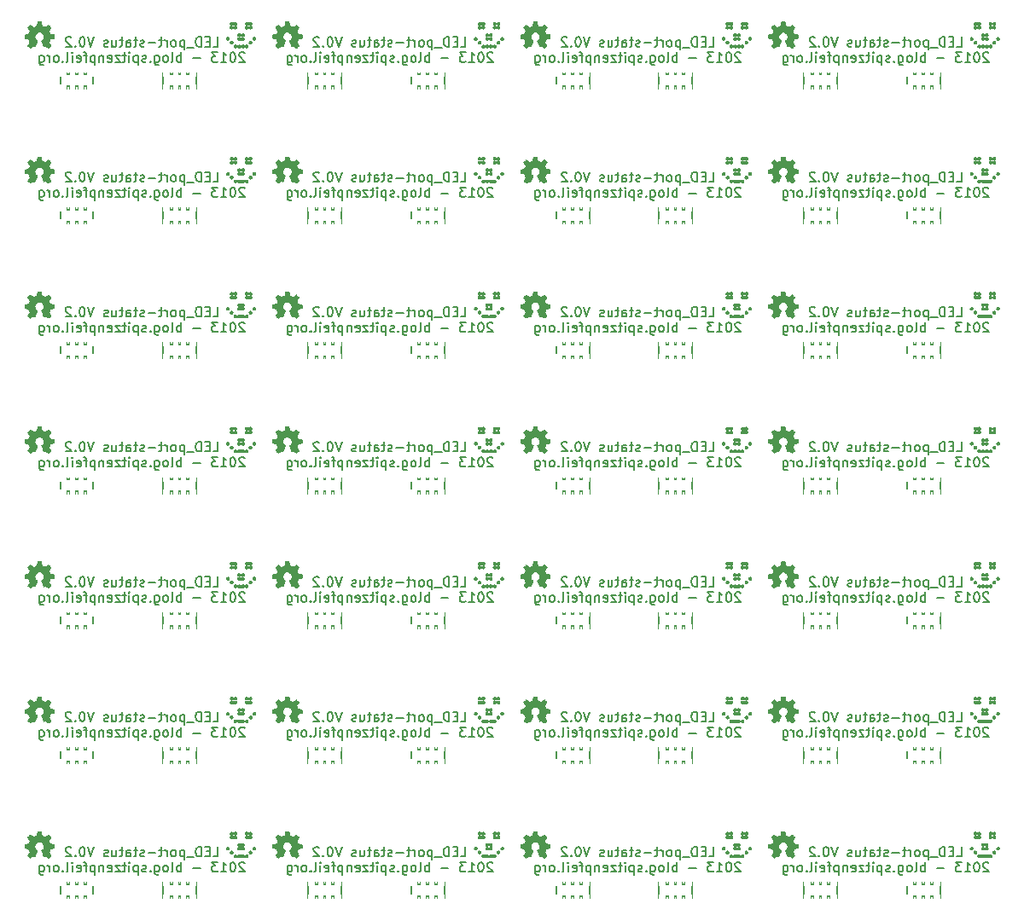
<source format=gbo>
G04 (created by PCBNEW (2013-03-08 BZR 3989)-testing) date Sat 09 Mar 2013 07:20:17 PM CET*
%MOIN*%
G04 Gerber Fmt 3.4, Leading zero omitted, Abs format*
%FSLAX34Y34*%
G01*
G70*
G90*
G04 APERTURE LIST*
%ADD10C,0.006*%
%ADD11C,0.00787402*%
%ADD12C,0.00590551*%
%ADD13C,0.0001*%
%ADD14R,0.0255906X0.0393701*%
%ADD15R,0.019685X0.0393701*%
%ADD16R,0.0649606X0.0649606*%
%ADD17C,0.0649606*%
G04 APERTURE END LIST*
G54D10*
G54D11*
X45199Y-28458D02*
X45377Y-28458D01*
X45377Y-28084D01*
X45074Y-28262D02*
X44950Y-28262D01*
X44896Y-28458D02*
X45074Y-28458D01*
X45074Y-28084D01*
X44896Y-28084D01*
X44736Y-28458D02*
X44736Y-28084D01*
X44647Y-28084D01*
X44594Y-28102D01*
X44558Y-28137D01*
X44540Y-28173D01*
X44522Y-28244D01*
X44522Y-28298D01*
X44540Y-28369D01*
X44558Y-28405D01*
X44594Y-28440D01*
X44647Y-28458D01*
X44736Y-28458D01*
X44451Y-28494D02*
X44166Y-28494D01*
X44077Y-28209D02*
X44077Y-28583D01*
X44077Y-28226D02*
X44041Y-28209D01*
X43970Y-28209D01*
X43935Y-28226D01*
X43917Y-28244D01*
X43899Y-28280D01*
X43899Y-28387D01*
X43917Y-28422D01*
X43935Y-28440D01*
X43970Y-28458D01*
X44041Y-28458D01*
X44077Y-28440D01*
X43685Y-28458D02*
X43721Y-28440D01*
X43739Y-28422D01*
X43757Y-28387D01*
X43757Y-28280D01*
X43739Y-28244D01*
X43721Y-28226D01*
X43685Y-28209D01*
X43632Y-28209D01*
X43596Y-28226D01*
X43578Y-28244D01*
X43561Y-28280D01*
X43561Y-28387D01*
X43578Y-28422D01*
X43596Y-28440D01*
X43632Y-28458D01*
X43685Y-28458D01*
X43400Y-28458D02*
X43400Y-28209D01*
X43400Y-28280D02*
X43383Y-28244D01*
X43365Y-28226D01*
X43329Y-28209D01*
X43293Y-28209D01*
X43222Y-28209D02*
X43080Y-28209D01*
X43169Y-28084D02*
X43169Y-28405D01*
X43151Y-28440D01*
X43115Y-28458D01*
X43080Y-28458D01*
X42955Y-28315D02*
X42670Y-28315D01*
X42510Y-28440D02*
X42474Y-28458D01*
X42403Y-28458D01*
X42367Y-28440D01*
X42350Y-28405D01*
X42350Y-28387D01*
X42367Y-28351D01*
X42403Y-28333D01*
X42456Y-28333D01*
X42492Y-28315D01*
X42510Y-28280D01*
X42510Y-28262D01*
X42492Y-28226D01*
X42456Y-28209D01*
X42403Y-28209D01*
X42367Y-28226D01*
X42243Y-28209D02*
X42100Y-28209D01*
X42189Y-28084D02*
X42189Y-28405D01*
X42171Y-28440D01*
X42136Y-28458D01*
X42100Y-28458D01*
X41815Y-28458D02*
X41815Y-28262D01*
X41833Y-28226D01*
X41869Y-28209D01*
X41940Y-28209D01*
X41976Y-28226D01*
X41815Y-28440D02*
X41851Y-28458D01*
X41940Y-28458D01*
X41976Y-28440D01*
X41993Y-28405D01*
X41993Y-28369D01*
X41976Y-28333D01*
X41940Y-28315D01*
X41851Y-28315D01*
X41815Y-28298D01*
X41691Y-28209D02*
X41548Y-28209D01*
X41637Y-28084D02*
X41637Y-28405D01*
X41619Y-28440D01*
X41584Y-28458D01*
X41548Y-28458D01*
X41263Y-28209D02*
X41263Y-28458D01*
X41423Y-28209D02*
X41423Y-28405D01*
X41406Y-28440D01*
X41370Y-28458D01*
X41317Y-28458D01*
X41281Y-28440D01*
X41263Y-28422D01*
X41103Y-28440D02*
X41067Y-28458D01*
X40996Y-28458D01*
X40960Y-28440D01*
X40943Y-28405D01*
X40943Y-28387D01*
X40960Y-28351D01*
X40996Y-28333D01*
X41049Y-28333D01*
X41085Y-28315D01*
X41103Y-28280D01*
X41103Y-28262D01*
X41085Y-28226D01*
X41049Y-28209D01*
X40996Y-28209D01*
X40960Y-28226D01*
X40551Y-28084D02*
X40426Y-28458D01*
X40301Y-28084D01*
X40105Y-28084D02*
X40070Y-28084D01*
X40034Y-28102D01*
X40016Y-28120D01*
X39999Y-28155D01*
X39981Y-28226D01*
X39981Y-28315D01*
X39999Y-28387D01*
X40016Y-28422D01*
X40034Y-28440D01*
X40070Y-28458D01*
X40105Y-28458D01*
X40141Y-28440D01*
X40159Y-28422D01*
X40177Y-28387D01*
X40194Y-28315D01*
X40194Y-28226D01*
X40177Y-28155D01*
X40159Y-28120D01*
X40141Y-28102D01*
X40105Y-28084D01*
X39820Y-28422D02*
X39803Y-28440D01*
X39820Y-28458D01*
X39838Y-28440D01*
X39820Y-28422D01*
X39820Y-28458D01*
X39660Y-28120D02*
X39642Y-28102D01*
X39607Y-28084D01*
X39518Y-28084D01*
X39482Y-28102D01*
X39464Y-28120D01*
X39446Y-28155D01*
X39446Y-28191D01*
X39464Y-28244D01*
X39678Y-28458D01*
X39446Y-28458D01*
X46437Y-28722D02*
X46419Y-28704D01*
X46384Y-28686D01*
X46294Y-28686D01*
X46259Y-28704D01*
X46241Y-28722D01*
X46223Y-28758D01*
X46223Y-28793D01*
X46241Y-28847D01*
X46455Y-29060D01*
X46223Y-29060D01*
X45992Y-28686D02*
X45956Y-28686D01*
X45920Y-28704D01*
X45903Y-28722D01*
X45885Y-28758D01*
X45867Y-28829D01*
X45867Y-28918D01*
X45885Y-28989D01*
X45903Y-29025D01*
X45920Y-29043D01*
X45956Y-29060D01*
X45992Y-29060D01*
X46027Y-29043D01*
X46045Y-29025D01*
X46063Y-28989D01*
X46081Y-28918D01*
X46081Y-28829D01*
X46063Y-28758D01*
X46045Y-28722D01*
X46027Y-28704D01*
X45992Y-28686D01*
X45511Y-29060D02*
X45725Y-29060D01*
X45618Y-29060D02*
X45618Y-28686D01*
X45653Y-28740D01*
X45689Y-28775D01*
X45725Y-28793D01*
X45386Y-28686D02*
X45155Y-28686D01*
X45279Y-28829D01*
X45226Y-28829D01*
X45190Y-28847D01*
X45172Y-28864D01*
X45155Y-28900D01*
X45155Y-28989D01*
X45172Y-29025D01*
X45190Y-29043D01*
X45226Y-29060D01*
X45333Y-29060D01*
X45368Y-29043D01*
X45386Y-29025D01*
X44709Y-28918D02*
X44424Y-28918D01*
X43961Y-29060D02*
X43961Y-28686D01*
X43961Y-28829D02*
X43926Y-28811D01*
X43854Y-28811D01*
X43819Y-28829D01*
X43801Y-28847D01*
X43783Y-28882D01*
X43783Y-28989D01*
X43801Y-29025D01*
X43819Y-29043D01*
X43854Y-29060D01*
X43926Y-29060D01*
X43961Y-29043D01*
X43570Y-29060D02*
X43605Y-29043D01*
X43623Y-29007D01*
X43623Y-28686D01*
X43374Y-29060D02*
X43409Y-29043D01*
X43427Y-29025D01*
X43445Y-28989D01*
X43445Y-28882D01*
X43427Y-28847D01*
X43409Y-28829D01*
X43374Y-28811D01*
X43320Y-28811D01*
X43285Y-28829D01*
X43267Y-28847D01*
X43249Y-28882D01*
X43249Y-28989D01*
X43267Y-29025D01*
X43285Y-29043D01*
X43320Y-29060D01*
X43374Y-29060D01*
X42928Y-28811D02*
X42928Y-29114D01*
X42946Y-29149D01*
X42964Y-29167D01*
X43000Y-29185D01*
X43053Y-29185D01*
X43089Y-29167D01*
X42928Y-29043D02*
X42964Y-29060D01*
X43035Y-29060D01*
X43071Y-29043D01*
X43089Y-29025D01*
X43106Y-28989D01*
X43106Y-28882D01*
X43089Y-28847D01*
X43071Y-28829D01*
X43035Y-28811D01*
X42964Y-28811D01*
X42928Y-28829D01*
X42750Y-29025D02*
X42732Y-29043D01*
X42750Y-29060D01*
X42768Y-29043D01*
X42750Y-29025D01*
X42750Y-29060D01*
X42590Y-29043D02*
X42554Y-29060D01*
X42483Y-29060D01*
X42447Y-29043D01*
X42430Y-29007D01*
X42430Y-28989D01*
X42447Y-28953D01*
X42483Y-28936D01*
X42537Y-28936D01*
X42572Y-28918D01*
X42590Y-28882D01*
X42590Y-28864D01*
X42572Y-28829D01*
X42537Y-28811D01*
X42483Y-28811D01*
X42447Y-28829D01*
X42269Y-28811D02*
X42269Y-29185D01*
X42269Y-28829D02*
X42234Y-28811D01*
X42163Y-28811D01*
X42127Y-28829D01*
X42109Y-28847D01*
X42091Y-28882D01*
X42091Y-28989D01*
X42109Y-29025D01*
X42127Y-29043D01*
X42163Y-29060D01*
X42234Y-29060D01*
X42269Y-29043D01*
X41931Y-29060D02*
X41931Y-28811D01*
X41931Y-28686D02*
X41949Y-28704D01*
X41931Y-28722D01*
X41913Y-28704D01*
X41931Y-28686D01*
X41931Y-28722D01*
X41806Y-28811D02*
X41664Y-28811D01*
X41753Y-28686D02*
X41753Y-29007D01*
X41735Y-29043D01*
X41699Y-29060D01*
X41664Y-29060D01*
X41575Y-28811D02*
X41379Y-28811D01*
X41575Y-29060D01*
X41379Y-29060D01*
X41094Y-29043D02*
X41130Y-29060D01*
X41201Y-29060D01*
X41236Y-29043D01*
X41254Y-29007D01*
X41254Y-28864D01*
X41236Y-28829D01*
X41201Y-28811D01*
X41130Y-28811D01*
X41094Y-28829D01*
X41076Y-28864D01*
X41076Y-28900D01*
X41254Y-28936D01*
X40916Y-28811D02*
X40916Y-29060D01*
X40916Y-28847D02*
X40898Y-28829D01*
X40862Y-28811D01*
X40809Y-28811D01*
X40773Y-28829D01*
X40755Y-28864D01*
X40755Y-29060D01*
X40577Y-28811D02*
X40577Y-29185D01*
X40577Y-28829D02*
X40542Y-28811D01*
X40471Y-28811D01*
X40435Y-28829D01*
X40417Y-28847D01*
X40399Y-28882D01*
X40399Y-28989D01*
X40417Y-29025D01*
X40435Y-29043D01*
X40471Y-29060D01*
X40542Y-29060D01*
X40577Y-29043D01*
X40292Y-28811D02*
X40150Y-28811D01*
X40239Y-29060D02*
X40239Y-28740D01*
X40221Y-28704D01*
X40186Y-28686D01*
X40150Y-28686D01*
X39883Y-29043D02*
X39918Y-29060D01*
X39990Y-29060D01*
X40025Y-29043D01*
X40043Y-29007D01*
X40043Y-28864D01*
X40025Y-28829D01*
X39990Y-28811D01*
X39918Y-28811D01*
X39883Y-28829D01*
X39865Y-28864D01*
X39865Y-28900D01*
X40043Y-28936D01*
X39705Y-29060D02*
X39705Y-28811D01*
X39705Y-28686D02*
X39723Y-28704D01*
X39705Y-28722D01*
X39687Y-28704D01*
X39705Y-28686D01*
X39705Y-28722D01*
X39473Y-29060D02*
X39509Y-29043D01*
X39527Y-29007D01*
X39527Y-28686D01*
X39331Y-29025D02*
X39313Y-29043D01*
X39331Y-29060D01*
X39348Y-29043D01*
X39331Y-29025D01*
X39331Y-29060D01*
X39099Y-29060D02*
X39135Y-29043D01*
X39153Y-29025D01*
X39170Y-28989D01*
X39170Y-28882D01*
X39153Y-28847D01*
X39135Y-28829D01*
X39099Y-28811D01*
X39046Y-28811D01*
X39010Y-28829D01*
X38992Y-28847D01*
X38974Y-28882D01*
X38974Y-28989D01*
X38992Y-29025D01*
X39010Y-29043D01*
X39046Y-29060D01*
X39099Y-29060D01*
X38814Y-29060D02*
X38814Y-28811D01*
X38814Y-28882D02*
X38796Y-28847D01*
X38779Y-28829D01*
X38743Y-28811D01*
X38707Y-28811D01*
X38422Y-28811D02*
X38422Y-29114D01*
X38440Y-29149D01*
X38458Y-29167D01*
X38494Y-29185D01*
X38547Y-29185D01*
X38583Y-29167D01*
X38422Y-29043D02*
X38458Y-29060D01*
X38529Y-29060D01*
X38565Y-29043D01*
X38583Y-29025D01*
X38600Y-28989D01*
X38600Y-28882D01*
X38583Y-28847D01*
X38565Y-28829D01*
X38529Y-28811D01*
X38458Y-28811D01*
X38422Y-28829D01*
X35514Y-28458D02*
X35692Y-28458D01*
X35692Y-28084D01*
X35389Y-28262D02*
X35265Y-28262D01*
X35211Y-28458D02*
X35389Y-28458D01*
X35389Y-28084D01*
X35211Y-28084D01*
X35051Y-28458D02*
X35051Y-28084D01*
X34962Y-28084D01*
X34909Y-28102D01*
X34873Y-28137D01*
X34855Y-28173D01*
X34837Y-28244D01*
X34837Y-28298D01*
X34855Y-28369D01*
X34873Y-28405D01*
X34909Y-28440D01*
X34962Y-28458D01*
X35051Y-28458D01*
X34766Y-28494D02*
X34481Y-28494D01*
X34392Y-28209D02*
X34392Y-28583D01*
X34392Y-28226D02*
X34356Y-28209D01*
X34285Y-28209D01*
X34250Y-28226D01*
X34232Y-28244D01*
X34214Y-28280D01*
X34214Y-28387D01*
X34232Y-28422D01*
X34250Y-28440D01*
X34285Y-28458D01*
X34356Y-28458D01*
X34392Y-28440D01*
X34000Y-28458D02*
X34036Y-28440D01*
X34054Y-28422D01*
X34071Y-28387D01*
X34071Y-28280D01*
X34054Y-28244D01*
X34036Y-28226D01*
X34000Y-28209D01*
X33947Y-28209D01*
X33911Y-28226D01*
X33893Y-28244D01*
X33876Y-28280D01*
X33876Y-28387D01*
X33893Y-28422D01*
X33911Y-28440D01*
X33947Y-28458D01*
X34000Y-28458D01*
X33715Y-28458D02*
X33715Y-28209D01*
X33715Y-28280D02*
X33697Y-28244D01*
X33680Y-28226D01*
X33644Y-28209D01*
X33608Y-28209D01*
X33537Y-28209D02*
X33395Y-28209D01*
X33484Y-28084D02*
X33484Y-28405D01*
X33466Y-28440D01*
X33430Y-28458D01*
X33395Y-28458D01*
X33270Y-28315D02*
X32985Y-28315D01*
X32825Y-28440D02*
X32789Y-28458D01*
X32718Y-28458D01*
X32682Y-28440D01*
X32664Y-28405D01*
X32664Y-28387D01*
X32682Y-28351D01*
X32718Y-28333D01*
X32771Y-28333D01*
X32807Y-28315D01*
X32825Y-28280D01*
X32825Y-28262D01*
X32807Y-28226D01*
X32771Y-28209D01*
X32718Y-28209D01*
X32682Y-28226D01*
X32558Y-28209D02*
X32415Y-28209D01*
X32504Y-28084D02*
X32504Y-28405D01*
X32486Y-28440D01*
X32451Y-28458D01*
X32415Y-28458D01*
X32130Y-28458D02*
X32130Y-28262D01*
X32148Y-28226D01*
X32184Y-28209D01*
X32255Y-28209D01*
X32290Y-28226D01*
X32130Y-28440D02*
X32166Y-28458D01*
X32255Y-28458D01*
X32290Y-28440D01*
X32308Y-28405D01*
X32308Y-28369D01*
X32290Y-28333D01*
X32255Y-28315D01*
X32166Y-28315D01*
X32130Y-28298D01*
X32005Y-28209D02*
X31863Y-28209D01*
X31952Y-28084D02*
X31952Y-28405D01*
X31934Y-28440D01*
X31899Y-28458D01*
X31863Y-28458D01*
X31578Y-28209D02*
X31578Y-28458D01*
X31738Y-28209D02*
X31738Y-28405D01*
X31721Y-28440D01*
X31685Y-28458D01*
X31631Y-28458D01*
X31596Y-28440D01*
X31578Y-28422D01*
X31418Y-28440D02*
X31382Y-28458D01*
X31311Y-28458D01*
X31275Y-28440D01*
X31257Y-28405D01*
X31257Y-28387D01*
X31275Y-28351D01*
X31311Y-28333D01*
X31364Y-28333D01*
X31400Y-28315D01*
X31418Y-28280D01*
X31418Y-28262D01*
X31400Y-28226D01*
X31364Y-28209D01*
X31311Y-28209D01*
X31275Y-28226D01*
X30866Y-28084D02*
X30741Y-28458D01*
X30616Y-28084D01*
X30420Y-28084D02*
X30385Y-28084D01*
X30349Y-28102D01*
X30331Y-28120D01*
X30314Y-28155D01*
X30296Y-28226D01*
X30296Y-28315D01*
X30314Y-28387D01*
X30331Y-28422D01*
X30349Y-28440D01*
X30385Y-28458D01*
X30420Y-28458D01*
X30456Y-28440D01*
X30474Y-28422D01*
X30492Y-28387D01*
X30509Y-28315D01*
X30509Y-28226D01*
X30492Y-28155D01*
X30474Y-28120D01*
X30456Y-28102D01*
X30420Y-28084D01*
X30135Y-28422D02*
X30118Y-28440D01*
X30135Y-28458D01*
X30153Y-28440D01*
X30135Y-28422D01*
X30135Y-28458D01*
X29975Y-28120D02*
X29957Y-28102D01*
X29922Y-28084D01*
X29833Y-28084D01*
X29797Y-28102D01*
X29779Y-28120D01*
X29761Y-28155D01*
X29761Y-28191D01*
X29779Y-28244D01*
X29993Y-28458D01*
X29761Y-28458D01*
X36752Y-28722D02*
X36734Y-28704D01*
X36699Y-28686D01*
X36609Y-28686D01*
X36574Y-28704D01*
X36556Y-28722D01*
X36538Y-28758D01*
X36538Y-28793D01*
X36556Y-28847D01*
X36770Y-29060D01*
X36538Y-29060D01*
X36307Y-28686D02*
X36271Y-28686D01*
X36235Y-28704D01*
X36218Y-28722D01*
X36200Y-28758D01*
X36182Y-28829D01*
X36182Y-28918D01*
X36200Y-28989D01*
X36218Y-29025D01*
X36235Y-29043D01*
X36271Y-29060D01*
X36307Y-29060D01*
X36342Y-29043D01*
X36360Y-29025D01*
X36378Y-28989D01*
X36396Y-28918D01*
X36396Y-28829D01*
X36378Y-28758D01*
X36360Y-28722D01*
X36342Y-28704D01*
X36307Y-28686D01*
X35826Y-29060D02*
X36040Y-29060D01*
X35933Y-29060D02*
X35933Y-28686D01*
X35968Y-28740D01*
X36004Y-28775D01*
X36040Y-28793D01*
X35701Y-28686D02*
X35470Y-28686D01*
X35594Y-28829D01*
X35541Y-28829D01*
X35505Y-28847D01*
X35487Y-28864D01*
X35470Y-28900D01*
X35470Y-28989D01*
X35487Y-29025D01*
X35505Y-29043D01*
X35541Y-29060D01*
X35648Y-29060D01*
X35683Y-29043D01*
X35701Y-29025D01*
X35024Y-28918D02*
X34739Y-28918D01*
X34276Y-29060D02*
X34276Y-28686D01*
X34276Y-28829D02*
X34241Y-28811D01*
X34169Y-28811D01*
X34134Y-28829D01*
X34116Y-28847D01*
X34098Y-28882D01*
X34098Y-28989D01*
X34116Y-29025D01*
X34134Y-29043D01*
X34169Y-29060D01*
X34241Y-29060D01*
X34276Y-29043D01*
X33884Y-29060D02*
X33920Y-29043D01*
X33938Y-29007D01*
X33938Y-28686D01*
X33689Y-29060D02*
X33724Y-29043D01*
X33742Y-29025D01*
X33760Y-28989D01*
X33760Y-28882D01*
X33742Y-28847D01*
X33724Y-28829D01*
X33689Y-28811D01*
X33635Y-28811D01*
X33600Y-28829D01*
X33582Y-28847D01*
X33564Y-28882D01*
X33564Y-28989D01*
X33582Y-29025D01*
X33600Y-29043D01*
X33635Y-29060D01*
X33689Y-29060D01*
X33243Y-28811D02*
X33243Y-29114D01*
X33261Y-29149D01*
X33279Y-29167D01*
X33315Y-29185D01*
X33368Y-29185D01*
X33404Y-29167D01*
X33243Y-29043D02*
X33279Y-29060D01*
X33350Y-29060D01*
X33386Y-29043D01*
X33404Y-29025D01*
X33421Y-28989D01*
X33421Y-28882D01*
X33404Y-28847D01*
X33386Y-28829D01*
X33350Y-28811D01*
X33279Y-28811D01*
X33243Y-28829D01*
X33065Y-29025D02*
X33047Y-29043D01*
X33065Y-29060D01*
X33083Y-29043D01*
X33065Y-29025D01*
X33065Y-29060D01*
X32905Y-29043D02*
X32869Y-29060D01*
X32798Y-29060D01*
X32762Y-29043D01*
X32745Y-29007D01*
X32745Y-28989D01*
X32762Y-28953D01*
X32798Y-28936D01*
X32851Y-28936D01*
X32887Y-28918D01*
X32905Y-28882D01*
X32905Y-28864D01*
X32887Y-28829D01*
X32851Y-28811D01*
X32798Y-28811D01*
X32762Y-28829D01*
X32584Y-28811D02*
X32584Y-29185D01*
X32584Y-28829D02*
X32549Y-28811D01*
X32477Y-28811D01*
X32442Y-28829D01*
X32424Y-28847D01*
X32406Y-28882D01*
X32406Y-28989D01*
X32424Y-29025D01*
X32442Y-29043D01*
X32477Y-29060D01*
X32549Y-29060D01*
X32584Y-29043D01*
X32246Y-29060D02*
X32246Y-28811D01*
X32246Y-28686D02*
X32264Y-28704D01*
X32246Y-28722D01*
X32228Y-28704D01*
X32246Y-28686D01*
X32246Y-28722D01*
X32121Y-28811D02*
X31979Y-28811D01*
X32068Y-28686D02*
X32068Y-29007D01*
X32050Y-29043D01*
X32014Y-29060D01*
X31979Y-29060D01*
X31890Y-28811D02*
X31694Y-28811D01*
X31890Y-29060D01*
X31694Y-29060D01*
X31409Y-29043D02*
X31444Y-29060D01*
X31516Y-29060D01*
X31551Y-29043D01*
X31569Y-29007D01*
X31569Y-28864D01*
X31551Y-28829D01*
X31516Y-28811D01*
X31444Y-28811D01*
X31409Y-28829D01*
X31391Y-28864D01*
X31391Y-28900D01*
X31569Y-28936D01*
X31231Y-28811D02*
X31231Y-29060D01*
X31231Y-28847D02*
X31213Y-28829D01*
X31177Y-28811D01*
X31124Y-28811D01*
X31088Y-28829D01*
X31070Y-28864D01*
X31070Y-29060D01*
X30892Y-28811D02*
X30892Y-29185D01*
X30892Y-28829D02*
X30857Y-28811D01*
X30785Y-28811D01*
X30750Y-28829D01*
X30732Y-28847D01*
X30714Y-28882D01*
X30714Y-28989D01*
X30732Y-29025D01*
X30750Y-29043D01*
X30785Y-29060D01*
X30857Y-29060D01*
X30892Y-29043D01*
X30607Y-28811D02*
X30465Y-28811D01*
X30554Y-29060D02*
X30554Y-28740D01*
X30536Y-28704D01*
X30501Y-28686D01*
X30465Y-28686D01*
X30198Y-29043D02*
X30233Y-29060D01*
X30305Y-29060D01*
X30340Y-29043D01*
X30358Y-29007D01*
X30358Y-28864D01*
X30340Y-28829D01*
X30305Y-28811D01*
X30233Y-28811D01*
X30198Y-28829D01*
X30180Y-28864D01*
X30180Y-28900D01*
X30358Y-28936D01*
X30020Y-29060D02*
X30020Y-28811D01*
X30020Y-28686D02*
X30037Y-28704D01*
X30020Y-28722D01*
X30002Y-28704D01*
X30020Y-28686D01*
X30020Y-28722D01*
X29788Y-29060D02*
X29824Y-29043D01*
X29842Y-29007D01*
X29842Y-28686D01*
X29646Y-29025D02*
X29628Y-29043D01*
X29646Y-29060D01*
X29663Y-29043D01*
X29646Y-29025D01*
X29646Y-29060D01*
X29414Y-29060D02*
X29450Y-29043D01*
X29468Y-29025D01*
X29485Y-28989D01*
X29485Y-28882D01*
X29468Y-28847D01*
X29450Y-28829D01*
X29414Y-28811D01*
X29361Y-28811D01*
X29325Y-28829D01*
X29307Y-28847D01*
X29289Y-28882D01*
X29289Y-28989D01*
X29307Y-29025D01*
X29325Y-29043D01*
X29361Y-29060D01*
X29414Y-29060D01*
X29129Y-29060D02*
X29129Y-28811D01*
X29129Y-28882D02*
X29111Y-28847D01*
X29094Y-28829D01*
X29058Y-28811D01*
X29022Y-28811D01*
X28737Y-28811D02*
X28737Y-29114D01*
X28755Y-29149D01*
X28773Y-29167D01*
X28809Y-29185D01*
X28862Y-29185D01*
X28898Y-29167D01*
X28737Y-29043D02*
X28773Y-29060D01*
X28844Y-29060D01*
X28880Y-29043D01*
X28898Y-29025D01*
X28915Y-28989D01*
X28915Y-28882D01*
X28898Y-28847D01*
X28880Y-28829D01*
X28844Y-28811D01*
X28773Y-28811D01*
X28737Y-28829D01*
X54884Y-28458D02*
X55062Y-28458D01*
X55062Y-28084D01*
X54760Y-28262D02*
X54635Y-28262D01*
X54581Y-28458D02*
X54760Y-28458D01*
X54760Y-28084D01*
X54581Y-28084D01*
X54421Y-28458D02*
X54421Y-28084D01*
X54332Y-28084D01*
X54279Y-28102D01*
X54243Y-28137D01*
X54225Y-28173D01*
X54207Y-28244D01*
X54207Y-28298D01*
X54225Y-28369D01*
X54243Y-28405D01*
X54279Y-28440D01*
X54332Y-28458D01*
X54421Y-28458D01*
X54136Y-28494D02*
X53851Y-28494D01*
X53762Y-28209D02*
X53762Y-28583D01*
X53762Y-28226D02*
X53727Y-28209D01*
X53655Y-28209D01*
X53620Y-28226D01*
X53602Y-28244D01*
X53584Y-28280D01*
X53584Y-28387D01*
X53602Y-28422D01*
X53620Y-28440D01*
X53655Y-28458D01*
X53727Y-28458D01*
X53762Y-28440D01*
X53370Y-28458D02*
X53406Y-28440D01*
X53424Y-28422D01*
X53442Y-28387D01*
X53442Y-28280D01*
X53424Y-28244D01*
X53406Y-28226D01*
X53370Y-28209D01*
X53317Y-28209D01*
X53281Y-28226D01*
X53263Y-28244D01*
X53246Y-28280D01*
X53246Y-28387D01*
X53263Y-28422D01*
X53281Y-28440D01*
X53317Y-28458D01*
X53370Y-28458D01*
X53085Y-28458D02*
X53085Y-28209D01*
X53085Y-28280D02*
X53068Y-28244D01*
X53050Y-28226D01*
X53014Y-28209D01*
X52979Y-28209D01*
X52907Y-28209D02*
X52765Y-28209D01*
X52854Y-28084D02*
X52854Y-28405D01*
X52836Y-28440D01*
X52800Y-28458D01*
X52765Y-28458D01*
X52640Y-28315D02*
X52355Y-28315D01*
X52195Y-28440D02*
X52159Y-28458D01*
X52088Y-28458D01*
X52052Y-28440D01*
X52035Y-28405D01*
X52035Y-28387D01*
X52052Y-28351D01*
X52088Y-28333D01*
X52141Y-28333D01*
X52177Y-28315D01*
X52195Y-28280D01*
X52195Y-28262D01*
X52177Y-28226D01*
X52141Y-28209D01*
X52088Y-28209D01*
X52052Y-28226D01*
X51928Y-28209D02*
X51785Y-28209D01*
X51874Y-28084D02*
X51874Y-28405D01*
X51856Y-28440D01*
X51821Y-28458D01*
X51785Y-28458D01*
X51500Y-28458D02*
X51500Y-28262D01*
X51518Y-28226D01*
X51554Y-28209D01*
X51625Y-28209D01*
X51661Y-28226D01*
X51500Y-28440D02*
X51536Y-28458D01*
X51625Y-28458D01*
X51661Y-28440D01*
X51678Y-28405D01*
X51678Y-28369D01*
X51661Y-28333D01*
X51625Y-28315D01*
X51536Y-28315D01*
X51500Y-28298D01*
X51376Y-28209D02*
X51233Y-28209D01*
X51322Y-28084D02*
X51322Y-28405D01*
X51304Y-28440D01*
X51269Y-28458D01*
X51233Y-28458D01*
X50948Y-28209D02*
X50948Y-28458D01*
X51108Y-28209D02*
X51108Y-28405D01*
X51091Y-28440D01*
X51055Y-28458D01*
X51002Y-28458D01*
X50966Y-28440D01*
X50948Y-28422D01*
X50788Y-28440D02*
X50752Y-28458D01*
X50681Y-28458D01*
X50645Y-28440D01*
X50628Y-28405D01*
X50628Y-28387D01*
X50645Y-28351D01*
X50681Y-28333D01*
X50734Y-28333D01*
X50770Y-28315D01*
X50788Y-28280D01*
X50788Y-28262D01*
X50770Y-28226D01*
X50734Y-28209D01*
X50681Y-28209D01*
X50645Y-28226D01*
X50236Y-28084D02*
X50111Y-28458D01*
X49986Y-28084D01*
X49790Y-28084D02*
X49755Y-28084D01*
X49719Y-28102D01*
X49701Y-28120D01*
X49684Y-28155D01*
X49666Y-28226D01*
X49666Y-28315D01*
X49684Y-28387D01*
X49701Y-28422D01*
X49719Y-28440D01*
X49755Y-28458D01*
X49790Y-28458D01*
X49826Y-28440D01*
X49844Y-28422D01*
X49862Y-28387D01*
X49880Y-28315D01*
X49880Y-28226D01*
X49862Y-28155D01*
X49844Y-28120D01*
X49826Y-28102D01*
X49790Y-28084D01*
X49505Y-28422D02*
X49488Y-28440D01*
X49505Y-28458D01*
X49523Y-28440D01*
X49505Y-28422D01*
X49505Y-28458D01*
X49345Y-28120D02*
X49327Y-28102D01*
X49292Y-28084D01*
X49203Y-28084D01*
X49167Y-28102D01*
X49149Y-28120D01*
X49131Y-28155D01*
X49131Y-28191D01*
X49149Y-28244D01*
X49363Y-28458D01*
X49131Y-28458D01*
X56122Y-28722D02*
X56104Y-28704D01*
X56069Y-28686D01*
X55980Y-28686D01*
X55944Y-28704D01*
X55926Y-28722D01*
X55908Y-28758D01*
X55908Y-28793D01*
X55926Y-28847D01*
X56140Y-29060D01*
X55908Y-29060D01*
X55677Y-28686D02*
X55641Y-28686D01*
X55606Y-28704D01*
X55588Y-28722D01*
X55570Y-28758D01*
X55552Y-28829D01*
X55552Y-28918D01*
X55570Y-28989D01*
X55588Y-29025D01*
X55606Y-29043D01*
X55641Y-29060D01*
X55677Y-29060D01*
X55712Y-29043D01*
X55730Y-29025D01*
X55748Y-28989D01*
X55766Y-28918D01*
X55766Y-28829D01*
X55748Y-28758D01*
X55730Y-28722D01*
X55712Y-28704D01*
X55677Y-28686D01*
X55196Y-29060D02*
X55410Y-29060D01*
X55303Y-29060D02*
X55303Y-28686D01*
X55338Y-28740D01*
X55374Y-28775D01*
X55410Y-28793D01*
X55071Y-28686D02*
X54840Y-28686D01*
X54964Y-28829D01*
X54911Y-28829D01*
X54875Y-28847D01*
X54857Y-28864D01*
X54840Y-28900D01*
X54840Y-28989D01*
X54857Y-29025D01*
X54875Y-29043D01*
X54911Y-29060D01*
X55018Y-29060D01*
X55053Y-29043D01*
X55071Y-29025D01*
X54394Y-28918D02*
X54109Y-28918D01*
X53646Y-29060D02*
X53646Y-28686D01*
X53646Y-28829D02*
X53611Y-28811D01*
X53540Y-28811D01*
X53504Y-28829D01*
X53486Y-28847D01*
X53468Y-28882D01*
X53468Y-28989D01*
X53486Y-29025D01*
X53504Y-29043D01*
X53540Y-29060D01*
X53611Y-29060D01*
X53646Y-29043D01*
X53255Y-29060D02*
X53290Y-29043D01*
X53308Y-29007D01*
X53308Y-28686D01*
X53059Y-29060D02*
X53094Y-29043D01*
X53112Y-29025D01*
X53130Y-28989D01*
X53130Y-28882D01*
X53112Y-28847D01*
X53094Y-28829D01*
X53059Y-28811D01*
X53005Y-28811D01*
X52970Y-28829D01*
X52952Y-28847D01*
X52934Y-28882D01*
X52934Y-28989D01*
X52952Y-29025D01*
X52970Y-29043D01*
X53005Y-29060D01*
X53059Y-29060D01*
X52613Y-28811D02*
X52613Y-29114D01*
X52631Y-29149D01*
X52649Y-29167D01*
X52685Y-29185D01*
X52738Y-29185D01*
X52774Y-29167D01*
X52613Y-29043D02*
X52649Y-29060D01*
X52720Y-29060D01*
X52756Y-29043D01*
X52774Y-29025D01*
X52791Y-28989D01*
X52791Y-28882D01*
X52774Y-28847D01*
X52756Y-28829D01*
X52720Y-28811D01*
X52649Y-28811D01*
X52613Y-28829D01*
X52435Y-29025D02*
X52417Y-29043D01*
X52435Y-29060D01*
X52453Y-29043D01*
X52435Y-29025D01*
X52435Y-29060D01*
X52275Y-29043D02*
X52239Y-29060D01*
X52168Y-29060D01*
X52133Y-29043D01*
X52115Y-29007D01*
X52115Y-28989D01*
X52133Y-28953D01*
X52168Y-28936D01*
X52222Y-28936D01*
X52257Y-28918D01*
X52275Y-28882D01*
X52275Y-28864D01*
X52257Y-28829D01*
X52222Y-28811D01*
X52168Y-28811D01*
X52133Y-28829D01*
X51954Y-28811D02*
X51954Y-29185D01*
X51954Y-28829D02*
X51919Y-28811D01*
X51848Y-28811D01*
X51812Y-28829D01*
X51794Y-28847D01*
X51776Y-28882D01*
X51776Y-28989D01*
X51794Y-29025D01*
X51812Y-29043D01*
X51848Y-29060D01*
X51919Y-29060D01*
X51954Y-29043D01*
X51616Y-29060D02*
X51616Y-28811D01*
X51616Y-28686D02*
X51634Y-28704D01*
X51616Y-28722D01*
X51598Y-28704D01*
X51616Y-28686D01*
X51616Y-28722D01*
X51491Y-28811D02*
X51349Y-28811D01*
X51438Y-28686D02*
X51438Y-29007D01*
X51420Y-29043D01*
X51384Y-29060D01*
X51349Y-29060D01*
X51260Y-28811D02*
X51064Y-28811D01*
X51260Y-29060D01*
X51064Y-29060D01*
X50779Y-29043D02*
X50815Y-29060D01*
X50886Y-29060D01*
X50921Y-29043D01*
X50939Y-29007D01*
X50939Y-28864D01*
X50921Y-28829D01*
X50886Y-28811D01*
X50815Y-28811D01*
X50779Y-28829D01*
X50761Y-28864D01*
X50761Y-28900D01*
X50939Y-28936D01*
X50601Y-28811D02*
X50601Y-29060D01*
X50601Y-28847D02*
X50583Y-28829D01*
X50547Y-28811D01*
X50494Y-28811D01*
X50458Y-28829D01*
X50441Y-28864D01*
X50441Y-29060D01*
X50262Y-28811D02*
X50262Y-29185D01*
X50262Y-28829D02*
X50227Y-28811D01*
X50156Y-28811D01*
X50120Y-28829D01*
X50102Y-28847D01*
X50084Y-28882D01*
X50084Y-28989D01*
X50102Y-29025D01*
X50120Y-29043D01*
X50156Y-29060D01*
X50227Y-29060D01*
X50262Y-29043D01*
X49977Y-28811D02*
X49835Y-28811D01*
X49924Y-29060D02*
X49924Y-28740D01*
X49906Y-28704D01*
X49871Y-28686D01*
X49835Y-28686D01*
X49568Y-29043D02*
X49603Y-29060D01*
X49675Y-29060D01*
X49710Y-29043D01*
X49728Y-29007D01*
X49728Y-28864D01*
X49710Y-28829D01*
X49675Y-28811D01*
X49603Y-28811D01*
X49568Y-28829D01*
X49550Y-28864D01*
X49550Y-28900D01*
X49728Y-28936D01*
X49390Y-29060D02*
X49390Y-28811D01*
X49390Y-28686D02*
X49408Y-28704D01*
X49390Y-28722D01*
X49372Y-28704D01*
X49390Y-28686D01*
X49390Y-28722D01*
X49158Y-29060D02*
X49194Y-29043D01*
X49212Y-29007D01*
X49212Y-28686D01*
X49016Y-29025D02*
X48998Y-29043D01*
X49016Y-29060D01*
X49034Y-29043D01*
X49016Y-29025D01*
X49016Y-29060D01*
X48784Y-29060D02*
X48820Y-29043D01*
X48838Y-29025D01*
X48855Y-28989D01*
X48855Y-28882D01*
X48838Y-28847D01*
X48820Y-28829D01*
X48784Y-28811D01*
X48731Y-28811D01*
X48695Y-28829D01*
X48677Y-28847D01*
X48660Y-28882D01*
X48660Y-28989D01*
X48677Y-29025D01*
X48695Y-29043D01*
X48731Y-29060D01*
X48784Y-29060D01*
X48499Y-29060D02*
X48499Y-28811D01*
X48499Y-28882D02*
X48481Y-28847D01*
X48464Y-28829D01*
X48428Y-28811D01*
X48392Y-28811D01*
X48107Y-28811D02*
X48107Y-29114D01*
X48125Y-29149D01*
X48143Y-29167D01*
X48179Y-29185D01*
X48232Y-29185D01*
X48268Y-29167D01*
X48107Y-29043D02*
X48143Y-29060D01*
X48214Y-29060D01*
X48250Y-29043D01*
X48268Y-29025D01*
X48285Y-28989D01*
X48285Y-28882D01*
X48268Y-28847D01*
X48250Y-28829D01*
X48214Y-28811D01*
X48143Y-28811D01*
X48107Y-28829D01*
X64569Y-28458D02*
X64747Y-28458D01*
X64747Y-28084D01*
X64445Y-28262D02*
X64320Y-28262D01*
X64266Y-28458D02*
X64445Y-28458D01*
X64445Y-28084D01*
X64266Y-28084D01*
X64106Y-28458D02*
X64106Y-28084D01*
X64017Y-28084D01*
X63964Y-28102D01*
X63928Y-28137D01*
X63910Y-28173D01*
X63892Y-28244D01*
X63892Y-28298D01*
X63910Y-28369D01*
X63928Y-28405D01*
X63964Y-28440D01*
X64017Y-28458D01*
X64106Y-28458D01*
X63821Y-28494D02*
X63536Y-28494D01*
X63447Y-28209D02*
X63447Y-28583D01*
X63447Y-28226D02*
X63412Y-28209D01*
X63340Y-28209D01*
X63305Y-28226D01*
X63287Y-28244D01*
X63269Y-28280D01*
X63269Y-28387D01*
X63287Y-28422D01*
X63305Y-28440D01*
X63340Y-28458D01*
X63412Y-28458D01*
X63447Y-28440D01*
X63055Y-28458D02*
X63091Y-28440D01*
X63109Y-28422D01*
X63127Y-28387D01*
X63127Y-28280D01*
X63109Y-28244D01*
X63091Y-28226D01*
X63055Y-28209D01*
X63002Y-28209D01*
X62966Y-28226D01*
X62949Y-28244D01*
X62931Y-28280D01*
X62931Y-28387D01*
X62949Y-28422D01*
X62966Y-28440D01*
X63002Y-28458D01*
X63055Y-28458D01*
X62770Y-28458D02*
X62770Y-28209D01*
X62770Y-28280D02*
X62753Y-28244D01*
X62735Y-28226D01*
X62699Y-28209D01*
X62664Y-28209D01*
X62592Y-28209D02*
X62450Y-28209D01*
X62539Y-28084D02*
X62539Y-28405D01*
X62521Y-28440D01*
X62485Y-28458D01*
X62450Y-28458D01*
X62325Y-28315D02*
X62040Y-28315D01*
X61880Y-28440D02*
X61844Y-28458D01*
X61773Y-28458D01*
X61737Y-28440D01*
X61720Y-28405D01*
X61720Y-28387D01*
X61737Y-28351D01*
X61773Y-28333D01*
X61826Y-28333D01*
X61862Y-28315D01*
X61880Y-28280D01*
X61880Y-28262D01*
X61862Y-28226D01*
X61826Y-28209D01*
X61773Y-28209D01*
X61737Y-28226D01*
X61613Y-28209D02*
X61470Y-28209D01*
X61559Y-28084D02*
X61559Y-28405D01*
X61541Y-28440D01*
X61506Y-28458D01*
X61470Y-28458D01*
X61185Y-28458D02*
X61185Y-28262D01*
X61203Y-28226D01*
X61239Y-28209D01*
X61310Y-28209D01*
X61346Y-28226D01*
X61185Y-28440D02*
X61221Y-28458D01*
X61310Y-28458D01*
X61346Y-28440D01*
X61363Y-28405D01*
X61363Y-28369D01*
X61346Y-28333D01*
X61310Y-28315D01*
X61221Y-28315D01*
X61185Y-28298D01*
X61061Y-28209D02*
X60918Y-28209D01*
X61007Y-28084D02*
X61007Y-28405D01*
X60989Y-28440D01*
X60954Y-28458D01*
X60918Y-28458D01*
X60633Y-28209D02*
X60633Y-28458D01*
X60793Y-28209D02*
X60793Y-28405D01*
X60776Y-28440D01*
X60740Y-28458D01*
X60687Y-28458D01*
X60651Y-28440D01*
X60633Y-28422D01*
X60473Y-28440D02*
X60437Y-28458D01*
X60366Y-28458D01*
X60330Y-28440D01*
X60313Y-28405D01*
X60313Y-28387D01*
X60330Y-28351D01*
X60366Y-28333D01*
X60419Y-28333D01*
X60455Y-28315D01*
X60473Y-28280D01*
X60473Y-28262D01*
X60455Y-28226D01*
X60419Y-28209D01*
X60366Y-28209D01*
X60330Y-28226D01*
X59921Y-28084D02*
X59796Y-28458D01*
X59671Y-28084D01*
X59476Y-28084D02*
X59440Y-28084D01*
X59404Y-28102D01*
X59386Y-28120D01*
X59369Y-28155D01*
X59351Y-28226D01*
X59351Y-28315D01*
X59369Y-28387D01*
X59386Y-28422D01*
X59404Y-28440D01*
X59440Y-28458D01*
X59476Y-28458D01*
X59511Y-28440D01*
X59529Y-28422D01*
X59547Y-28387D01*
X59565Y-28315D01*
X59565Y-28226D01*
X59547Y-28155D01*
X59529Y-28120D01*
X59511Y-28102D01*
X59476Y-28084D01*
X59191Y-28422D02*
X59173Y-28440D01*
X59191Y-28458D01*
X59208Y-28440D01*
X59191Y-28422D01*
X59191Y-28458D01*
X59030Y-28120D02*
X59012Y-28102D01*
X58977Y-28084D01*
X58888Y-28084D01*
X58852Y-28102D01*
X58834Y-28120D01*
X58817Y-28155D01*
X58817Y-28191D01*
X58834Y-28244D01*
X59048Y-28458D01*
X58817Y-28458D01*
X65807Y-28722D02*
X65789Y-28704D01*
X65754Y-28686D01*
X65665Y-28686D01*
X65629Y-28704D01*
X65611Y-28722D01*
X65593Y-28758D01*
X65593Y-28793D01*
X65611Y-28847D01*
X65825Y-29060D01*
X65593Y-29060D01*
X65362Y-28686D02*
X65326Y-28686D01*
X65291Y-28704D01*
X65273Y-28722D01*
X65255Y-28758D01*
X65237Y-28829D01*
X65237Y-28918D01*
X65255Y-28989D01*
X65273Y-29025D01*
X65291Y-29043D01*
X65326Y-29060D01*
X65362Y-29060D01*
X65397Y-29043D01*
X65415Y-29025D01*
X65433Y-28989D01*
X65451Y-28918D01*
X65451Y-28829D01*
X65433Y-28758D01*
X65415Y-28722D01*
X65397Y-28704D01*
X65362Y-28686D01*
X64881Y-29060D02*
X65095Y-29060D01*
X64988Y-29060D02*
X64988Y-28686D01*
X65023Y-28740D01*
X65059Y-28775D01*
X65095Y-28793D01*
X64756Y-28686D02*
X64525Y-28686D01*
X64649Y-28829D01*
X64596Y-28829D01*
X64560Y-28847D01*
X64543Y-28864D01*
X64525Y-28900D01*
X64525Y-28989D01*
X64543Y-29025D01*
X64560Y-29043D01*
X64596Y-29060D01*
X64703Y-29060D01*
X64738Y-29043D01*
X64756Y-29025D01*
X64079Y-28918D02*
X63794Y-28918D01*
X63331Y-29060D02*
X63331Y-28686D01*
X63331Y-28829D02*
X63296Y-28811D01*
X63225Y-28811D01*
X63189Y-28829D01*
X63171Y-28847D01*
X63153Y-28882D01*
X63153Y-28989D01*
X63171Y-29025D01*
X63189Y-29043D01*
X63225Y-29060D01*
X63296Y-29060D01*
X63331Y-29043D01*
X62940Y-29060D02*
X62975Y-29043D01*
X62993Y-29007D01*
X62993Y-28686D01*
X62744Y-29060D02*
X62779Y-29043D01*
X62797Y-29025D01*
X62815Y-28989D01*
X62815Y-28882D01*
X62797Y-28847D01*
X62779Y-28829D01*
X62744Y-28811D01*
X62690Y-28811D01*
X62655Y-28829D01*
X62637Y-28847D01*
X62619Y-28882D01*
X62619Y-28989D01*
X62637Y-29025D01*
X62655Y-29043D01*
X62690Y-29060D01*
X62744Y-29060D01*
X62298Y-28811D02*
X62298Y-29114D01*
X62316Y-29149D01*
X62334Y-29167D01*
X62370Y-29185D01*
X62423Y-29185D01*
X62459Y-29167D01*
X62298Y-29043D02*
X62334Y-29060D01*
X62405Y-29060D01*
X62441Y-29043D01*
X62459Y-29025D01*
X62477Y-28989D01*
X62477Y-28882D01*
X62459Y-28847D01*
X62441Y-28829D01*
X62405Y-28811D01*
X62334Y-28811D01*
X62298Y-28829D01*
X62120Y-29025D02*
X62103Y-29043D01*
X62120Y-29060D01*
X62138Y-29043D01*
X62120Y-29025D01*
X62120Y-29060D01*
X61960Y-29043D02*
X61924Y-29060D01*
X61853Y-29060D01*
X61818Y-29043D01*
X61800Y-29007D01*
X61800Y-28989D01*
X61818Y-28953D01*
X61853Y-28936D01*
X61907Y-28936D01*
X61942Y-28918D01*
X61960Y-28882D01*
X61960Y-28864D01*
X61942Y-28829D01*
X61907Y-28811D01*
X61853Y-28811D01*
X61818Y-28829D01*
X61639Y-28811D02*
X61639Y-29185D01*
X61639Y-28829D02*
X61604Y-28811D01*
X61533Y-28811D01*
X61497Y-28829D01*
X61479Y-28847D01*
X61461Y-28882D01*
X61461Y-28989D01*
X61479Y-29025D01*
X61497Y-29043D01*
X61533Y-29060D01*
X61604Y-29060D01*
X61639Y-29043D01*
X61301Y-29060D02*
X61301Y-28811D01*
X61301Y-28686D02*
X61319Y-28704D01*
X61301Y-28722D01*
X61283Y-28704D01*
X61301Y-28686D01*
X61301Y-28722D01*
X61176Y-28811D02*
X61034Y-28811D01*
X61123Y-28686D02*
X61123Y-29007D01*
X61105Y-29043D01*
X61070Y-29060D01*
X61034Y-29060D01*
X60945Y-28811D02*
X60749Y-28811D01*
X60945Y-29060D01*
X60749Y-29060D01*
X60464Y-29043D02*
X60500Y-29060D01*
X60571Y-29060D01*
X60606Y-29043D01*
X60624Y-29007D01*
X60624Y-28864D01*
X60606Y-28829D01*
X60571Y-28811D01*
X60500Y-28811D01*
X60464Y-28829D01*
X60446Y-28864D01*
X60446Y-28900D01*
X60624Y-28936D01*
X60286Y-28811D02*
X60286Y-29060D01*
X60286Y-28847D02*
X60268Y-28829D01*
X60232Y-28811D01*
X60179Y-28811D01*
X60143Y-28829D01*
X60126Y-28864D01*
X60126Y-29060D01*
X59947Y-28811D02*
X59947Y-29185D01*
X59947Y-28829D02*
X59912Y-28811D01*
X59841Y-28811D01*
X59805Y-28829D01*
X59787Y-28847D01*
X59769Y-28882D01*
X59769Y-28989D01*
X59787Y-29025D01*
X59805Y-29043D01*
X59841Y-29060D01*
X59912Y-29060D01*
X59947Y-29043D01*
X59663Y-28811D02*
X59520Y-28811D01*
X59609Y-29060D02*
X59609Y-28740D01*
X59591Y-28704D01*
X59556Y-28686D01*
X59520Y-28686D01*
X59253Y-29043D02*
X59288Y-29060D01*
X59360Y-29060D01*
X59395Y-29043D01*
X59413Y-29007D01*
X59413Y-28864D01*
X59395Y-28829D01*
X59360Y-28811D01*
X59288Y-28811D01*
X59253Y-28829D01*
X59235Y-28864D01*
X59235Y-28900D01*
X59413Y-28936D01*
X59075Y-29060D02*
X59075Y-28811D01*
X59075Y-28686D02*
X59093Y-28704D01*
X59075Y-28722D01*
X59057Y-28704D01*
X59075Y-28686D01*
X59075Y-28722D01*
X58843Y-29060D02*
X58879Y-29043D01*
X58897Y-29007D01*
X58897Y-28686D01*
X58701Y-29025D02*
X58683Y-29043D01*
X58701Y-29060D01*
X58719Y-29043D01*
X58701Y-29025D01*
X58701Y-29060D01*
X58469Y-29060D02*
X58505Y-29043D01*
X58523Y-29025D01*
X58540Y-28989D01*
X58540Y-28882D01*
X58523Y-28847D01*
X58505Y-28829D01*
X58469Y-28811D01*
X58416Y-28811D01*
X58380Y-28829D01*
X58362Y-28847D01*
X58345Y-28882D01*
X58345Y-28989D01*
X58362Y-29025D01*
X58380Y-29043D01*
X58416Y-29060D01*
X58469Y-29060D01*
X58184Y-29060D02*
X58184Y-28811D01*
X58184Y-28882D02*
X58166Y-28847D01*
X58149Y-28829D01*
X58113Y-28811D01*
X58077Y-28811D01*
X57792Y-28811D02*
X57792Y-29114D01*
X57810Y-29149D01*
X57828Y-29167D01*
X57864Y-29185D01*
X57917Y-29185D01*
X57953Y-29167D01*
X57792Y-29043D02*
X57828Y-29060D01*
X57899Y-29060D01*
X57935Y-29043D01*
X57953Y-29025D01*
X57971Y-28989D01*
X57971Y-28882D01*
X57953Y-28847D01*
X57935Y-28829D01*
X57899Y-28811D01*
X57828Y-28811D01*
X57792Y-28829D01*
X64569Y-33734D02*
X64747Y-33734D01*
X64747Y-33360D01*
X64445Y-33538D02*
X64320Y-33538D01*
X64266Y-33734D02*
X64445Y-33734D01*
X64445Y-33360D01*
X64266Y-33360D01*
X64106Y-33734D02*
X64106Y-33360D01*
X64017Y-33360D01*
X63964Y-33377D01*
X63928Y-33413D01*
X63910Y-33449D01*
X63892Y-33520D01*
X63892Y-33573D01*
X63910Y-33645D01*
X63928Y-33680D01*
X63964Y-33716D01*
X64017Y-33734D01*
X64106Y-33734D01*
X63821Y-33769D02*
X63536Y-33769D01*
X63447Y-33484D02*
X63447Y-33858D01*
X63447Y-33502D02*
X63412Y-33484D01*
X63340Y-33484D01*
X63305Y-33502D01*
X63287Y-33520D01*
X63269Y-33555D01*
X63269Y-33662D01*
X63287Y-33698D01*
X63305Y-33716D01*
X63340Y-33734D01*
X63412Y-33734D01*
X63447Y-33716D01*
X63055Y-33734D02*
X63091Y-33716D01*
X63109Y-33698D01*
X63127Y-33662D01*
X63127Y-33555D01*
X63109Y-33520D01*
X63091Y-33502D01*
X63055Y-33484D01*
X63002Y-33484D01*
X62966Y-33502D01*
X62949Y-33520D01*
X62931Y-33555D01*
X62931Y-33662D01*
X62949Y-33698D01*
X62966Y-33716D01*
X63002Y-33734D01*
X63055Y-33734D01*
X62770Y-33734D02*
X62770Y-33484D01*
X62770Y-33555D02*
X62753Y-33520D01*
X62735Y-33502D01*
X62699Y-33484D01*
X62664Y-33484D01*
X62592Y-33484D02*
X62450Y-33484D01*
X62539Y-33360D02*
X62539Y-33680D01*
X62521Y-33716D01*
X62485Y-33734D01*
X62450Y-33734D01*
X62325Y-33591D02*
X62040Y-33591D01*
X61880Y-33716D02*
X61844Y-33734D01*
X61773Y-33734D01*
X61737Y-33716D01*
X61720Y-33680D01*
X61720Y-33662D01*
X61737Y-33627D01*
X61773Y-33609D01*
X61826Y-33609D01*
X61862Y-33591D01*
X61880Y-33555D01*
X61880Y-33538D01*
X61862Y-33502D01*
X61826Y-33484D01*
X61773Y-33484D01*
X61737Y-33502D01*
X61613Y-33484D02*
X61470Y-33484D01*
X61559Y-33360D02*
X61559Y-33680D01*
X61541Y-33716D01*
X61506Y-33734D01*
X61470Y-33734D01*
X61185Y-33734D02*
X61185Y-33538D01*
X61203Y-33502D01*
X61239Y-33484D01*
X61310Y-33484D01*
X61346Y-33502D01*
X61185Y-33716D02*
X61221Y-33734D01*
X61310Y-33734D01*
X61346Y-33716D01*
X61363Y-33680D01*
X61363Y-33645D01*
X61346Y-33609D01*
X61310Y-33591D01*
X61221Y-33591D01*
X61185Y-33573D01*
X61061Y-33484D02*
X60918Y-33484D01*
X61007Y-33360D02*
X61007Y-33680D01*
X60989Y-33716D01*
X60954Y-33734D01*
X60918Y-33734D01*
X60633Y-33484D02*
X60633Y-33734D01*
X60793Y-33484D02*
X60793Y-33680D01*
X60776Y-33716D01*
X60740Y-33734D01*
X60687Y-33734D01*
X60651Y-33716D01*
X60633Y-33698D01*
X60473Y-33716D02*
X60437Y-33734D01*
X60366Y-33734D01*
X60330Y-33716D01*
X60313Y-33680D01*
X60313Y-33662D01*
X60330Y-33627D01*
X60366Y-33609D01*
X60419Y-33609D01*
X60455Y-33591D01*
X60473Y-33555D01*
X60473Y-33538D01*
X60455Y-33502D01*
X60419Y-33484D01*
X60366Y-33484D01*
X60330Y-33502D01*
X59921Y-33360D02*
X59796Y-33734D01*
X59671Y-33360D01*
X59476Y-33360D02*
X59440Y-33360D01*
X59404Y-33377D01*
X59386Y-33395D01*
X59369Y-33431D01*
X59351Y-33502D01*
X59351Y-33591D01*
X59369Y-33662D01*
X59386Y-33698D01*
X59404Y-33716D01*
X59440Y-33734D01*
X59476Y-33734D01*
X59511Y-33716D01*
X59529Y-33698D01*
X59547Y-33662D01*
X59565Y-33591D01*
X59565Y-33502D01*
X59547Y-33431D01*
X59529Y-33395D01*
X59511Y-33377D01*
X59476Y-33360D01*
X59191Y-33698D02*
X59173Y-33716D01*
X59191Y-33734D01*
X59208Y-33716D01*
X59191Y-33698D01*
X59191Y-33734D01*
X59030Y-33395D02*
X59012Y-33377D01*
X58977Y-33360D01*
X58888Y-33360D01*
X58852Y-33377D01*
X58834Y-33395D01*
X58817Y-33431D01*
X58817Y-33466D01*
X58834Y-33520D01*
X59048Y-33734D01*
X58817Y-33734D01*
X65807Y-33998D02*
X65789Y-33980D01*
X65754Y-33962D01*
X65665Y-33962D01*
X65629Y-33980D01*
X65611Y-33998D01*
X65593Y-34033D01*
X65593Y-34069D01*
X65611Y-34122D01*
X65825Y-34336D01*
X65593Y-34336D01*
X65362Y-33962D02*
X65326Y-33962D01*
X65291Y-33980D01*
X65273Y-33998D01*
X65255Y-34033D01*
X65237Y-34104D01*
X65237Y-34193D01*
X65255Y-34265D01*
X65273Y-34300D01*
X65291Y-34318D01*
X65326Y-34336D01*
X65362Y-34336D01*
X65397Y-34318D01*
X65415Y-34300D01*
X65433Y-34265D01*
X65451Y-34193D01*
X65451Y-34104D01*
X65433Y-34033D01*
X65415Y-33998D01*
X65397Y-33980D01*
X65362Y-33962D01*
X64881Y-34336D02*
X65095Y-34336D01*
X64988Y-34336D02*
X64988Y-33962D01*
X65023Y-34015D01*
X65059Y-34051D01*
X65095Y-34069D01*
X64756Y-33962D02*
X64525Y-33962D01*
X64649Y-34104D01*
X64596Y-34104D01*
X64560Y-34122D01*
X64543Y-34140D01*
X64525Y-34176D01*
X64525Y-34265D01*
X64543Y-34300D01*
X64560Y-34318D01*
X64596Y-34336D01*
X64703Y-34336D01*
X64738Y-34318D01*
X64756Y-34300D01*
X64079Y-34193D02*
X63794Y-34193D01*
X63331Y-34336D02*
X63331Y-33962D01*
X63331Y-34104D02*
X63296Y-34087D01*
X63225Y-34087D01*
X63189Y-34104D01*
X63171Y-34122D01*
X63153Y-34158D01*
X63153Y-34265D01*
X63171Y-34300D01*
X63189Y-34318D01*
X63225Y-34336D01*
X63296Y-34336D01*
X63331Y-34318D01*
X62940Y-34336D02*
X62975Y-34318D01*
X62993Y-34282D01*
X62993Y-33962D01*
X62744Y-34336D02*
X62779Y-34318D01*
X62797Y-34300D01*
X62815Y-34265D01*
X62815Y-34158D01*
X62797Y-34122D01*
X62779Y-34104D01*
X62744Y-34087D01*
X62690Y-34087D01*
X62655Y-34104D01*
X62637Y-34122D01*
X62619Y-34158D01*
X62619Y-34265D01*
X62637Y-34300D01*
X62655Y-34318D01*
X62690Y-34336D01*
X62744Y-34336D01*
X62298Y-34087D02*
X62298Y-34389D01*
X62316Y-34425D01*
X62334Y-34443D01*
X62370Y-34461D01*
X62423Y-34461D01*
X62459Y-34443D01*
X62298Y-34318D02*
X62334Y-34336D01*
X62405Y-34336D01*
X62441Y-34318D01*
X62459Y-34300D01*
X62477Y-34265D01*
X62477Y-34158D01*
X62459Y-34122D01*
X62441Y-34104D01*
X62405Y-34087D01*
X62334Y-34087D01*
X62298Y-34104D01*
X62120Y-34300D02*
X62103Y-34318D01*
X62120Y-34336D01*
X62138Y-34318D01*
X62120Y-34300D01*
X62120Y-34336D01*
X61960Y-34318D02*
X61924Y-34336D01*
X61853Y-34336D01*
X61818Y-34318D01*
X61800Y-34282D01*
X61800Y-34265D01*
X61818Y-34229D01*
X61853Y-34211D01*
X61907Y-34211D01*
X61942Y-34193D01*
X61960Y-34158D01*
X61960Y-34140D01*
X61942Y-34104D01*
X61907Y-34087D01*
X61853Y-34087D01*
X61818Y-34104D01*
X61639Y-34087D02*
X61639Y-34461D01*
X61639Y-34104D02*
X61604Y-34087D01*
X61533Y-34087D01*
X61497Y-34104D01*
X61479Y-34122D01*
X61461Y-34158D01*
X61461Y-34265D01*
X61479Y-34300D01*
X61497Y-34318D01*
X61533Y-34336D01*
X61604Y-34336D01*
X61639Y-34318D01*
X61301Y-34336D02*
X61301Y-34087D01*
X61301Y-33962D02*
X61319Y-33980D01*
X61301Y-33998D01*
X61283Y-33980D01*
X61301Y-33962D01*
X61301Y-33998D01*
X61176Y-34087D02*
X61034Y-34087D01*
X61123Y-33962D02*
X61123Y-34282D01*
X61105Y-34318D01*
X61070Y-34336D01*
X61034Y-34336D01*
X60945Y-34087D02*
X60749Y-34087D01*
X60945Y-34336D01*
X60749Y-34336D01*
X60464Y-34318D02*
X60500Y-34336D01*
X60571Y-34336D01*
X60606Y-34318D01*
X60624Y-34282D01*
X60624Y-34140D01*
X60606Y-34104D01*
X60571Y-34087D01*
X60500Y-34087D01*
X60464Y-34104D01*
X60446Y-34140D01*
X60446Y-34176D01*
X60624Y-34211D01*
X60286Y-34087D02*
X60286Y-34336D01*
X60286Y-34122D02*
X60268Y-34104D01*
X60232Y-34087D01*
X60179Y-34087D01*
X60143Y-34104D01*
X60126Y-34140D01*
X60126Y-34336D01*
X59947Y-34087D02*
X59947Y-34461D01*
X59947Y-34104D02*
X59912Y-34087D01*
X59841Y-34087D01*
X59805Y-34104D01*
X59787Y-34122D01*
X59769Y-34158D01*
X59769Y-34265D01*
X59787Y-34300D01*
X59805Y-34318D01*
X59841Y-34336D01*
X59912Y-34336D01*
X59947Y-34318D01*
X59663Y-34087D02*
X59520Y-34087D01*
X59609Y-34336D02*
X59609Y-34015D01*
X59591Y-33980D01*
X59556Y-33962D01*
X59520Y-33962D01*
X59253Y-34318D02*
X59288Y-34336D01*
X59360Y-34336D01*
X59395Y-34318D01*
X59413Y-34282D01*
X59413Y-34140D01*
X59395Y-34104D01*
X59360Y-34087D01*
X59288Y-34087D01*
X59253Y-34104D01*
X59235Y-34140D01*
X59235Y-34176D01*
X59413Y-34211D01*
X59075Y-34336D02*
X59075Y-34087D01*
X59075Y-33962D02*
X59093Y-33980D01*
X59075Y-33998D01*
X59057Y-33980D01*
X59075Y-33962D01*
X59075Y-33998D01*
X58843Y-34336D02*
X58879Y-34318D01*
X58897Y-34282D01*
X58897Y-33962D01*
X58701Y-34300D02*
X58683Y-34318D01*
X58701Y-34336D01*
X58719Y-34318D01*
X58701Y-34300D01*
X58701Y-34336D01*
X58469Y-34336D02*
X58505Y-34318D01*
X58523Y-34300D01*
X58540Y-34265D01*
X58540Y-34158D01*
X58523Y-34122D01*
X58505Y-34104D01*
X58469Y-34087D01*
X58416Y-34087D01*
X58380Y-34104D01*
X58362Y-34122D01*
X58345Y-34158D01*
X58345Y-34265D01*
X58362Y-34300D01*
X58380Y-34318D01*
X58416Y-34336D01*
X58469Y-34336D01*
X58184Y-34336D02*
X58184Y-34087D01*
X58184Y-34158D02*
X58166Y-34122D01*
X58149Y-34104D01*
X58113Y-34087D01*
X58077Y-34087D01*
X57792Y-34087D02*
X57792Y-34389D01*
X57810Y-34425D01*
X57828Y-34443D01*
X57864Y-34461D01*
X57917Y-34461D01*
X57953Y-34443D01*
X57792Y-34318D02*
X57828Y-34336D01*
X57899Y-34336D01*
X57935Y-34318D01*
X57953Y-34300D01*
X57971Y-34265D01*
X57971Y-34158D01*
X57953Y-34122D01*
X57935Y-34104D01*
X57899Y-34087D01*
X57828Y-34087D01*
X57792Y-34104D01*
X54884Y-33734D02*
X55062Y-33734D01*
X55062Y-33360D01*
X54760Y-33538D02*
X54635Y-33538D01*
X54581Y-33734D02*
X54760Y-33734D01*
X54760Y-33360D01*
X54581Y-33360D01*
X54421Y-33734D02*
X54421Y-33360D01*
X54332Y-33360D01*
X54279Y-33377D01*
X54243Y-33413D01*
X54225Y-33449D01*
X54207Y-33520D01*
X54207Y-33573D01*
X54225Y-33645D01*
X54243Y-33680D01*
X54279Y-33716D01*
X54332Y-33734D01*
X54421Y-33734D01*
X54136Y-33769D02*
X53851Y-33769D01*
X53762Y-33484D02*
X53762Y-33858D01*
X53762Y-33502D02*
X53727Y-33484D01*
X53655Y-33484D01*
X53620Y-33502D01*
X53602Y-33520D01*
X53584Y-33555D01*
X53584Y-33662D01*
X53602Y-33698D01*
X53620Y-33716D01*
X53655Y-33734D01*
X53727Y-33734D01*
X53762Y-33716D01*
X53370Y-33734D02*
X53406Y-33716D01*
X53424Y-33698D01*
X53442Y-33662D01*
X53442Y-33555D01*
X53424Y-33520D01*
X53406Y-33502D01*
X53370Y-33484D01*
X53317Y-33484D01*
X53281Y-33502D01*
X53263Y-33520D01*
X53246Y-33555D01*
X53246Y-33662D01*
X53263Y-33698D01*
X53281Y-33716D01*
X53317Y-33734D01*
X53370Y-33734D01*
X53085Y-33734D02*
X53085Y-33484D01*
X53085Y-33555D02*
X53068Y-33520D01*
X53050Y-33502D01*
X53014Y-33484D01*
X52979Y-33484D01*
X52907Y-33484D02*
X52765Y-33484D01*
X52854Y-33360D02*
X52854Y-33680D01*
X52836Y-33716D01*
X52800Y-33734D01*
X52765Y-33734D01*
X52640Y-33591D02*
X52355Y-33591D01*
X52195Y-33716D02*
X52159Y-33734D01*
X52088Y-33734D01*
X52052Y-33716D01*
X52035Y-33680D01*
X52035Y-33662D01*
X52052Y-33627D01*
X52088Y-33609D01*
X52141Y-33609D01*
X52177Y-33591D01*
X52195Y-33555D01*
X52195Y-33538D01*
X52177Y-33502D01*
X52141Y-33484D01*
X52088Y-33484D01*
X52052Y-33502D01*
X51928Y-33484D02*
X51785Y-33484D01*
X51874Y-33360D02*
X51874Y-33680D01*
X51856Y-33716D01*
X51821Y-33734D01*
X51785Y-33734D01*
X51500Y-33734D02*
X51500Y-33538D01*
X51518Y-33502D01*
X51554Y-33484D01*
X51625Y-33484D01*
X51661Y-33502D01*
X51500Y-33716D02*
X51536Y-33734D01*
X51625Y-33734D01*
X51661Y-33716D01*
X51678Y-33680D01*
X51678Y-33645D01*
X51661Y-33609D01*
X51625Y-33591D01*
X51536Y-33591D01*
X51500Y-33573D01*
X51376Y-33484D02*
X51233Y-33484D01*
X51322Y-33360D02*
X51322Y-33680D01*
X51304Y-33716D01*
X51269Y-33734D01*
X51233Y-33734D01*
X50948Y-33484D02*
X50948Y-33734D01*
X51108Y-33484D02*
X51108Y-33680D01*
X51091Y-33716D01*
X51055Y-33734D01*
X51002Y-33734D01*
X50966Y-33716D01*
X50948Y-33698D01*
X50788Y-33716D02*
X50752Y-33734D01*
X50681Y-33734D01*
X50645Y-33716D01*
X50628Y-33680D01*
X50628Y-33662D01*
X50645Y-33627D01*
X50681Y-33609D01*
X50734Y-33609D01*
X50770Y-33591D01*
X50788Y-33555D01*
X50788Y-33538D01*
X50770Y-33502D01*
X50734Y-33484D01*
X50681Y-33484D01*
X50645Y-33502D01*
X50236Y-33360D02*
X50111Y-33734D01*
X49986Y-33360D01*
X49790Y-33360D02*
X49755Y-33360D01*
X49719Y-33377D01*
X49701Y-33395D01*
X49684Y-33431D01*
X49666Y-33502D01*
X49666Y-33591D01*
X49684Y-33662D01*
X49701Y-33698D01*
X49719Y-33716D01*
X49755Y-33734D01*
X49790Y-33734D01*
X49826Y-33716D01*
X49844Y-33698D01*
X49862Y-33662D01*
X49880Y-33591D01*
X49880Y-33502D01*
X49862Y-33431D01*
X49844Y-33395D01*
X49826Y-33377D01*
X49790Y-33360D01*
X49505Y-33698D02*
X49488Y-33716D01*
X49505Y-33734D01*
X49523Y-33716D01*
X49505Y-33698D01*
X49505Y-33734D01*
X49345Y-33395D02*
X49327Y-33377D01*
X49292Y-33360D01*
X49203Y-33360D01*
X49167Y-33377D01*
X49149Y-33395D01*
X49131Y-33431D01*
X49131Y-33466D01*
X49149Y-33520D01*
X49363Y-33734D01*
X49131Y-33734D01*
X56122Y-33998D02*
X56104Y-33980D01*
X56069Y-33962D01*
X55980Y-33962D01*
X55944Y-33980D01*
X55926Y-33998D01*
X55908Y-34033D01*
X55908Y-34069D01*
X55926Y-34122D01*
X56140Y-34336D01*
X55908Y-34336D01*
X55677Y-33962D02*
X55641Y-33962D01*
X55606Y-33980D01*
X55588Y-33998D01*
X55570Y-34033D01*
X55552Y-34104D01*
X55552Y-34193D01*
X55570Y-34265D01*
X55588Y-34300D01*
X55606Y-34318D01*
X55641Y-34336D01*
X55677Y-34336D01*
X55712Y-34318D01*
X55730Y-34300D01*
X55748Y-34265D01*
X55766Y-34193D01*
X55766Y-34104D01*
X55748Y-34033D01*
X55730Y-33998D01*
X55712Y-33980D01*
X55677Y-33962D01*
X55196Y-34336D02*
X55410Y-34336D01*
X55303Y-34336D02*
X55303Y-33962D01*
X55338Y-34015D01*
X55374Y-34051D01*
X55410Y-34069D01*
X55071Y-33962D02*
X54840Y-33962D01*
X54964Y-34104D01*
X54911Y-34104D01*
X54875Y-34122D01*
X54857Y-34140D01*
X54840Y-34176D01*
X54840Y-34265D01*
X54857Y-34300D01*
X54875Y-34318D01*
X54911Y-34336D01*
X55018Y-34336D01*
X55053Y-34318D01*
X55071Y-34300D01*
X54394Y-34193D02*
X54109Y-34193D01*
X53646Y-34336D02*
X53646Y-33962D01*
X53646Y-34104D02*
X53611Y-34087D01*
X53540Y-34087D01*
X53504Y-34104D01*
X53486Y-34122D01*
X53468Y-34158D01*
X53468Y-34265D01*
X53486Y-34300D01*
X53504Y-34318D01*
X53540Y-34336D01*
X53611Y-34336D01*
X53646Y-34318D01*
X53255Y-34336D02*
X53290Y-34318D01*
X53308Y-34282D01*
X53308Y-33962D01*
X53059Y-34336D02*
X53094Y-34318D01*
X53112Y-34300D01*
X53130Y-34265D01*
X53130Y-34158D01*
X53112Y-34122D01*
X53094Y-34104D01*
X53059Y-34087D01*
X53005Y-34087D01*
X52970Y-34104D01*
X52952Y-34122D01*
X52934Y-34158D01*
X52934Y-34265D01*
X52952Y-34300D01*
X52970Y-34318D01*
X53005Y-34336D01*
X53059Y-34336D01*
X52613Y-34087D02*
X52613Y-34389D01*
X52631Y-34425D01*
X52649Y-34443D01*
X52685Y-34461D01*
X52738Y-34461D01*
X52774Y-34443D01*
X52613Y-34318D02*
X52649Y-34336D01*
X52720Y-34336D01*
X52756Y-34318D01*
X52774Y-34300D01*
X52791Y-34265D01*
X52791Y-34158D01*
X52774Y-34122D01*
X52756Y-34104D01*
X52720Y-34087D01*
X52649Y-34087D01*
X52613Y-34104D01*
X52435Y-34300D02*
X52417Y-34318D01*
X52435Y-34336D01*
X52453Y-34318D01*
X52435Y-34300D01*
X52435Y-34336D01*
X52275Y-34318D02*
X52239Y-34336D01*
X52168Y-34336D01*
X52133Y-34318D01*
X52115Y-34282D01*
X52115Y-34265D01*
X52133Y-34229D01*
X52168Y-34211D01*
X52222Y-34211D01*
X52257Y-34193D01*
X52275Y-34158D01*
X52275Y-34140D01*
X52257Y-34104D01*
X52222Y-34087D01*
X52168Y-34087D01*
X52133Y-34104D01*
X51954Y-34087D02*
X51954Y-34461D01*
X51954Y-34104D02*
X51919Y-34087D01*
X51848Y-34087D01*
X51812Y-34104D01*
X51794Y-34122D01*
X51776Y-34158D01*
X51776Y-34265D01*
X51794Y-34300D01*
X51812Y-34318D01*
X51848Y-34336D01*
X51919Y-34336D01*
X51954Y-34318D01*
X51616Y-34336D02*
X51616Y-34087D01*
X51616Y-33962D02*
X51634Y-33980D01*
X51616Y-33998D01*
X51598Y-33980D01*
X51616Y-33962D01*
X51616Y-33998D01*
X51491Y-34087D02*
X51349Y-34087D01*
X51438Y-33962D02*
X51438Y-34282D01*
X51420Y-34318D01*
X51384Y-34336D01*
X51349Y-34336D01*
X51260Y-34087D02*
X51064Y-34087D01*
X51260Y-34336D01*
X51064Y-34336D01*
X50779Y-34318D02*
X50815Y-34336D01*
X50886Y-34336D01*
X50921Y-34318D01*
X50939Y-34282D01*
X50939Y-34140D01*
X50921Y-34104D01*
X50886Y-34087D01*
X50815Y-34087D01*
X50779Y-34104D01*
X50761Y-34140D01*
X50761Y-34176D01*
X50939Y-34211D01*
X50601Y-34087D02*
X50601Y-34336D01*
X50601Y-34122D02*
X50583Y-34104D01*
X50547Y-34087D01*
X50494Y-34087D01*
X50458Y-34104D01*
X50441Y-34140D01*
X50441Y-34336D01*
X50262Y-34087D02*
X50262Y-34461D01*
X50262Y-34104D02*
X50227Y-34087D01*
X50156Y-34087D01*
X50120Y-34104D01*
X50102Y-34122D01*
X50084Y-34158D01*
X50084Y-34265D01*
X50102Y-34300D01*
X50120Y-34318D01*
X50156Y-34336D01*
X50227Y-34336D01*
X50262Y-34318D01*
X49977Y-34087D02*
X49835Y-34087D01*
X49924Y-34336D02*
X49924Y-34015D01*
X49906Y-33980D01*
X49871Y-33962D01*
X49835Y-33962D01*
X49568Y-34318D02*
X49603Y-34336D01*
X49675Y-34336D01*
X49710Y-34318D01*
X49728Y-34282D01*
X49728Y-34140D01*
X49710Y-34104D01*
X49675Y-34087D01*
X49603Y-34087D01*
X49568Y-34104D01*
X49550Y-34140D01*
X49550Y-34176D01*
X49728Y-34211D01*
X49390Y-34336D02*
X49390Y-34087D01*
X49390Y-33962D02*
X49408Y-33980D01*
X49390Y-33998D01*
X49372Y-33980D01*
X49390Y-33962D01*
X49390Y-33998D01*
X49158Y-34336D02*
X49194Y-34318D01*
X49212Y-34282D01*
X49212Y-33962D01*
X49016Y-34300D02*
X48998Y-34318D01*
X49016Y-34336D01*
X49034Y-34318D01*
X49016Y-34300D01*
X49016Y-34336D01*
X48784Y-34336D02*
X48820Y-34318D01*
X48838Y-34300D01*
X48855Y-34265D01*
X48855Y-34158D01*
X48838Y-34122D01*
X48820Y-34104D01*
X48784Y-34087D01*
X48731Y-34087D01*
X48695Y-34104D01*
X48677Y-34122D01*
X48660Y-34158D01*
X48660Y-34265D01*
X48677Y-34300D01*
X48695Y-34318D01*
X48731Y-34336D01*
X48784Y-34336D01*
X48499Y-34336D02*
X48499Y-34087D01*
X48499Y-34158D02*
X48481Y-34122D01*
X48464Y-34104D01*
X48428Y-34087D01*
X48392Y-34087D01*
X48107Y-34087D02*
X48107Y-34389D01*
X48125Y-34425D01*
X48143Y-34443D01*
X48179Y-34461D01*
X48232Y-34461D01*
X48268Y-34443D01*
X48107Y-34318D02*
X48143Y-34336D01*
X48214Y-34336D01*
X48250Y-34318D01*
X48268Y-34300D01*
X48285Y-34265D01*
X48285Y-34158D01*
X48268Y-34122D01*
X48250Y-34104D01*
X48214Y-34087D01*
X48143Y-34087D01*
X48107Y-34104D01*
X35514Y-33734D02*
X35692Y-33734D01*
X35692Y-33360D01*
X35389Y-33538D02*
X35265Y-33538D01*
X35211Y-33734D02*
X35389Y-33734D01*
X35389Y-33360D01*
X35211Y-33360D01*
X35051Y-33734D02*
X35051Y-33360D01*
X34962Y-33360D01*
X34909Y-33377D01*
X34873Y-33413D01*
X34855Y-33449D01*
X34837Y-33520D01*
X34837Y-33573D01*
X34855Y-33645D01*
X34873Y-33680D01*
X34909Y-33716D01*
X34962Y-33734D01*
X35051Y-33734D01*
X34766Y-33769D02*
X34481Y-33769D01*
X34392Y-33484D02*
X34392Y-33858D01*
X34392Y-33502D02*
X34356Y-33484D01*
X34285Y-33484D01*
X34250Y-33502D01*
X34232Y-33520D01*
X34214Y-33555D01*
X34214Y-33662D01*
X34232Y-33698D01*
X34250Y-33716D01*
X34285Y-33734D01*
X34356Y-33734D01*
X34392Y-33716D01*
X34000Y-33734D02*
X34036Y-33716D01*
X34054Y-33698D01*
X34071Y-33662D01*
X34071Y-33555D01*
X34054Y-33520D01*
X34036Y-33502D01*
X34000Y-33484D01*
X33947Y-33484D01*
X33911Y-33502D01*
X33893Y-33520D01*
X33876Y-33555D01*
X33876Y-33662D01*
X33893Y-33698D01*
X33911Y-33716D01*
X33947Y-33734D01*
X34000Y-33734D01*
X33715Y-33734D02*
X33715Y-33484D01*
X33715Y-33555D02*
X33697Y-33520D01*
X33680Y-33502D01*
X33644Y-33484D01*
X33608Y-33484D01*
X33537Y-33484D02*
X33395Y-33484D01*
X33484Y-33360D02*
X33484Y-33680D01*
X33466Y-33716D01*
X33430Y-33734D01*
X33395Y-33734D01*
X33270Y-33591D02*
X32985Y-33591D01*
X32825Y-33716D02*
X32789Y-33734D01*
X32718Y-33734D01*
X32682Y-33716D01*
X32664Y-33680D01*
X32664Y-33662D01*
X32682Y-33627D01*
X32718Y-33609D01*
X32771Y-33609D01*
X32807Y-33591D01*
X32825Y-33555D01*
X32825Y-33538D01*
X32807Y-33502D01*
X32771Y-33484D01*
X32718Y-33484D01*
X32682Y-33502D01*
X32558Y-33484D02*
X32415Y-33484D01*
X32504Y-33360D02*
X32504Y-33680D01*
X32486Y-33716D01*
X32451Y-33734D01*
X32415Y-33734D01*
X32130Y-33734D02*
X32130Y-33538D01*
X32148Y-33502D01*
X32184Y-33484D01*
X32255Y-33484D01*
X32290Y-33502D01*
X32130Y-33716D02*
X32166Y-33734D01*
X32255Y-33734D01*
X32290Y-33716D01*
X32308Y-33680D01*
X32308Y-33645D01*
X32290Y-33609D01*
X32255Y-33591D01*
X32166Y-33591D01*
X32130Y-33573D01*
X32005Y-33484D02*
X31863Y-33484D01*
X31952Y-33360D02*
X31952Y-33680D01*
X31934Y-33716D01*
X31899Y-33734D01*
X31863Y-33734D01*
X31578Y-33484D02*
X31578Y-33734D01*
X31738Y-33484D02*
X31738Y-33680D01*
X31721Y-33716D01*
X31685Y-33734D01*
X31631Y-33734D01*
X31596Y-33716D01*
X31578Y-33698D01*
X31418Y-33716D02*
X31382Y-33734D01*
X31311Y-33734D01*
X31275Y-33716D01*
X31257Y-33680D01*
X31257Y-33662D01*
X31275Y-33627D01*
X31311Y-33609D01*
X31364Y-33609D01*
X31400Y-33591D01*
X31418Y-33555D01*
X31418Y-33538D01*
X31400Y-33502D01*
X31364Y-33484D01*
X31311Y-33484D01*
X31275Y-33502D01*
X30866Y-33360D02*
X30741Y-33734D01*
X30616Y-33360D01*
X30420Y-33360D02*
X30385Y-33360D01*
X30349Y-33377D01*
X30331Y-33395D01*
X30314Y-33431D01*
X30296Y-33502D01*
X30296Y-33591D01*
X30314Y-33662D01*
X30331Y-33698D01*
X30349Y-33716D01*
X30385Y-33734D01*
X30420Y-33734D01*
X30456Y-33716D01*
X30474Y-33698D01*
X30492Y-33662D01*
X30509Y-33591D01*
X30509Y-33502D01*
X30492Y-33431D01*
X30474Y-33395D01*
X30456Y-33377D01*
X30420Y-33360D01*
X30135Y-33698D02*
X30118Y-33716D01*
X30135Y-33734D01*
X30153Y-33716D01*
X30135Y-33698D01*
X30135Y-33734D01*
X29975Y-33395D02*
X29957Y-33377D01*
X29922Y-33360D01*
X29833Y-33360D01*
X29797Y-33377D01*
X29779Y-33395D01*
X29761Y-33431D01*
X29761Y-33466D01*
X29779Y-33520D01*
X29993Y-33734D01*
X29761Y-33734D01*
X36752Y-33998D02*
X36734Y-33980D01*
X36699Y-33962D01*
X36609Y-33962D01*
X36574Y-33980D01*
X36556Y-33998D01*
X36538Y-34033D01*
X36538Y-34069D01*
X36556Y-34122D01*
X36770Y-34336D01*
X36538Y-34336D01*
X36307Y-33962D02*
X36271Y-33962D01*
X36235Y-33980D01*
X36218Y-33998D01*
X36200Y-34033D01*
X36182Y-34104D01*
X36182Y-34193D01*
X36200Y-34265D01*
X36218Y-34300D01*
X36235Y-34318D01*
X36271Y-34336D01*
X36307Y-34336D01*
X36342Y-34318D01*
X36360Y-34300D01*
X36378Y-34265D01*
X36396Y-34193D01*
X36396Y-34104D01*
X36378Y-34033D01*
X36360Y-33998D01*
X36342Y-33980D01*
X36307Y-33962D01*
X35826Y-34336D02*
X36040Y-34336D01*
X35933Y-34336D02*
X35933Y-33962D01*
X35968Y-34015D01*
X36004Y-34051D01*
X36040Y-34069D01*
X35701Y-33962D02*
X35470Y-33962D01*
X35594Y-34104D01*
X35541Y-34104D01*
X35505Y-34122D01*
X35487Y-34140D01*
X35470Y-34176D01*
X35470Y-34265D01*
X35487Y-34300D01*
X35505Y-34318D01*
X35541Y-34336D01*
X35648Y-34336D01*
X35683Y-34318D01*
X35701Y-34300D01*
X35024Y-34193D02*
X34739Y-34193D01*
X34276Y-34336D02*
X34276Y-33962D01*
X34276Y-34104D02*
X34241Y-34087D01*
X34169Y-34087D01*
X34134Y-34104D01*
X34116Y-34122D01*
X34098Y-34158D01*
X34098Y-34265D01*
X34116Y-34300D01*
X34134Y-34318D01*
X34169Y-34336D01*
X34241Y-34336D01*
X34276Y-34318D01*
X33884Y-34336D02*
X33920Y-34318D01*
X33938Y-34282D01*
X33938Y-33962D01*
X33689Y-34336D02*
X33724Y-34318D01*
X33742Y-34300D01*
X33760Y-34265D01*
X33760Y-34158D01*
X33742Y-34122D01*
X33724Y-34104D01*
X33689Y-34087D01*
X33635Y-34087D01*
X33600Y-34104D01*
X33582Y-34122D01*
X33564Y-34158D01*
X33564Y-34265D01*
X33582Y-34300D01*
X33600Y-34318D01*
X33635Y-34336D01*
X33689Y-34336D01*
X33243Y-34087D02*
X33243Y-34389D01*
X33261Y-34425D01*
X33279Y-34443D01*
X33315Y-34461D01*
X33368Y-34461D01*
X33404Y-34443D01*
X33243Y-34318D02*
X33279Y-34336D01*
X33350Y-34336D01*
X33386Y-34318D01*
X33404Y-34300D01*
X33421Y-34265D01*
X33421Y-34158D01*
X33404Y-34122D01*
X33386Y-34104D01*
X33350Y-34087D01*
X33279Y-34087D01*
X33243Y-34104D01*
X33065Y-34300D02*
X33047Y-34318D01*
X33065Y-34336D01*
X33083Y-34318D01*
X33065Y-34300D01*
X33065Y-34336D01*
X32905Y-34318D02*
X32869Y-34336D01*
X32798Y-34336D01*
X32762Y-34318D01*
X32745Y-34282D01*
X32745Y-34265D01*
X32762Y-34229D01*
X32798Y-34211D01*
X32851Y-34211D01*
X32887Y-34193D01*
X32905Y-34158D01*
X32905Y-34140D01*
X32887Y-34104D01*
X32851Y-34087D01*
X32798Y-34087D01*
X32762Y-34104D01*
X32584Y-34087D02*
X32584Y-34461D01*
X32584Y-34104D02*
X32549Y-34087D01*
X32477Y-34087D01*
X32442Y-34104D01*
X32424Y-34122D01*
X32406Y-34158D01*
X32406Y-34265D01*
X32424Y-34300D01*
X32442Y-34318D01*
X32477Y-34336D01*
X32549Y-34336D01*
X32584Y-34318D01*
X32246Y-34336D02*
X32246Y-34087D01*
X32246Y-33962D02*
X32264Y-33980D01*
X32246Y-33998D01*
X32228Y-33980D01*
X32246Y-33962D01*
X32246Y-33998D01*
X32121Y-34087D02*
X31979Y-34087D01*
X32068Y-33962D02*
X32068Y-34282D01*
X32050Y-34318D01*
X32014Y-34336D01*
X31979Y-34336D01*
X31890Y-34087D02*
X31694Y-34087D01*
X31890Y-34336D01*
X31694Y-34336D01*
X31409Y-34318D02*
X31444Y-34336D01*
X31516Y-34336D01*
X31551Y-34318D01*
X31569Y-34282D01*
X31569Y-34140D01*
X31551Y-34104D01*
X31516Y-34087D01*
X31444Y-34087D01*
X31409Y-34104D01*
X31391Y-34140D01*
X31391Y-34176D01*
X31569Y-34211D01*
X31231Y-34087D02*
X31231Y-34336D01*
X31231Y-34122D02*
X31213Y-34104D01*
X31177Y-34087D01*
X31124Y-34087D01*
X31088Y-34104D01*
X31070Y-34140D01*
X31070Y-34336D01*
X30892Y-34087D02*
X30892Y-34461D01*
X30892Y-34104D02*
X30857Y-34087D01*
X30785Y-34087D01*
X30750Y-34104D01*
X30732Y-34122D01*
X30714Y-34158D01*
X30714Y-34265D01*
X30732Y-34300D01*
X30750Y-34318D01*
X30785Y-34336D01*
X30857Y-34336D01*
X30892Y-34318D01*
X30607Y-34087D02*
X30465Y-34087D01*
X30554Y-34336D02*
X30554Y-34015D01*
X30536Y-33980D01*
X30501Y-33962D01*
X30465Y-33962D01*
X30198Y-34318D02*
X30233Y-34336D01*
X30305Y-34336D01*
X30340Y-34318D01*
X30358Y-34282D01*
X30358Y-34140D01*
X30340Y-34104D01*
X30305Y-34087D01*
X30233Y-34087D01*
X30198Y-34104D01*
X30180Y-34140D01*
X30180Y-34176D01*
X30358Y-34211D01*
X30020Y-34336D02*
X30020Y-34087D01*
X30020Y-33962D02*
X30037Y-33980D01*
X30020Y-33998D01*
X30002Y-33980D01*
X30020Y-33962D01*
X30020Y-33998D01*
X29788Y-34336D02*
X29824Y-34318D01*
X29842Y-34282D01*
X29842Y-33962D01*
X29646Y-34300D02*
X29628Y-34318D01*
X29646Y-34336D01*
X29663Y-34318D01*
X29646Y-34300D01*
X29646Y-34336D01*
X29414Y-34336D02*
X29450Y-34318D01*
X29468Y-34300D01*
X29485Y-34265D01*
X29485Y-34158D01*
X29468Y-34122D01*
X29450Y-34104D01*
X29414Y-34087D01*
X29361Y-34087D01*
X29325Y-34104D01*
X29307Y-34122D01*
X29289Y-34158D01*
X29289Y-34265D01*
X29307Y-34300D01*
X29325Y-34318D01*
X29361Y-34336D01*
X29414Y-34336D01*
X29129Y-34336D02*
X29129Y-34087D01*
X29129Y-34158D02*
X29111Y-34122D01*
X29094Y-34104D01*
X29058Y-34087D01*
X29022Y-34087D01*
X28737Y-34087D02*
X28737Y-34389D01*
X28755Y-34425D01*
X28773Y-34443D01*
X28809Y-34461D01*
X28862Y-34461D01*
X28898Y-34443D01*
X28737Y-34318D02*
X28773Y-34336D01*
X28844Y-34336D01*
X28880Y-34318D01*
X28898Y-34300D01*
X28915Y-34265D01*
X28915Y-34158D01*
X28898Y-34122D01*
X28880Y-34104D01*
X28844Y-34087D01*
X28773Y-34087D01*
X28737Y-34104D01*
X45199Y-33734D02*
X45377Y-33734D01*
X45377Y-33360D01*
X45074Y-33538D02*
X44950Y-33538D01*
X44896Y-33734D02*
X45074Y-33734D01*
X45074Y-33360D01*
X44896Y-33360D01*
X44736Y-33734D02*
X44736Y-33360D01*
X44647Y-33360D01*
X44594Y-33377D01*
X44558Y-33413D01*
X44540Y-33449D01*
X44522Y-33520D01*
X44522Y-33573D01*
X44540Y-33645D01*
X44558Y-33680D01*
X44594Y-33716D01*
X44647Y-33734D01*
X44736Y-33734D01*
X44451Y-33769D02*
X44166Y-33769D01*
X44077Y-33484D02*
X44077Y-33858D01*
X44077Y-33502D02*
X44041Y-33484D01*
X43970Y-33484D01*
X43935Y-33502D01*
X43917Y-33520D01*
X43899Y-33555D01*
X43899Y-33662D01*
X43917Y-33698D01*
X43935Y-33716D01*
X43970Y-33734D01*
X44041Y-33734D01*
X44077Y-33716D01*
X43685Y-33734D02*
X43721Y-33716D01*
X43739Y-33698D01*
X43757Y-33662D01*
X43757Y-33555D01*
X43739Y-33520D01*
X43721Y-33502D01*
X43685Y-33484D01*
X43632Y-33484D01*
X43596Y-33502D01*
X43578Y-33520D01*
X43561Y-33555D01*
X43561Y-33662D01*
X43578Y-33698D01*
X43596Y-33716D01*
X43632Y-33734D01*
X43685Y-33734D01*
X43400Y-33734D02*
X43400Y-33484D01*
X43400Y-33555D02*
X43383Y-33520D01*
X43365Y-33502D01*
X43329Y-33484D01*
X43293Y-33484D01*
X43222Y-33484D02*
X43080Y-33484D01*
X43169Y-33360D02*
X43169Y-33680D01*
X43151Y-33716D01*
X43115Y-33734D01*
X43080Y-33734D01*
X42955Y-33591D02*
X42670Y-33591D01*
X42510Y-33716D02*
X42474Y-33734D01*
X42403Y-33734D01*
X42367Y-33716D01*
X42350Y-33680D01*
X42350Y-33662D01*
X42367Y-33627D01*
X42403Y-33609D01*
X42456Y-33609D01*
X42492Y-33591D01*
X42510Y-33555D01*
X42510Y-33538D01*
X42492Y-33502D01*
X42456Y-33484D01*
X42403Y-33484D01*
X42367Y-33502D01*
X42243Y-33484D02*
X42100Y-33484D01*
X42189Y-33360D02*
X42189Y-33680D01*
X42171Y-33716D01*
X42136Y-33734D01*
X42100Y-33734D01*
X41815Y-33734D02*
X41815Y-33538D01*
X41833Y-33502D01*
X41869Y-33484D01*
X41940Y-33484D01*
X41976Y-33502D01*
X41815Y-33716D02*
X41851Y-33734D01*
X41940Y-33734D01*
X41976Y-33716D01*
X41993Y-33680D01*
X41993Y-33645D01*
X41976Y-33609D01*
X41940Y-33591D01*
X41851Y-33591D01*
X41815Y-33573D01*
X41691Y-33484D02*
X41548Y-33484D01*
X41637Y-33360D02*
X41637Y-33680D01*
X41619Y-33716D01*
X41584Y-33734D01*
X41548Y-33734D01*
X41263Y-33484D02*
X41263Y-33734D01*
X41423Y-33484D02*
X41423Y-33680D01*
X41406Y-33716D01*
X41370Y-33734D01*
X41317Y-33734D01*
X41281Y-33716D01*
X41263Y-33698D01*
X41103Y-33716D02*
X41067Y-33734D01*
X40996Y-33734D01*
X40960Y-33716D01*
X40943Y-33680D01*
X40943Y-33662D01*
X40960Y-33627D01*
X40996Y-33609D01*
X41049Y-33609D01*
X41085Y-33591D01*
X41103Y-33555D01*
X41103Y-33538D01*
X41085Y-33502D01*
X41049Y-33484D01*
X40996Y-33484D01*
X40960Y-33502D01*
X40551Y-33360D02*
X40426Y-33734D01*
X40301Y-33360D01*
X40105Y-33360D02*
X40070Y-33360D01*
X40034Y-33377D01*
X40016Y-33395D01*
X39999Y-33431D01*
X39981Y-33502D01*
X39981Y-33591D01*
X39999Y-33662D01*
X40016Y-33698D01*
X40034Y-33716D01*
X40070Y-33734D01*
X40105Y-33734D01*
X40141Y-33716D01*
X40159Y-33698D01*
X40177Y-33662D01*
X40194Y-33591D01*
X40194Y-33502D01*
X40177Y-33431D01*
X40159Y-33395D01*
X40141Y-33377D01*
X40105Y-33360D01*
X39820Y-33698D02*
X39803Y-33716D01*
X39820Y-33734D01*
X39838Y-33716D01*
X39820Y-33698D01*
X39820Y-33734D01*
X39660Y-33395D02*
X39642Y-33377D01*
X39607Y-33360D01*
X39518Y-33360D01*
X39482Y-33377D01*
X39464Y-33395D01*
X39446Y-33431D01*
X39446Y-33466D01*
X39464Y-33520D01*
X39678Y-33734D01*
X39446Y-33734D01*
X46437Y-33998D02*
X46419Y-33980D01*
X46384Y-33962D01*
X46294Y-33962D01*
X46259Y-33980D01*
X46241Y-33998D01*
X46223Y-34033D01*
X46223Y-34069D01*
X46241Y-34122D01*
X46455Y-34336D01*
X46223Y-34336D01*
X45992Y-33962D02*
X45956Y-33962D01*
X45920Y-33980D01*
X45903Y-33998D01*
X45885Y-34033D01*
X45867Y-34104D01*
X45867Y-34193D01*
X45885Y-34265D01*
X45903Y-34300D01*
X45920Y-34318D01*
X45956Y-34336D01*
X45992Y-34336D01*
X46027Y-34318D01*
X46045Y-34300D01*
X46063Y-34265D01*
X46081Y-34193D01*
X46081Y-34104D01*
X46063Y-34033D01*
X46045Y-33998D01*
X46027Y-33980D01*
X45992Y-33962D01*
X45511Y-34336D02*
X45725Y-34336D01*
X45618Y-34336D02*
X45618Y-33962D01*
X45653Y-34015D01*
X45689Y-34051D01*
X45725Y-34069D01*
X45386Y-33962D02*
X45155Y-33962D01*
X45279Y-34104D01*
X45226Y-34104D01*
X45190Y-34122D01*
X45172Y-34140D01*
X45155Y-34176D01*
X45155Y-34265D01*
X45172Y-34300D01*
X45190Y-34318D01*
X45226Y-34336D01*
X45333Y-34336D01*
X45368Y-34318D01*
X45386Y-34300D01*
X44709Y-34193D02*
X44424Y-34193D01*
X43961Y-34336D02*
X43961Y-33962D01*
X43961Y-34104D02*
X43926Y-34087D01*
X43854Y-34087D01*
X43819Y-34104D01*
X43801Y-34122D01*
X43783Y-34158D01*
X43783Y-34265D01*
X43801Y-34300D01*
X43819Y-34318D01*
X43854Y-34336D01*
X43926Y-34336D01*
X43961Y-34318D01*
X43570Y-34336D02*
X43605Y-34318D01*
X43623Y-34282D01*
X43623Y-33962D01*
X43374Y-34336D02*
X43409Y-34318D01*
X43427Y-34300D01*
X43445Y-34265D01*
X43445Y-34158D01*
X43427Y-34122D01*
X43409Y-34104D01*
X43374Y-34087D01*
X43320Y-34087D01*
X43285Y-34104D01*
X43267Y-34122D01*
X43249Y-34158D01*
X43249Y-34265D01*
X43267Y-34300D01*
X43285Y-34318D01*
X43320Y-34336D01*
X43374Y-34336D01*
X42928Y-34087D02*
X42928Y-34389D01*
X42946Y-34425D01*
X42964Y-34443D01*
X43000Y-34461D01*
X43053Y-34461D01*
X43089Y-34443D01*
X42928Y-34318D02*
X42964Y-34336D01*
X43035Y-34336D01*
X43071Y-34318D01*
X43089Y-34300D01*
X43106Y-34265D01*
X43106Y-34158D01*
X43089Y-34122D01*
X43071Y-34104D01*
X43035Y-34087D01*
X42964Y-34087D01*
X42928Y-34104D01*
X42750Y-34300D02*
X42732Y-34318D01*
X42750Y-34336D01*
X42768Y-34318D01*
X42750Y-34300D01*
X42750Y-34336D01*
X42590Y-34318D02*
X42554Y-34336D01*
X42483Y-34336D01*
X42447Y-34318D01*
X42430Y-34282D01*
X42430Y-34265D01*
X42447Y-34229D01*
X42483Y-34211D01*
X42537Y-34211D01*
X42572Y-34193D01*
X42590Y-34158D01*
X42590Y-34140D01*
X42572Y-34104D01*
X42537Y-34087D01*
X42483Y-34087D01*
X42447Y-34104D01*
X42269Y-34087D02*
X42269Y-34461D01*
X42269Y-34104D02*
X42234Y-34087D01*
X42163Y-34087D01*
X42127Y-34104D01*
X42109Y-34122D01*
X42091Y-34158D01*
X42091Y-34265D01*
X42109Y-34300D01*
X42127Y-34318D01*
X42163Y-34336D01*
X42234Y-34336D01*
X42269Y-34318D01*
X41931Y-34336D02*
X41931Y-34087D01*
X41931Y-33962D02*
X41949Y-33980D01*
X41931Y-33998D01*
X41913Y-33980D01*
X41931Y-33962D01*
X41931Y-33998D01*
X41806Y-34087D02*
X41664Y-34087D01*
X41753Y-33962D02*
X41753Y-34282D01*
X41735Y-34318D01*
X41699Y-34336D01*
X41664Y-34336D01*
X41575Y-34087D02*
X41379Y-34087D01*
X41575Y-34336D01*
X41379Y-34336D01*
X41094Y-34318D02*
X41130Y-34336D01*
X41201Y-34336D01*
X41236Y-34318D01*
X41254Y-34282D01*
X41254Y-34140D01*
X41236Y-34104D01*
X41201Y-34087D01*
X41130Y-34087D01*
X41094Y-34104D01*
X41076Y-34140D01*
X41076Y-34176D01*
X41254Y-34211D01*
X40916Y-34087D02*
X40916Y-34336D01*
X40916Y-34122D02*
X40898Y-34104D01*
X40862Y-34087D01*
X40809Y-34087D01*
X40773Y-34104D01*
X40755Y-34140D01*
X40755Y-34336D01*
X40577Y-34087D02*
X40577Y-34461D01*
X40577Y-34104D02*
X40542Y-34087D01*
X40471Y-34087D01*
X40435Y-34104D01*
X40417Y-34122D01*
X40399Y-34158D01*
X40399Y-34265D01*
X40417Y-34300D01*
X40435Y-34318D01*
X40471Y-34336D01*
X40542Y-34336D01*
X40577Y-34318D01*
X40292Y-34087D02*
X40150Y-34087D01*
X40239Y-34336D02*
X40239Y-34015D01*
X40221Y-33980D01*
X40186Y-33962D01*
X40150Y-33962D01*
X39883Y-34318D02*
X39918Y-34336D01*
X39990Y-34336D01*
X40025Y-34318D01*
X40043Y-34282D01*
X40043Y-34140D01*
X40025Y-34104D01*
X39990Y-34087D01*
X39918Y-34087D01*
X39883Y-34104D01*
X39865Y-34140D01*
X39865Y-34176D01*
X40043Y-34211D01*
X39705Y-34336D02*
X39705Y-34087D01*
X39705Y-33962D02*
X39723Y-33980D01*
X39705Y-33998D01*
X39687Y-33980D01*
X39705Y-33962D01*
X39705Y-33998D01*
X39473Y-34336D02*
X39509Y-34318D01*
X39527Y-34282D01*
X39527Y-33962D01*
X39331Y-34300D02*
X39313Y-34318D01*
X39331Y-34336D01*
X39348Y-34318D01*
X39331Y-34300D01*
X39331Y-34336D01*
X39099Y-34336D02*
X39135Y-34318D01*
X39153Y-34300D01*
X39170Y-34265D01*
X39170Y-34158D01*
X39153Y-34122D01*
X39135Y-34104D01*
X39099Y-34087D01*
X39046Y-34087D01*
X39010Y-34104D01*
X38992Y-34122D01*
X38974Y-34158D01*
X38974Y-34265D01*
X38992Y-34300D01*
X39010Y-34318D01*
X39046Y-34336D01*
X39099Y-34336D01*
X38814Y-34336D02*
X38814Y-34087D01*
X38814Y-34158D02*
X38796Y-34122D01*
X38779Y-34104D01*
X38743Y-34087D01*
X38707Y-34087D01*
X38422Y-34087D02*
X38422Y-34389D01*
X38440Y-34425D01*
X38458Y-34443D01*
X38494Y-34461D01*
X38547Y-34461D01*
X38583Y-34443D01*
X38422Y-34318D02*
X38458Y-34336D01*
X38529Y-34336D01*
X38565Y-34318D01*
X38583Y-34300D01*
X38600Y-34265D01*
X38600Y-34158D01*
X38583Y-34122D01*
X38565Y-34104D01*
X38529Y-34087D01*
X38458Y-34087D01*
X38422Y-34104D01*
X45199Y-23182D02*
X45377Y-23182D01*
X45377Y-22808D01*
X45074Y-22986D02*
X44950Y-22986D01*
X44896Y-23182D02*
X45074Y-23182D01*
X45074Y-22808D01*
X44896Y-22808D01*
X44736Y-23182D02*
X44736Y-22808D01*
X44647Y-22808D01*
X44594Y-22826D01*
X44558Y-22862D01*
X44540Y-22897D01*
X44522Y-22969D01*
X44522Y-23022D01*
X44540Y-23093D01*
X44558Y-23129D01*
X44594Y-23165D01*
X44647Y-23182D01*
X44736Y-23182D01*
X44451Y-23218D02*
X44166Y-23218D01*
X44077Y-22933D02*
X44077Y-23307D01*
X44077Y-22951D02*
X44041Y-22933D01*
X43970Y-22933D01*
X43935Y-22951D01*
X43917Y-22969D01*
X43899Y-23004D01*
X43899Y-23111D01*
X43917Y-23147D01*
X43935Y-23165D01*
X43970Y-23182D01*
X44041Y-23182D01*
X44077Y-23165D01*
X43685Y-23182D02*
X43721Y-23165D01*
X43739Y-23147D01*
X43757Y-23111D01*
X43757Y-23004D01*
X43739Y-22969D01*
X43721Y-22951D01*
X43685Y-22933D01*
X43632Y-22933D01*
X43596Y-22951D01*
X43578Y-22969D01*
X43561Y-23004D01*
X43561Y-23111D01*
X43578Y-23147D01*
X43596Y-23165D01*
X43632Y-23182D01*
X43685Y-23182D01*
X43400Y-23182D02*
X43400Y-22933D01*
X43400Y-23004D02*
X43383Y-22969D01*
X43365Y-22951D01*
X43329Y-22933D01*
X43293Y-22933D01*
X43222Y-22933D02*
X43080Y-22933D01*
X43169Y-22808D02*
X43169Y-23129D01*
X43151Y-23165D01*
X43115Y-23182D01*
X43080Y-23182D01*
X42955Y-23040D02*
X42670Y-23040D01*
X42510Y-23165D02*
X42474Y-23182D01*
X42403Y-23182D01*
X42367Y-23165D01*
X42350Y-23129D01*
X42350Y-23111D01*
X42367Y-23076D01*
X42403Y-23058D01*
X42456Y-23058D01*
X42492Y-23040D01*
X42510Y-23004D01*
X42510Y-22986D01*
X42492Y-22951D01*
X42456Y-22933D01*
X42403Y-22933D01*
X42367Y-22951D01*
X42243Y-22933D02*
X42100Y-22933D01*
X42189Y-22808D02*
X42189Y-23129D01*
X42171Y-23165D01*
X42136Y-23182D01*
X42100Y-23182D01*
X41815Y-23182D02*
X41815Y-22986D01*
X41833Y-22951D01*
X41869Y-22933D01*
X41940Y-22933D01*
X41976Y-22951D01*
X41815Y-23165D02*
X41851Y-23182D01*
X41940Y-23182D01*
X41976Y-23165D01*
X41993Y-23129D01*
X41993Y-23093D01*
X41976Y-23058D01*
X41940Y-23040D01*
X41851Y-23040D01*
X41815Y-23022D01*
X41691Y-22933D02*
X41548Y-22933D01*
X41637Y-22808D02*
X41637Y-23129D01*
X41619Y-23165D01*
X41584Y-23182D01*
X41548Y-23182D01*
X41263Y-22933D02*
X41263Y-23182D01*
X41423Y-22933D02*
X41423Y-23129D01*
X41406Y-23165D01*
X41370Y-23182D01*
X41317Y-23182D01*
X41281Y-23165D01*
X41263Y-23147D01*
X41103Y-23165D02*
X41067Y-23182D01*
X40996Y-23182D01*
X40960Y-23165D01*
X40943Y-23129D01*
X40943Y-23111D01*
X40960Y-23076D01*
X40996Y-23058D01*
X41049Y-23058D01*
X41085Y-23040D01*
X41103Y-23004D01*
X41103Y-22986D01*
X41085Y-22951D01*
X41049Y-22933D01*
X40996Y-22933D01*
X40960Y-22951D01*
X40551Y-22808D02*
X40426Y-23182D01*
X40301Y-22808D01*
X40105Y-22808D02*
X40070Y-22808D01*
X40034Y-22826D01*
X40016Y-22844D01*
X39999Y-22880D01*
X39981Y-22951D01*
X39981Y-23040D01*
X39999Y-23111D01*
X40016Y-23147D01*
X40034Y-23165D01*
X40070Y-23182D01*
X40105Y-23182D01*
X40141Y-23165D01*
X40159Y-23147D01*
X40177Y-23111D01*
X40194Y-23040D01*
X40194Y-22951D01*
X40177Y-22880D01*
X40159Y-22844D01*
X40141Y-22826D01*
X40105Y-22808D01*
X39820Y-23147D02*
X39803Y-23165D01*
X39820Y-23182D01*
X39838Y-23165D01*
X39820Y-23147D01*
X39820Y-23182D01*
X39660Y-22844D02*
X39642Y-22826D01*
X39607Y-22808D01*
X39518Y-22808D01*
X39482Y-22826D01*
X39464Y-22844D01*
X39446Y-22880D01*
X39446Y-22915D01*
X39464Y-22969D01*
X39678Y-23182D01*
X39446Y-23182D01*
X46437Y-23446D02*
X46419Y-23429D01*
X46384Y-23411D01*
X46294Y-23411D01*
X46259Y-23429D01*
X46241Y-23446D01*
X46223Y-23482D01*
X46223Y-23518D01*
X46241Y-23571D01*
X46455Y-23785D01*
X46223Y-23785D01*
X45992Y-23411D02*
X45956Y-23411D01*
X45920Y-23429D01*
X45903Y-23446D01*
X45885Y-23482D01*
X45867Y-23553D01*
X45867Y-23642D01*
X45885Y-23714D01*
X45903Y-23749D01*
X45920Y-23767D01*
X45956Y-23785D01*
X45992Y-23785D01*
X46027Y-23767D01*
X46045Y-23749D01*
X46063Y-23714D01*
X46081Y-23642D01*
X46081Y-23553D01*
X46063Y-23482D01*
X46045Y-23446D01*
X46027Y-23429D01*
X45992Y-23411D01*
X45511Y-23785D02*
X45725Y-23785D01*
X45618Y-23785D02*
X45618Y-23411D01*
X45653Y-23464D01*
X45689Y-23500D01*
X45725Y-23518D01*
X45386Y-23411D02*
X45155Y-23411D01*
X45279Y-23553D01*
X45226Y-23553D01*
X45190Y-23571D01*
X45172Y-23589D01*
X45155Y-23624D01*
X45155Y-23714D01*
X45172Y-23749D01*
X45190Y-23767D01*
X45226Y-23785D01*
X45333Y-23785D01*
X45368Y-23767D01*
X45386Y-23749D01*
X44709Y-23642D02*
X44424Y-23642D01*
X43961Y-23785D02*
X43961Y-23411D01*
X43961Y-23553D02*
X43926Y-23535D01*
X43854Y-23535D01*
X43819Y-23553D01*
X43801Y-23571D01*
X43783Y-23607D01*
X43783Y-23714D01*
X43801Y-23749D01*
X43819Y-23767D01*
X43854Y-23785D01*
X43926Y-23785D01*
X43961Y-23767D01*
X43570Y-23785D02*
X43605Y-23767D01*
X43623Y-23731D01*
X43623Y-23411D01*
X43374Y-23785D02*
X43409Y-23767D01*
X43427Y-23749D01*
X43445Y-23714D01*
X43445Y-23607D01*
X43427Y-23571D01*
X43409Y-23553D01*
X43374Y-23535D01*
X43320Y-23535D01*
X43285Y-23553D01*
X43267Y-23571D01*
X43249Y-23607D01*
X43249Y-23714D01*
X43267Y-23749D01*
X43285Y-23767D01*
X43320Y-23785D01*
X43374Y-23785D01*
X42928Y-23535D02*
X42928Y-23838D01*
X42946Y-23874D01*
X42964Y-23892D01*
X43000Y-23909D01*
X43053Y-23909D01*
X43089Y-23892D01*
X42928Y-23767D02*
X42964Y-23785D01*
X43035Y-23785D01*
X43071Y-23767D01*
X43089Y-23749D01*
X43106Y-23714D01*
X43106Y-23607D01*
X43089Y-23571D01*
X43071Y-23553D01*
X43035Y-23535D01*
X42964Y-23535D01*
X42928Y-23553D01*
X42750Y-23749D02*
X42732Y-23767D01*
X42750Y-23785D01*
X42768Y-23767D01*
X42750Y-23749D01*
X42750Y-23785D01*
X42590Y-23767D02*
X42554Y-23785D01*
X42483Y-23785D01*
X42447Y-23767D01*
X42430Y-23731D01*
X42430Y-23714D01*
X42447Y-23678D01*
X42483Y-23660D01*
X42537Y-23660D01*
X42572Y-23642D01*
X42590Y-23607D01*
X42590Y-23589D01*
X42572Y-23553D01*
X42537Y-23535D01*
X42483Y-23535D01*
X42447Y-23553D01*
X42269Y-23535D02*
X42269Y-23909D01*
X42269Y-23553D02*
X42234Y-23535D01*
X42163Y-23535D01*
X42127Y-23553D01*
X42109Y-23571D01*
X42091Y-23607D01*
X42091Y-23714D01*
X42109Y-23749D01*
X42127Y-23767D01*
X42163Y-23785D01*
X42234Y-23785D01*
X42269Y-23767D01*
X41931Y-23785D02*
X41931Y-23535D01*
X41931Y-23411D02*
X41949Y-23429D01*
X41931Y-23446D01*
X41913Y-23429D01*
X41931Y-23411D01*
X41931Y-23446D01*
X41806Y-23535D02*
X41664Y-23535D01*
X41753Y-23411D02*
X41753Y-23731D01*
X41735Y-23767D01*
X41699Y-23785D01*
X41664Y-23785D01*
X41575Y-23535D02*
X41379Y-23535D01*
X41575Y-23785D01*
X41379Y-23785D01*
X41094Y-23767D02*
X41130Y-23785D01*
X41201Y-23785D01*
X41236Y-23767D01*
X41254Y-23731D01*
X41254Y-23589D01*
X41236Y-23553D01*
X41201Y-23535D01*
X41130Y-23535D01*
X41094Y-23553D01*
X41076Y-23589D01*
X41076Y-23624D01*
X41254Y-23660D01*
X40916Y-23535D02*
X40916Y-23785D01*
X40916Y-23571D02*
X40898Y-23553D01*
X40862Y-23535D01*
X40809Y-23535D01*
X40773Y-23553D01*
X40755Y-23589D01*
X40755Y-23785D01*
X40577Y-23535D02*
X40577Y-23909D01*
X40577Y-23553D02*
X40542Y-23535D01*
X40471Y-23535D01*
X40435Y-23553D01*
X40417Y-23571D01*
X40399Y-23607D01*
X40399Y-23714D01*
X40417Y-23749D01*
X40435Y-23767D01*
X40471Y-23785D01*
X40542Y-23785D01*
X40577Y-23767D01*
X40292Y-23535D02*
X40150Y-23535D01*
X40239Y-23785D02*
X40239Y-23464D01*
X40221Y-23429D01*
X40186Y-23411D01*
X40150Y-23411D01*
X39883Y-23767D02*
X39918Y-23785D01*
X39990Y-23785D01*
X40025Y-23767D01*
X40043Y-23731D01*
X40043Y-23589D01*
X40025Y-23553D01*
X39990Y-23535D01*
X39918Y-23535D01*
X39883Y-23553D01*
X39865Y-23589D01*
X39865Y-23624D01*
X40043Y-23660D01*
X39705Y-23785D02*
X39705Y-23535D01*
X39705Y-23411D02*
X39723Y-23429D01*
X39705Y-23446D01*
X39687Y-23429D01*
X39705Y-23411D01*
X39705Y-23446D01*
X39473Y-23785D02*
X39509Y-23767D01*
X39527Y-23731D01*
X39527Y-23411D01*
X39331Y-23749D02*
X39313Y-23767D01*
X39331Y-23785D01*
X39348Y-23767D01*
X39331Y-23749D01*
X39331Y-23785D01*
X39099Y-23785D02*
X39135Y-23767D01*
X39153Y-23749D01*
X39170Y-23714D01*
X39170Y-23607D01*
X39153Y-23571D01*
X39135Y-23553D01*
X39099Y-23535D01*
X39046Y-23535D01*
X39010Y-23553D01*
X38992Y-23571D01*
X38974Y-23607D01*
X38974Y-23714D01*
X38992Y-23749D01*
X39010Y-23767D01*
X39046Y-23785D01*
X39099Y-23785D01*
X38814Y-23785D02*
X38814Y-23535D01*
X38814Y-23607D02*
X38796Y-23571D01*
X38779Y-23553D01*
X38743Y-23535D01*
X38707Y-23535D01*
X38422Y-23535D02*
X38422Y-23838D01*
X38440Y-23874D01*
X38458Y-23892D01*
X38494Y-23909D01*
X38547Y-23909D01*
X38583Y-23892D01*
X38422Y-23767D02*
X38458Y-23785D01*
X38529Y-23785D01*
X38565Y-23767D01*
X38583Y-23749D01*
X38600Y-23714D01*
X38600Y-23607D01*
X38583Y-23571D01*
X38565Y-23553D01*
X38529Y-23535D01*
X38458Y-23535D01*
X38422Y-23553D01*
X35514Y-23182D02*
X35692Y-23182D01*
X35692Y-22808D01*
X35389Y-22986D02*
X35265Y-22986D01*
X35211Y-23182D02*
X35389Y-23182D01*
X35389Y-22808D01*
X35211Y-22808D01*
X35051Y-23182D02*
X35051Y-22808D01*
X34962Y-22808D01*
X34909Y-22826D01*
X34873Y-22862D01*
X34855Y-22897D01*
X34837Y-22969D01*
X34837Y-23022D01*
X34855Y-23093D01*
X34873Y-23129D01*
X34909Y-23165D01*
X34962Y-23182D01*
X35051Y-23182D01*
X34766Y-23218D02*
X34481Y-23218D01*
X34392Y-22933D02*
X34392Y-23307D01*
X34392Y-22951D02*
X34356Y-22933D01*
X34285Y-22933D01*
X34250Y-22951D01*
X34232Y-22969D01*
X34214Y-23004D01*
X34214Y-23111D01*
X34232Y-23147D01*
X34250Y-23165D01*
X34285Y-23182D01*
X34356Y-23182D01*
X34392Y-23165D01*
X34000Y-23182D02*
X34036Y-23165D01*
X34054Y-23147D01*
X34071Y-23111D01*
X34071Y-23004D01*
X34054Y-22969D01*
X34036Y-22951D01*
X34000Y-22933D01*
X33947Y-22933D01*
X33911Y-22951D01*
X33893Y-22969D01*
X33876Y-23004D01*
X33876Y-23111D01*
X33893Y-23147D01*
X33911Y-23165D01*
X33947Y-23182D01*
X34000Y-23182D01*
X33715Y-23182D02*
X33715Y-22933D01*
X33715Y-23004D02*
X33697Y-22969D01*
X33680Y-22951D01*
X33644Y-22933D01*
X33608Y-22933D01*
X33537Y-22933D02*
X33395Y-22933D01*
X33484Y-22808D02*
X33484Y-23129D01*
X33466Y-23165D01*
X33430Y-23182D01*
X33395Y-23182D01*
X33270Y-23040D02*
X32985Y-23040D01*
X32825Y-23165D02*
X32789Y-23182D01*
X32718Y-23182D01*
X32682Y-23165D01*
X32664Y-23129D01*
X32664Y-23111D01*
X32682Y-23076D01*
X32718Y-23058D01*
X32771Y-23058D01*
X32807Y-23040D01*
X32825Y-23004D01*
X32825Y-22986D01*
X32807Y-22951D01*
X32771Y-22933D01*
X32718Y-22933D01*
X32682Y-22951D01*
X32558Y-22933D02*
X32415Y-22933D01*
X32504Y-22808D02*
X32504Y-23129D01*
X32486Y-23165D01*
X32451Y-23182D01*
X32415Y-23182D01*
X32130Y-23182D02*
X32130Y-22986D01*
X32148Y-22951D01*
X32184Y-22933D01*
X32255Y-22933D01*
X32290Y-22951D01*
X32130Y-23165D02*
X32166Y-23182D01*
X32255Y-23182D01*
X32290Y-23165D01*
X32308Y-23129D01*
X32308Y-23093D01*
X32290Y-23058D01*
X32255Y-23040D01*
X32166Y-23040D01*
X32130Y-23022D01*
X32005Y-22933D02*
X31863Y-22933D01*
X31952Y-22808D02*
X31952Y-23129D01*
X31934Y-23165D01*
X31899Y-23182D01*
X31863Y-23182D01*
X31578Y-22933D02*
X31578Y-23182D01*
X31738Y-22933D02*
X31738Y-23129D01*
X31721Y-23165D01*
X31685Y-23182D01*
X31631Y-23182D01*
X31596Y-23165D01*
X31578Y-23147D01*
X31418Y-23165D02*
X31382Y-23182D01*
X31311Y-23182D01*
X31275Y-23165D01*
X31257Y-23129D01*
X31257Y-23111D01*
X31275Y-23076D01*
X31311Y-23058D01*
X31364Y-23058D01*
X31400Y-23040D01*
X31418Y-23004D01*
X31418Y-22986D01*
X31400Y-22951D01*
X31364Y-22933D01*
X31311Y-22933D01*
X31275Y-22951D01*
X30866Y-22808D02*
X30741Y-23182D01*
X30616Y-22808D01*
X30420Y-22808D02*
X30385Y-22808D01*
X30349Y-22826D01*
X30331Y-22844D01*
X30314Y-22880D01*
X30296Y-22951D01*
X30296Y-23040D01*
X30314Y-23111D01*
X30331Y-23147D01*
X30349Y-23165D01*
X30385Y-23182D01*
X30420Y-23182D01*
X30456Y-23165D01*
X30474Y-23147D01*
X30492Y-23111D01*
X30509Y-23040D01*
X30509Y-22951D01*
X30492Y-22880D01*
X30474Y-22844D01*
X30456Y-22826D01*
X30420Y-22808D01*
X30135Y-23147D02*
X30118Y-23165D01*
X30135Y-23182D01*
X30153Y-23165D01*
X30135Y-23147D01*
X30135Y-23182D01*
X29975Y-22844D02*
X29957Y-22826D01*
X29922Y-22808D01*
X29833Y-22808D01*
X29797Y-22826D01*
X29779Y-22844D01*
X29761Y-22880D01*
X29761Y-22915D01*
X29779Y-22969D01*
X29993Y-23182D01*
X29761Y-23182D01*
X36752Y-23446D02*
X36734Y-23429D01*
X36699Y-23411D01*
X36609Y-23411D01*
X36574Y-23429D01*
X36556Y-23446D01*
X36538Y-23482D01*
X36538Y-23518D01*
X36556Y-23571D01*
X36770Y-23785D01*
X36538Y-23785D01*
X36307Y-23411D02*
X36271Y-23411D01*
X36235Y-23429D01*
X36218Y-23446D01*
X36200Y-23482D01*
X36182Y-23553D01*
X36182Y-23642D01*
X36200Y-23714D01*
X36218Y-23749D01*
X36235Y-23767D01*
X36271Y-23785D01*
X36307Y-23785D01*
X36342Y-23767D01*
X36360Y-23749D01*
X36378Y-23714D01*
X36396Y-23642D01*
X36396Y-23553D01*
X36378Y-23482D01*
X36360Y-23446D01*
X36342Y-23429D01*
X36307Y-23411D01*
X35826Y-23785D02*
X36040Y-23785D01*
X35933Y-23785D02*
X35933Y-23411D01*
X35968Y-23464D01*
X36004Y-23500D01*
X36040Y-23518D01*
X35701Y-23411D02*
X35470Y-23411D01*
X35594Y-23553D01*
X35541Y-23553D01*
X35505Y-23571D01*
X35487Y-23589D01*
X35470Y-23624D01*
X35470Y-23714D01*
X35487Y-23749D01*
X35505Y-23767D01*
X35541Y-23785D01*
X35648Y-23785D01*
X35683Y-23767D01*
X35701Y-23749D01*
X35024Y-23642D02*
X34739Y-23642D01*
X34276Y-23785D02*
X34276Y-23411D01*
X34276Y-23553D02*
X34241Y-23535D01*
X34169Y-23535D01*
X34134Y-23553D01*
X34116Y-23571D01*
X34098Y-23607D01*
X34098Y-23714D01*
X34116Y-23749D01*
X34134Y-23767D01*
X34169Y-23785D01*
X34241Y-23785D01*
X34276Y-23767D01*
X33884Y-23785D02*
X33920Y-23767D01*
X33938Y-23731D01*
X33938Y-23411D01*
X33689Y-23785D02*
X33724Y-23767D01*
X33742Y-23749D01*
X33760Y-23714D01*
X33760Y-23607D01*
X33742Y-23571D01*
X33724Y-23553D01*
X33689Y-23535D01*
X33635Y-23535D01*
X33600Y-23553D01*
X33582Y-23571D01*
X33564Y-23607D01*
X33564Y-23714D01*
X33582Y-23749D01*
X33600Y-23767D01*
X33635Y-23785D01*
X33689Y-23785D01*
X33243Y-23535D02*
X33243Y-23838D01*
X33261Y-23874D01*
X33279Y-23892D01*
X33315Y-23909D01*
X33368Y-23909D01*
X33404Y-23892D01*
X33243Y-23767D02*
X33279Y-23785D01*
X33350Y-23785D01*
X33386Y-23767D01*
X33404Y-23749D01*
X33421Y-23714D01*
X33421Y-23607D01*
X33404Y-23571D01*
X33386Y-23553D01*
X33350Y-23535D01*
X33279Y-23535D01*
X33243Y-23553D01*
X33065Y-23749D02*
X33047Y-23767D01*
X33065Y-23785D01*
X33083Y-23767D01*
X33065Y-23749D01*
X33065Y-23785D01*
X32905Y-23767D02*
X32869Y-23785D01*
X32798Y-23785D01*
X32762Y-23767D01*
X32745Y-23731D01*
X32745Y-23714D01*
X32762Y-23678D01*
X32798Y-23660D01*
X32851Y-23660D01*
X32887Y-23642D01*
X32905Y-23607D01*
X32905Y-23589D01*
X32887Y-23553D01*
X32851Y-23535D01*
X32798Y-23535D01*
X32762Y-23553D01*
X32584Y-23535D02*
X32584Y-23909D01*
X32584Y-23553D02*
X32549Y-23535D01*
X32477Y-23535D01*
X32442Y-23553D01*
X32424Y-23571D01*
X32406Y-23607D01*
X32406Y-23714D01*
X32424Y-23749D01*
X32442Y-23767D01*
X32477Y-23785D01*
X32549Y-23785D01*
X32584Y-23767D01*
X32246Y-23785D02*
X32246Y-23535D01*
X32246Y-23411D02*
X32264Y-23429D01*
X32246Y-23446D01*
X32228Y-23429D01*
X32246Y-23411D01*
X32246Y-23446D01*
X32121Y-23535D02*
X31979Y-23535D01*
X32068Y-23411D02*
X32068Y-23731D01*
X32050Y-23767D01*
X32014Y-23785D01*
X31979Y-23785D01*
X31890Y-23535D02*
X31694Y-23535D01*
X31890Y-23785D01*
X31694Y-23785D01*
X31409Y-23767D02*
X31444Y-23785D01*
X31516Y-23785D01*
X31551Y-23767D01*
X31569Y-23731D01*
X31569Y-23589D01*
X31551Y-23553D01*
X31516Y-23535D01*
X31444Y-23535D01*
X31409Y-23553D01*
X31391Y-23589D01*
X31391Y-23624D01*
X31569Y-23660D01*
X31231Y-23535D02*
X31231Y-23785D01*
X31231Y-23571D02*
X31213Y-23553D01*
X31177Y-23535D01*
X31124Y-23535D01*
X31088Y-23553D01*
X31070Y-23589D01*
X31070Y-23785D01*
X30892Y-23535D02*
X30892Y-23909D01*
X30892Y-23553D02*
X30857Y-23535D01*
X30785Y-23535D01*
X30750Y-23553D01*
X30732Y-23571D01*
X30714Y-23607D01*
X30714Y-23714D01*
X30732Y-23749D01*
X30750Y-23767D01*
X30785Y-23785D01*
X30857Y-23785D01*
X30892Y-23767D01*
X30607Y-23535D02*
X30465Y-23535D01*
X30554Y-23785D02*
X30554Y-23464D01*
X30536Y-23429D01*
X30501Y-23411D01*
X30465Y-23411D01*
X30198Y-23767D02*
X30233Y-23785D01*
X30305Y-23785D01*
X30340Y-23767D01*
X30358Y-23731D01*
X30358Y-23589D01*
X30340Y-23553D01*
X30305Y-23535D01*
X30233Y-23535D01*
X30198Y-23553D01*
X30180Y-23589D01*
X30180Y-23624D01*
X30358Y-23660D01*
X30020Y-23785D02*
X30020Y-23535D01*
X30020Y-23411D02*
X30037Y-23429D01*
X30020Y-23446D01*
X30002Y-23429D01*
X30020Y-23411D01*
X30020Y-23446D01*
X29788Y-23785D02*
X29824Y-23767D01*
X29842Y-23731D01*
X29842Y-23411D01*
X29646Y-23749D02*
X29628Y-23767D01*
X29646Y-23785D01*
X29663Y-23767D01*
X29646Y-23749D01*
X29646Y-23785D01*
X29414Y-23785D02*
X29450Y-23767D01*
X29468Y-23749D01*
X29485Y-23714D01*
X29485Y-23607D01*
X29468Y-23571D01*
X29450Y-23553D01*
X29414Y-23535D01*
X29361Y-23535D01*
X29325Y-23553D01*
X29307Y-23571D01*
X29289Y-23607D01*
X29289Y-23714D01*
X29307Y-23749D01*
X29325Y-23767D01*
X29361Y-23785D01*
X29414Y-23785D01*
X29129Y-23785D02*
X29129Y-23535D01*
X29129Y-23607D02*
X29111Y-23571D01*
X29094Y-23553D01*
X29058Y-23535D01*
X29022Y-23535D01*
X28737Y-23535D02*
X28737Y-23838D01*
X28755Y-23874D01*
X28773Y-23892D01*
X28809Y-23909D01*
X28862Y-23909D01*
X28898Y-23892D01*
X28737Y-23767D02*
X28773Y-23785D01*
X28844Y-23785D01*
X28880Y-23767D01*
X28898Y-23749D01*
X28915Y-23714D01*
X28915Y-23607D01*
X28898Y-23571D01*
X28880Y-23553D01*
X28844Y-23535D01*
X28773Y-23535D01*
X28737Y-23553D01*
X54884Y-23182D02*
X55062Y-23182D01*
X55062Y-22808D01*
X54760Y-22986D02*
X54635Y-22986D01*
X54581Y-23182D02*
X54760Y-23182D01*
X54760Y-22808D01*
X54581Y-22808D01*
X54421Y-23182D02*
X54421Y-22808D01*
X54332Y-22808D01*
X54279Y-22826D01*
X54243Y-22862D01*
X54225Y-22897D01*
X54207Y-22969D01*
X54207Y-23022D01*
X54225Y-23093D01*
X54243Y-23129D01*
X54279Y-23165D01*
X54332Y-23182D01*
X54421Y-23182D01*
X54136Y-23218D02*
X53851Y-23218D01*
X53762Y-22933D02*
X53762Y-23307D01*
X53762Y-22951D02*
X53727Y-22933D01*
X53655Y-22933D01*
X53620Y-22951D01*
X53602Y-22969D01*
X53584Y-23004D01*
X53584Y-23111D01*
X53602Y-23147D01*
X53620Y-23165D01*
X53655Y-23182D01*
X53727Y-23182D01*
X53762Y-23165D01*
X53370Y-23182D02*
X53406Y-23165D01*
X53424Y-23147D01*
X53442Y-23111D01*
X53442Y-23004D01*
X53424Y-22969D01*
X53406Y-22951D01*
X53370Y-22933D01*
X53317Y-22933D01*
X53281Y-22951D01*
X53263Y-22969D01*
X53246Y-23004D01*
X53246Y-23111D01*
X53263Y-23147D01*
X53281Y-23165D01*
X53317Y-23182D01*
X53370Y-23182D01*
X53085Y-23182D02*
X53085Y-22933D01*
X53085Y-23004D02*
X53068Y-22969D01*
X53050Y-22951D01*
X53014Y-22933D01*
X52979Y-22933D01*
X52907Y-22933D02*
X52765Y-22933D01*
X52854Y-22808D02*
X52854Y-23129D01*
X52836Y-23165D01*
X52800Y-23182D01*
X52765Y-23182D01*
X52640Y-23040D02*
X52355Y-23040D01*
X52195Y-23165D02*
X52159Y-23182D01*
X52088Y-23182D01*
X52052Y-23165D01*
X52035Y-23129D01*
X52035Y-23111D01*
X52052Y-23076D01*
X52088Y-23058D01*
X52141Y-23058D01*
X52177Y-23040D01*
X52195Y-23004D01*
X52195Y-22986D01*
X52177Y-22951D01*
X52141Y-22933D01*
X52088Y-22933D01*
X52052Y-22951D01*
X51928Y-22933D02*
X51785Y-22933D01*
X51874Y-22808D02*
X51874Y-23129D01*
X51856Y-23165D01*
X51821Y-23182D01*
X51785Y-23182D01*
X51500Y-23182D02*
X51500Y-22986D01*
X51518Y-22951D01*
X51554Y-22933D01*
X51625Y-22933D01*
X51661Y-22951D01*
X51500Y-23165D02*
X51536Y-23182D01*
X51625Y-23182D01*
X51661Y-23165D01*
X51678Y-23129D01*
X51678Y-23093D01*
X51661Y-23058D01*
X51625Y-23040D01*
X51536Y-23040D01*
X51500Y-23022D01*
X51376Y-22933D02*
X51233Y-22933D01*
X51322Y-22808D02*
X51322Y-23129D01*
X51304Y-23165D01*
X51269Y-23182D01*
X51233Y-23182D01*
X50948Y-22933D02*
X50948Y-23182D01*
X51108Y-22933D02*
X51108Y-23129D01*
X51091Y-23165D01*
X51055Y-23182D01*
X51002Y-23182D01*
X50966Y-23165D01*
X50948Y-23147D01*
X50788Y-23165D02*
X50752Y-23182D01*
X50681Y-23182D01*
X50645Y-23165D01*
X50628Y-23129D01*
X50628Y-23111D01*
X50645Y-23076D01*
X50681Y-23058D01*
X50734Y-23058D01*
X50770Y-23040D01*
X50788Y-23004D01*
X50788Y-22986D01*
X50770Y-22951D01*
X50734Y-22933D01*
X50681Y-22933D01*
X50645Y-22951D01*
X50236Y-22808D02*
X50111Y-23182D01*
X49986Y-22808D01*
X49790Y-22808D02*
X49755Y-22808D01*
X49719Y-22826D01*
X49701Y-22844D01*
X49684Y-22880D01*
X49666Y-22951D01*
X49666Y-23040D01*
X49684Y-23111D01*
X49701Y-23147D01*
X49719Y-23165D01*
X49755Y-23182D01*
X49790Y-23182D01*
X49826Y-23165D01*
X49844Y-23147D01*
X49862Y-23111D01*
X49880Y-23040D01*
X49880Y-22951D01*
X49862Y-22880D01*
X49844Y-22844D01*
X49826Y-22826D01*
X49790Y-22808D01*
X49505Y-23147D02*
X49488Y-23165D01*
X49505Y-23182D01*
X49523Y-23165D01*
X49505Y-23147D01*
X49505Y-23182D01*
X49345Y-22844D02*
X49327Y-22826D01*
X49292Y-22808D01*
X49203Y-22808D01*
X49167Y-22826D01*
X49149Y-22844D01*
X49131Y-22880D01*
X49131Y-22915D01*
X49149Y-22969D01*
X49363Y-23182D01*
X49131Y-23182D01*
X56122Y-23446D02*
X56104Y-23429D01*
X56069Y-23411D01*
X55980Y-23411D01*
X55944Y-23429D01*
X55926Y-23446D01*
X55908Y-23482D01*
X55908Y-23518D01*
X55926Y-23571D01*
X56140Y-23785D01*
X55908Y-23785D01*
X55677Y-23411D02*
X55641Y-23411D01*
X55606Y-23429D01*
X55588Y-23446D01*
X55570Y-23482D01*
X55552Y-23553D01*
X55552Y-23642D01*
X55570Y-23714D01*
X55588Y-23749D01*
X55606Y-23767D01*
X55641Y-23785D01*
X55677Y-23785D01*
X55712Y-23767D01*
X55730Y-23749D01*
X55748Y-23714D01*
X55766Y-23642D01*
X55766Y-23553D01*
X55748Y-23482D01*
X55730Y-23446D01*
X55712Y-23429D01*
X55677Y-23411D01*
X55196Y-23785D02*
X55410Y-23785D01*
X55303Y-23785D02*
X55303Y-23411D01*
X55338Y-23464D01*
X55374Y-23500D01*
X55410Y-23518D01*
X55071Y-23411D02*
X54840Y-23411D01*
X54964Y-23553D01*
X54911Y-23553D01*
X54875Y-23571D01*
X54857Y-23589D01*
X54840Y-23624D01*
X54840Y-23714D01*
X54857Y-23749D01*
X54875Y-23767D01*
X54911Y-23785D01*
X55018Y-23785D01*
X55053Y-23767D01*
X55071Y-23749D01*
X54394Y-23642D02*
X54109Y-23642D01*
X53646Y-23785D02*
X53646Y-23411D01*
X53646Y-23553D02*
X53611Y-23535D01*
X53540Y-23535D01*
X53504Y-23553D01*
X53486Y-23571D01*
X53468Y-23607D01*
X53468Y-23714D01*
X53486Y-23749D01*
X53504Y-23767D01*
X53540Y-23785D01*
X53611Y-23785D01*
X53646Y-23767D01*
X53255Y-23785D02*
X53290Y-23767D01*
X53308Y-23731D01*
X53308Y-23411D01*
X53059Y-23785D02*
X53094Y-23767D01*
X53112Y-23749D01*
X53130Y-23714D01*
X53130Y-23607D01*
X53112Y-23571D01*
X53094Y-23553D01*
X53059Y-23535D01*
X53005Y-23535D01*
X52970Y-23553D01*
X52952Y-23571D01*
X52934Y-23607D01*
X52934Y-23714D01*
X52952Y-23749D01*
X52970Y-23767D01*
X53005Y-23785D01*
X53059Y-23785D01*
X52613Y-23535D02*
X52613Y-23838D01*
X52631Y-23874D01*
X52649Y-23892D01*
X52685Y-23909D01*
X52738Y-23909D01*
X52774Y-23892D01*
X52613Y-23767D02*
X52649Y-23785D01*
X52720Y-23785D01*
X52756Y-23767D01*
X52774Y-23749D01*
X52791Y-23714D01*
X52791Y-23607D01*
X52774Y-23571D01*
X52756Y-23553D01*
X52720Y-23535D01*
X52649Y-23535D01*
X52613Y-23553D01*
X52435Y-23749D02*
X52417Y-23767D01*
X52435Y-23785D01*
X52453Y-23767D01*
X52435Y-23749D01*
X52435Y-23785D01*
X52275Y-23767D02*
X52239Y-23785D01*
X52168Y-23785D01*
X52133Y-23767D01*
X52115Y-23731D01*
X52115Y-23714D01*
X52133Y-23678D01*
X52168Y-23660D01*
X52222Y-23660D01*
X52257Y-23642D01*
X52275Y-23607D01*
X52275Y-23589D01*
X52257Y-23553D01*
X52222Y-23535D01*
X52168Y-23535D01*
X52133Y-23553D01*
X51954Y-23535D02*
X51954Y-23909D01*
X51954Y-23553D02*
X51919Y-23535D01*
X51848Y-23535D01*
X51812Y-23553D01*
X51794Y-23571D01*
X51776Y-23607D01*
X51776Y-23714D01*
X51794Y-23749D01*
X51812Y-23767D01*
X51848Y-23785D01*
X51919Y-23785D01*
X51954Y-23767D01*
X51616Y-23785D02*
X51616Y-23535D01*
X51616Y-23411D02*
X51634Y-23429D01*
X51616Y-23446D01*
X51598Y-23429D01*
X51616Y-23411D01*
X51616Y-23446D01*
X51491Y-23535D02*
X51349Y-23535D01*
X51438Y-23411D02*
X51438Y-23731D01*
X51420Y-23767D01*
X51384Y-23785D01*
X51349Y-23785D01*
X51260Y-23535D02*
X51064Y-23535D01*
X51260Y-23785D01*
X51064Y-23785D01*
X50779Y-23767D02*
X50815Y-23785D01*
X50886Y-23785D01*
X50921Y-23767D01*
X50939Y-23731D01*
X50939Y-23589D01*
X50921Y-23553D01*
X50886Y-23535D01*
X50815Y-23535D01*
X50779Y-23553D01*
X50761Y-23589D01*
X50761Y-23624D01*
X50939Y-23660D01*
X50601Y-23535D02*
X50601Y-23785D01*
X50601Y-23571D02*
X50583Y-23553D01*
X50547Y-23535D01*
X50494Y-23535D01*
X50458Y-23553D01*
X50441Y-23589D01*
X50441Y-23785D01*
X50262Y-23535D02*
X50262Y-23909D01*
X50262Y-23553D02*
X50227Y-23535D01*
X50156Y-23535D01*
X50120Y-23553D01*
X50102Y-23571D01*
X50084Y-23607D01*
X50084Y-23714D01*
X50102Y-23749D01*
X50120Y-23767D01*
X50156Y-23785D01*
X50227Y-23785D01*
X50262Y-23767D01*
X49977Y-23535D02*
X49835Y-23535D01*
X49924Y-23785D02*
X49924Y-23464D01*
X49906Y-23429D01*
X49871Y-23411D01*
X49835Y-23411D01*
X49568Y-23767D02*
X49603Y-23785D01*
X49675Y-23785D01*
X49710Y-23767D01*
X49728Y-23731D01*
X49728Y-23589D01*
X49710Y-23553D01*
X49675Y-23535D01*
X49603Y-23535D01*
X49568Y-23553D01*
X49550Y-23589D01*
X49550Y-23624D01*
X49728Y-23660D01*
X49390Y-23785D02*
X49390Y-23535D01*
X49390Y-23411D02*
X49408Y-23429D01*
X49390Y-23446D01*
X49372Y-23429D01*
X49390Y-23411D01*
X49390Y-23446D01*
X49158Y-23785D02*
X49194Y-23767D01*
X49212Y-23731D01*
X49212Y-23411D01*
X49016Y-23749D02*
X48998Y-23767D01*
X49016Y-23785D01*
X49034Y-23767D01*
X49016Y-23749D01*
X49016Y-23785D01*
X48784Y-23785D02*
X48820Y-23767D01*
X48838Y-23749D01*
X48855Y-23714D01*
X48855Y-23607D01*
X48838Y-23571D01*
X48820Y-23553D01*
X48784Y-23535D01*
X48731Y-23535D01*
X48695Y-23553D01*
X48677Y-23571D01*
X48660Y-23607D01*
X48660Y-23714D01*
X48677Y-23749D01*
X48695Y-23767D01*
X48731Y-23785D01*
X48784Y-23785D01*
X48499Y-23785D02*
X48499Y-23535D01*
X48499Y-23607D02*
X48481Y-23571D01*
X48464Y-23553D01*
X48428Y-23535D01*
X48392Y-23535D01*
X48107Y-23535D02*
X48107Y-23838D01*
X48125Y-23874D01*
X48143Y-23892D01*
X48179Y-23909D01*
X48232Y-23909D01*
X48268Y-23892D01*
X48107Y-23767D02*
X48143Y-23785D01*
X48214Y-23785D01*
X48250Y-23767D01*
X48268Y-23749D01*
X48285Y-23714D01*
X48285Y-23607D01*
X48268Y-23571D01*
X48250Y-23553D01*
X48214Y-23535D01*
X48143Y-23535D01*
X48107Y-23553D01*
X64569Y-23182D02*
X64747Y-23182D01*
X64747Y-22808D01*
X64445Y-22986D02*
X64320Y-22986D01*
X64266Y-23182D02*
X64445Y-23182D01*
X64445Y-22808D01*
X64266Y-22808D01*
X64106Y-23182D02*
X64106Y-22808D01*
X64017Y-22808D01*
X63964Y-22826D01*
X63928Y-22862D01*
X63910Y-22897D01*
X63892Y-22969D01*
X63892Y-23022D01*
X63910Y-23093D01*
X63928Y-23129D01*
X63964Y-23165D01*
X64017Y-23182D01*
X64106Y-23182D01*
X63821Y-23218D02*
X63536Y-23218D01*
X63447Y-22933D02*
X63447Y-23307D01*
X63447Y-22951D02*
X63412Y-22933D01*
X63340Y-22933D01*
X63305Y-22951D01*
X63287Y-22969D01*
X63269Y-23004D01*
X63269Y-23111D01*
X63287Y-23147D01*
X63305Y-23165D01*
X63340Y-23182D01*
X63412Y-23182D01*
X63447Y-23165D01*
X63055Y-23182D02*
X63091Y-23165D01*
X63109Y-23147D01*
X63127Y-23111D01*
X63127Y-23004D01*
X63109Y-22969D01*
X63091Y-22951D01*
X63055Y-22933D01*
X63002Y-22933D01*
X62966Y-22951D01*
X62949Y-22969D01*
X62931Y-23004D01*
X62931Y-23111D01*
X62949Y-23147D01*
X62966Y-23165D01*
X63002Y-23182D01*
X63055Y-23182D01*
X62770Y-23182D02*
X62770Y-22933D01*
X62770Y-23004D02*
X62753Y-22969D01*
X62735Y-22951D01*
X62699Y-22933D01*
X62664Y-22933D01*
X62592Y-22933D02*
X62450Y-22933D01*
X62539Y-22808D02*
X62539Y-23129D01*
X62521Y-23165D01*
X62485Y-23182D01*
X62450Y-23182D01*
X62325Y-23040D02*
X62040Y-23040D01*
X61880Y-23165D02*
X61844Y-23182D01*
X61773Y-23182D01*
X61737Y-23165D01*
X61720Y-23129D01*
X61720Y-23111D01*
X61737Y-23076D01*
X61773Y-23058D01*
X61826Y-23058D01*
X61862Y-23040D01*
X61880Y-23004D01*
X61880Y-22986D01*
X61862Y-22951D01*
X61826Y-22933D01*
X61773Y-22933D01*
X61737Y-22951D01*
X61613Y-22933D02*
X61470Y-22933D01*
X61559Y-22808D02*
X61559Y-23129D01*
X61541Y-23165D01*
X61506Y-23182D01*
X61470Y-23182D01*
X61185Y-23182D02*
X61185Y-22986D01*
X61203Y-22951D01*
X61239Y-22933D01*
X61310Y-22933D01*
X61346Y-22951D01*
X61185Y-23165D02*
X61221Y-23182D01*
X61310Y-23182D01*
X61346Y-23165D01*
X61363Y-23129D01*
X61363Y-23093D01*
X61346Y-23058D01*
X61310Y-23040D01*
X61221Y-23040D01*
X61185Y-23022D01*
X61061Y-22933D02*
X60918Y-22933D01*
X61007Y-22808D02*
X61007Y-23129D01*
X60989Y-23165D01*
X60954Y-23182D01*
X60918Y-23182D01*
X60633Y-22933D02*
X60633Y-23182D01*
X60793Y-22933D02*
X60793Y-23129D01*
X60776Y-23165D01*
X60740Y-23182D01*
X60687Y-23182D01*
X60651Y-23165D01*
X60633Y-23147D01*
X60473Y-23165D02*
X60437Y-23182D01*
X60366Y-23182D01*
X60330Y-23165D01*
X60313Y-23129D01*
X60313Y-23111D01*
X60330Y-23076D01*
X60366Y-23058D01*
X60419Y-23058D01*
X60455Y-23040D01*
X60473Y-23004D01*
X60473Y-22986D01*
X60455Y-22951D01*
X60419Y-22933D01*
X60366Y-22933D01*
X60330Y-22951D01*
X59921Y-22808D02*
X59796Y-23182D01*
X59671Y-22808D01*
X59476Y-22808D02*
X59440Y-22808D01*
X59404Y-22826D01*
X59386Y-22844D01*
X59369Y-22880D01*
X59351Y-22951D01*
X59351Y-23040D01*
X59369Y-23111D01*
X59386Y-23147D01*
X59404Y-23165D01*
X59440Y-23182D01*
X59476Y-23182D01*
X59511Y-23165D01*
X59529Y-23147D01*
X59547Y-23111D01*
X59565Y-23040D01*
X59565Y-22951D01*
X59547Y-22880D01*
X59529Y-22844D01*
X59511Y-22826D01*
X59476Y-22808D01*
X59191Y-23147D02*
X59173Y-23165D01*
X59191Y-23182D01*
X59208Y-23165D01*
X59191Y-23147D01*
X59191Y-23182D01*
X59030Y-22844D02*
X59012Y-22826D01*
X58977Y-22808D01*
X58888Y-22808D01*
X58852Y-22826D01*
X58834Y-22844D01*
X58817Y-22880D01*
X58817Y-22915D01*
X58834Y-22969D01*
X59048Y-23182D01*
X58817Y-23182D01*
X65807Y-23446D02*
X65789Y-23429D01*
X65754Y-23411D01*
X65665Y-23411D01*
X65629Y-23429D01*
X65611Y-23446D01*
X65593Y-23482D01*
X65593Y-23518D01*
X65611Y-23571D01*
X65825Y-23785D01*
X65593Y-23785D01*
X65362Y-23411D02*
X65326Y-23411D01*
X65291Y-23429D01*
X65273Y-23446D01*
X65255Y-23482D01*
X65237Y-23553D01*
X65237Y-23642D01*
X65255Y-23714D01*
X65273Y-23749D01*
X65291Y-23767D01*
X65326Y-23785D01*
X65362Y-23785D01*
X65397Y-23767D01*
X65415Y-23749D01*
X65433Y-23714D01*
X65451Y-23642D01*
X65451Y-23553D01*
X65433Y-23482D01*
X65415Y-23446D01*
X65397Y-23429D01*
X65362Y-23411D01*
X64881Y-23785D02*
X65095Y-23785D01*
X64988Y-23785D02*
X64988Y-23411D01*
X65023Y-23464D01*
X65059Y-23500D01*
X65095Y-23518D01*
X64756Y-23411D02*
X64525Y-23411D01*
X64649Y-23553D01*
X64596Y-23553D01*
X64560Y-23571D01*
X64543Y-23589D01*
X64525Y-23624D01*
X64525Y-23714D01*
X64543Y-23749D01*
X64560Y-23767D01*
X64596Y-23785D01*
X64703Y-23785D01*
X64738Y-23767D01*
X64756Y-23749D01*
X64079Y-23642D02*
X63794Y-23642D01*
X63331Y-23785D02*
X63331Y-23411D01*
X63331Y-23553D02*
X63296Y-23535D01*
X63225Y-23535D01*
X63189Y-23553D01*
X63171Y-23571D01*
X63153Y-23607D01*
X63153Y-23714D01*
X63171Y-23749D01*
X63189Y-23767D01*
X63225Y-23785D01*
X63296Y-23785D01*
X63331Y-23767D01*
X62940Y-23785D02*
X62975Y-23767D01*
X62993Y-23731D01*
X62993Y-23411D01*
X62744Y-23785D02*
X62779Y-23767D01*
X62797Y-23749D01*
X62815Y-23714D01*
X62815Y-23607D01*
X62797Y-23571D01*
X62779Y-23553D01*
X62744Y-23535D01*
X62690Y-23535D01*
X62655Y-23553D01*
X62637Y-23571D01*
X62619Y-23607D01*
X62619Y-23714D01*
X62637Y-23749D01*
X62655Y-23767D01*
X62690Y-23785D01*
X62744Y-23785D01*
X62298Y-23535D02*
X62298Y-23838D01*
X62316Y-23874D01*
X62334Y-23892D01*
X62370Y-23909D01*
X62423Y-23909D01*
X62459Y-23892D01*
X62298Y-23767D02*
X62334Y-23785D01*
X62405Y-23785D01*
X62441Y-23767D01*
X62459Y-23749D01*
X62477Y-23714D01*
X62477Y-23607D01*
X62459Y-23571D01*
X62441Y-23553D01*
X62405Y-23535D01*
X62334Y-23535D01*
X62298Y-23553D01*
X62120Y-23749D02*
X62103Y-23767D01*
X62120Y-23785D01*
X62138Y-23767D01*
X62120Y-23749D01*
X62120Y-23785D01*
X61960Y-23767D02*
X61924Y-23785D01*
X61853Y-23785D01*
X61818Y-23767D01*
X61800Y-23731D01*
X61800Y-23714D01*
X61818Y-23678D01*
X61853Y-23660D01*
X61907Y-23660D01*
X61942Y-23642D01*
X61960Y-23607D01*
X61960Y-23589D01*
X61942Y-23553D01*
X61907Y-23535D01*
X61853Y-23535D01*
X61818Y-23553D01*
X61639Y-23535D02*
X61639Y-23909D01*
X61639Y-23553D02*
X61604Y-23535D01*
X61533Y-23535D01*
X61497Y-23553D01*
X61479Y-23571D01*
X61461Y-23607D01*
X61461Y-23714D01*
X61479Y-23749D01*
X61497Y-23767D01*
X61533Y-23785D01*
X61604Y-23785D01*
X61639Y-23767D01*
X61301Y-23785D02*
X61301Y-23535D01*
X61301Y-23411D02*
X61319Y-23429D01*
X61301Y-23446D01*
X61283Y-23429D01*
X61301Y-23411D01*
X61301Y-23446D01*
X61176Y-23535D02*
X61034Y-23535D01*
X61123Y-23411D02*
X61123Y-23731D01*
X61105Y-23767D01*
X61070Y-23785D01*
X61034Y-23785D01*
X60945Y-23535D02*
X60749Y-23535D01*
X60945Y-23785D01*
X60749Y-23785D01*
X60464Y-23767D02*
X60500Y-23785D01*
X60571Y-23785D01*
X60606Y-23767D01*
X60624Y-23731D01*
X60624Y-23589D01*
X60606Y-23553D01*
X60571Y-23535D01*
X60500Y-23535D01*
X60464Y-23553D01*
X60446Y-23589D01*
X60446Y-23624D01*
X60624Y-23660D01*
X60286Y-23535D02*
X60286Y-23785D01*
X60286Y-23571D02*
X60268Y-23553D01*
X60232Y-23535D01*
X60179Y-23535D01*
X60143Y-23553D01*
X60126Y-23589D01*
X60126Y-23785D01*
X59947Y-23535D02*
X59947Y-23909D01*
X59947Y-23553D02*
X59912Y-23535D01*
X59841Y-23535D01*
X59805Y-23553D01*
X59787Y-23571D01*
X59769Y-23607D01*
X59769Y-23714D01*
X59787Y-23749D01*
X59805Y-23767D01*
X59841Y-23785D01*
X59912Y-23785D01*
X59947Y-23767D01*
X59663Y-23535D02*
X59520Y-23535D01*
X59609Y-23785D02*
X59609Y-23464D01*
X59591Y-23429D01*
X59556Y-23411D01*
X59520Y-23411D01*
X59253Y-23767D02*
X59288Y-23785D01*
X59360Y-23785D01*
X59395Y-23767D01*
X59413Y-23731D01*
X59413Y-23589D01*
X59395Y-23553D01*
X59360Y-23535D01*
X59288Y-23535D01*
X59253Y-23553D01*
X59235Y-23589D01*
X59235Y-23624D01*
X59413Y-23660D01*
X59075Y-23785D02*
X59075Y-23535D01*
X59075Y-23411D02*
X59093Y-23429D01*
X59075Y-23446D01*
X59057Y-23429D01*
X59075Y-23411D01*
X59075Y-23446D01*
X58843Y-23785D02*
X58879Y-23767D01*
X58897Y-23731D01*
X58897Y-23411D01*
X58701Y-23749D02*
X58683Y-23767D01*
X58701Y-23785D01*
X58719Y-23767D01*
X58701Y-23749D01*
X58701Y-23785D01*
X58469Y-23785D02*
X58505Y-23767D01*
X58523Y-23749D01*
X58540Y-23714D01*
X58540Y-23607D01*
X58523Y-23571D01*
X58505Y-23553D01*
X58469Y-23535D01*
X58416Y-23535D01*
X58380Y-23553D01*
X58362Y-23571D01*
X58345Y-23607D01*
X58345Y-23714D01*
X58362Y-23749D01*
X58380Y-23767D01*
X58416Y-23785D01*
X58469Y-23785D01*
X58184Y-23785D02*
X58184Y-23535D01*
X58184Y-23607D02*
X58166Y-23571D01*
X58149Y-23553D01*
X58113Y-23535D01*
X58077Y-23535D01*
X57792Y-23535D02*
X57792Y-23838D01*
X57810Y-23874D01*
X57828Y-23892D01*
X57864Y-23909D01*
X57917Y-23909D01*
X57953Y-23892D01*
X57792Y-23767D02*
X57828Y-23785D01*
X57899Y-23785D01*
X57935Y-23767D01*
X57953Y-23749D01*
X57971Y-23714D01*
X57971Y-23607D01*
X57953Y-23571D01*
X57935Y-23553D01*
X57899Y-23535D01*
X57828Y-23535D01*
X57792Y-23553D01*
X45199Y-39009D02*
X45377Y-39009D01*
X45377Y-38635D01*
X45074Y-38813D02*
X44950Y-38813D01*
X44896Y-39009D02*
X45074Y-39009D01*
X45074Y-38635D01*
X44896Y-38635D01*
X44736Y-39009D02*
X44736Y-38635D01*
X44647Y-38635D01*
X44594Y-38653D01*
X44558Y-38689D01*
X44540Y-38724D01*
X44522Y-38795D01*
X44522Y-38849D01*
X44540Y-38920D01*
X44558Y-38956D01*
X44594Y-38991D01*
X44647Y-39009D01*
X44736Y-39009D01*
X44451Y-39045D02*
X44166Y-39045D01*
X44077Y-38760D02*
X44077Y-39134D01*
X44077Y-38778D02*
X44041Y-38760D01*
X43970Y-38760D01*
X43935Y-38778D01*
X43917Y-38795D01*
X43899Y-38831D01*
X43899Y-38938D01*
X43917Y-38974D01*
X43935Y-38991D01*
X43970Y-39009D01*
X44041Y-39009D01*
X44077Y-38991D01*
X43685Y-39009D02*
X43721Y-38991D01*
X43739Y-38974D01*
X43757Y-38938D01*
X43757Y-38831D01*
X43739Y-38795D01*
X43721Y-38778D01*
X43685Y-38760D01*
X43632Y-38760D01*
X43596Y-38778D01*
X43578Y-38795D01*
X43561Y-38831D01*
X43561Y-38938D01*
X43578Y-38974D01*
X43596Y-38991D01*
X43632Y-39009D01*
X43685Y-39009D01*
X43400Y-39009D02*
X43400Y-38760D01*
X43400Y-38831D02*
X43383Y-38795D01*
X43365Y-38778D01*
X43329Y-38760D01*
X43293Y-38760D01*
X43222Y-38760D02*
X43080Y-38760D01*
X43169Y-38635D02*
X43169Y-38956D01*
X43151Y-38991D01*
X43115Y-39009D01*
X43080Y-39009D01*
X42955Y-38867D02*
X42670Y-38867D01*
X42510Y-38991D02*
X42474Y-39009D01*
X42403Y-39009D01*
X42367Y-38991D01*
X42350Y-38956D01*
X42350Y-38938D01*
X42367Y-38902D01*
X42403Y-38884D01*
X42456Y-38884D01*
X42492Y-38867D01*
X42510Y-38831D01*
X42510Y-38813D01*
X42492Y-38778D01*
X42456Y-38760D01*
X42403Y-38760D01*
X42367Y-38778D01*
X42243Y-38760D02*
X42100Y-38760D01*
X42189Y-38635D02*
X42189Y-38956D01*
X42171Y-38991D01*
X42136Y-39009D01*
X42100Y-39009D01*
X41815Y-39009D02*
X41815Y-38813D01*
X41833Y-38778D01*
X41869Y-38760D01*
X41940Y-38760D01*
X41976Y-38778D01*
X41815Y-38991D02*
X41851Y-39009D01*
X41940Y-39009D01*
X41976Y-38991D01*
X41993Y-38956D01*
X41993Y-38920D01*
X41976Y-38884D01*
X41940Y-38867D01*
X41851Y-38867D01*
X41815Y-38849D01*
X41691Y-38760D02*
X41548Y-38760D01*
X41637Y-38635D02*
X41637Y-38956D01*
X41619Y-38991D01*
X41584Y-39009D01*
X41548Y-39009D01*
X41263Y-38760D02*
X41263Y-39009D01*
X41423Y-38760D02*
X41423Y-38956D01*
X41406Y-38991D01*
X41370Y-39009D01*
X41317Y-39009D01*
X41281Y-38991D01*
X41263Y-38974D01*
X41103Y-38991D02*
X41067Y-39009D01*
X40996Y-39009D01*
X40960Y-38991D01*
X40943Y-38956D01*
X40943Y-38938D01*
X40960Y-38902D01*
X40996Y-38884D01*
X41049Y-38884D01*
X41085Y-38867D01*
X41103Y-38831D01*
X41103Y-38813D01*
X41085Y-38778D01*
X41049Y-38760D01*
X40996Y-38760D01*
X40960Y-38778D01*
X40551Y-38635D02*
X40426Y-39009D01*
X40301Y-38635D01*
X40105Y-38635D02*
X40070Y-38635D01*
X40034Y-38653D01*
X40016Y-38671D01*
X39999Y-38706D01*
X39981Y-38778D01*
X39981Y-38867D01*
X39999Y-38938D01*
X40016Y-38974D01*
X40034Y-38991D01*
X40070Y-39009D01*
X40105Y-39009D01*
X40141Y-38991D01*
X40159Y-38974D01*
X40177Y-38938D01*
X40194Y-38867D01*
X40194Y-38778D01*
X40177Y-38706D01*
X40159Y-38671D01*
X40141Y-38653D01*
X40105Y-38635D01*
X39820Y-38974D02*
X39803Y-38991D01*
X39820Y-39009D01*
X39838Y-38991D01*
X39820Y-38974D01*
X39820Y-39009D01*
X39660Y-38671D02*
X39642Y-38653D01*
X39607Y-38635D01*
X39518Y-38635D01*
X39482Y-38653D01*
X39464Y-38671D01*
X39446Y-38706D01*
X39446Y-38742D01*
X39464Y-38795D01*
X39678Y-39009D01*
X39446Y-39009D01*
X46437Y-39273D02*
X46419Y-39255D01*
X46384Y-39238D01*
X46294Y-39238D01*
X46259Y-39255D01*
X46241Y-39273D01*
X46223Y-39309D01*
X46223Y-39344D01*
X46241Y-39398D01*
X46455Y-39612D01*
X46223Y-39612D01*
X45992Y-39238D02*
X45956Y-39238D01*
X45920Y-39255D01*
X45903Y-39273D01*
X45885Y-39309D01*
X45867Y-39380D01*
X45867Y-39469D01*
X45885Y-39540D01*
X45903Y-39576D01*
X45920Y-39594D01*
X45956Y-39612D01*
X45992Y-39612D01*
X46027Y-39594D01*
X46045Y-39576D01*
X46063Y-39540D01*
X46081Y-39469D01*
X46081Y-39380D01*
X46063Y-39309D01*
X46045Y-39273D01*
X46027Y-39255D01*
X45992Y-39238D01*
X45511Y-39612D02*
X45725Y-39612D01*
X45618Y-39612D02*
X45618Y-39238D01*
X45653Y-39291D01*
X45689Y-39327D01*
X45725Y-39344D01*
X45386Y-39238D02*
X45155Y-39238D01*
X45279Y-39380D01*
X45226Y-39380D01*
X45190Y-39398D01*
X45172Y-39416D01*
X45155Y-39451D01*
X45155Y-39540D01*
X45172Y-39576D01*
X45190Y-39594D01*
X45226Y-39612D01*
X45333Y-39612D01*
X45368Y-39594D01*
X45386Y-39576D01*
X44709Y-39469D02*
X44424Y-39469D01*
X43961Y-39612D02*
X43961Y-39238D01*
X43961Y-39380D02*
X43926Y-39362D01*
X43854Y-39362D01*
X43819Y-39380D01*
X43801Y-39398D01*
X43783Y-39433D01*
X43783Y-39540D01*
X43801Y-39576D01*
X43819Y-39594D01*
X43854Y-39612D01*
X43926Y-39612D01*
X43961Y-39594D01*
X43570Y-39612D02*
X43605Y-39594D01*
X43623Y-39558D01*
X43623Y-39238D01*
X43374Y-39612D02*
X43409Y-39594D01*
X43427Y-39576D01*
X43445Y-39540D01*
X43445Y-39433D01*
X43427Y-39398D01*
X43409Y-39380D01*
X43374Y-39362D01*
X43320Y-39362D01*
X43285Y-39380D01*
X43267Y-39398D01*
X43249Y-39433D01*
X43249Y-39540D01*
X43267Y-39576D01*
X43285Y-39594D01*
X43320Y-39612D01*
X43374Y-39612D01*
X42928Y-39362D02*
X42928Y-39665D01*
X42946Y-39701D01*
X42964Y-39718D01*
X43000Y-39736D01*
X43053Y-39736D01*
X43089Y-39718D01*
X42928Y-39594D02*
X42964Y-39612D01*
X43035Y-39612D01*
X43071Y-39594D01*
X43089Y-39576D01*
X43106Y-39540D01*
X43106Y-39433D01*
X43089Y-39398D01*
X43071Y-39380D01*
X43035Y-39362D01*
X42964Y-39362D01*
X42928Y-39380D01*
X42750Y-39576D02*
X42732Y-39594D01*
X42750Y-39612D01*
X42768Y-39594D01*
X42750Y-39576D01*
X42750Y-39612D01*
X42590Y-39594D02*
X42554Y-39612D01*
X42483Y-39612D01*
X42447Y-39594D01*
X42430Y-39558D01*
X42430Y-39540D01*
X42447Y-39505D01*
X42483Y-39487D01*
X42537Y-39487D01*
X42572Y-39469D01*
X42590Y-39433D01*
X42590Y-39416D01*
X42572Y-39380D01*
X42537Y-39362D01*
X42483Y-39362D01*
X42447Y-39380D01*
X42269Y-39362D02*
X42269Y-39736D01*
X42269Y-39380D02*
X42234Y-39362D01*
X42163Y-39362D01*
X42127Y-39380D01*
X42109Y-39398D01*
X42091Y-39433D01*
X42091Y-39540D01*
X42109Y-39576D01*
X42127Y-39594D01*
X42163Y-39612D01*
X42234Y-39612D01*
X42269Y-39594D01*
X41931Y-39612D02*
X41931Y-39362D01*
X41931Y-39238D02*
X41949Y-39255D01*
X41931Y-39273D01*
X41913Y-39255D01*
X41931Y-39238D01*
X41931Y-39273D01*
X41806Y-39362D02*
X41664Y-39362D01*
X41753Y-39238D02*
X41753Y-39558D01*
X41735Y-39594D01*
X41699Y-39612D01*
X41664Y-39612D01*
X41575Y-39362D02*
X41379Y-39362D01*
X41575Y-39612D01*
X41379Y-39612D01*
X41094Y-39594D02*
X41130Y-39612D01*
X41201Y-39612D01*
X41236Y-39594D01*
X41254Y-39558D01*
X41254Y-39416D01*
X41236Y-39380D01*
X41201Y-39362D01*
X41130Y-39362D01*
X41094Y-39380D01*
X41076Y-39416D01*
X41076Y-39451D01*
X41254Y-39487D01*
X40916Y-39362D02*
X40916Y-39612D01*
X40916Y-39398D02*
X40898Y-39380D01*
X40862Y-39362D01*
X40809Y-39362D01*
X40773Y-39380D01*
X40755Y-39416D01*
X40755Y-39612D01*
X40577Y-39362D02*
X40577Y-39736D01*
X40577Y-39380D02*
X40542Y-39362D01*
X40471Y-39362D01*
X40435Y-39380D01*
X40417Y-39398D01*
X40399Y-39433D01*
X40399Y-39540D01*
X40417Y-39576D01*
X40435Y-39594D01*
X40471Y-39612D01*
X40542Y-39612D01*
X40577Y-39594D01*
X40292Y-39362D02*
X40150Y-39362D01*
X40239Y-39612D02*
X40239Y-39291D01*
X40221Y-39255D01*
X40186Y-39238D01*
X40150Y-39238D01*
X39883Y-39594D02*
X39918Y-39612D01*
X39990Y-39612D01*
X40025Y-39594D01*
X40043Y-39558D01*
X40043Y-39416D01*
X40025Y-39380D01*
X39990Y-39362D01*
X39918Y-39362D01*
X39883Y-39380D01*
X39865Y-39416D01*
X39865Y-39451D01*
X40043Y-39487D01*
X39705Y-39612D02*
X39705Y-39362D01*
X39705Y-39238D02*
X39723Y-39255D01*
X39705Y-39273D01*
X39687Y-39255D01*
X39705Y-39238D01*
X39705Y-39273D01*
X39473Y-39612D02*
X39509Y-39594D01*
X39527Y-39558D01*
X39527Y-39238D01*
X39331Y-39576D02*
X39313Y-39594D01*
X39331Y-39612D01*
X39348Y-39594D01*
X39331Y-39576D01*
X39331Y-39612D01*
X39099Y-39612D02*
X39135Y-39594D01*
X39153Y-39576D01*
X39170Y-39540D01*
X39170Y-39433D01*
X39153Y-39398D01*
X39135Y-39380D01*
X39099Y-39362D01*
X39046Y-39362D01*
X39010Y-39380D01*
X38992Y-39398D01*
X38974Y-39433D01*
X38974Y-39540D01*
X38992Y-39576D01*
X39010Y-39594D01*
X39046Y-39612D01*
X39099Y-39612D01*
X38814Y-39612D02*
X38814Y-39362D01*
X38814Y-39433D02*
X38796Y-39398D01*
X38779Y-39380D01*
X38743Y-39362D01*
X38707Y-39362D01*
X38422Y-39362D02*
X38422Y-39665D01*
X38440Y-39701D01*
X38458Y-39718D01*
X38494Y-39736D01*
X38547Y-39736D01*
X38583Y-39718D01*
X38422Y-39594D02*
X38458Y-39612D01*
X38529Y-39612D01*
X38565Y-39594D01*
X38583Y-39576D01*
X38600Y-39540D01*
X38600Y-39433D01*
X38583Y-39398D01*
X38565Y-39380D01*
X38529Y-39362D01*
X38458Y-39362D01*
X38422Y-39380D01*
X35514Y-39009D02*
X35692Y-39009D01*
X35692Y-38635D01*
X35389Y-38813D02*
X35265Y-38813D01*
X35211Y-39009D02*
X35389Y-39009D01*
X35389Y-38635D01*
X35211Y-38635D01*
X35051Y-39009D02*
X35051Y-38635D01*
X34962Y-38635D01*
X34909Y-38653D01*
X34873Y-38689D01*
X34855Y-38724D01*
X34837Y-38795D01*
X34837Y-38849D01*
X34855Y-38920D01*
X34873Y-38956D01*
X34909Y-38991D01*
X34962Y-39009D01*
X35051Y-39009D01*
X34766Y-39045D02*
X34481Y-39045D01*
X34392Y-38760D02*
X34392Y-39134D01*
X34392Y-38778D02*
X34356Y-38760D01*
X34285Y-38760D01*
X34250Y-38778D01*
X34232Y-38795D01*
X34214Y-38831D01*
X34214Y-38938D01*
X34232Y-38974D01*
X34250Y-38991D01*
X34285Y-39009D01*
X34356Y-39009D01*
X34392Y-38991D01*
X34000Y-39009D02*
X34036Y-38991D01*
X34054Y-38974D01*
X34071Y-38938D01*
X34071Y-38831D01*
X34054Y-38795D01*
X34036Y-38778D01*
X34000Y-38760D01*
X33947Y-38760D01*
X33911Y-38778D01*
X33893Y-38795D01*
X33876Y-38831D01*
X33876Y-38938D01*
X33893Y-38974D01*
X33911Y-38991D01*
X33947Y-39009D01*
X34000Y-39009D01*
X33715Y-39009D02*
X33715Y-38760D01*
X33715Y-38831D02*
X33697Y-38795D01*
X33680Y-38778D01*
X33644Y-38760D01*
X33608Y-38760D01*
X33537Y-38760D02*
X33395Y-38760D01*
X33484Y-38635D02*
X33484Y-38956D01*
X33466Y-38991D01*
X33430Y-39009D01*
X33395Y-39009D01*
X33270Y-38867D02*
X32985Y-38867D01*
X32825Y-38991D02*
X32789Y-39009D01*
X32718Y-39009D01*
X32682Y-38991D01*
X32664Y-38956D01*
X32664Y-38938D01*
X32682Y-38902D01*
X32718Y-38884D01*
X32771Y-38884D01*
X32807Y-38867D01*
X32825Y-38831D01*
X32825Y-38813D01*
X32807Y-38778D01*
X32771Y-38760D01*
X32718Y-38760D01*
X32682Y-38778D01*
X32558Y-38760D02*
X32415Y-38760D01*
X32504Y-38635D02*
X32504Y-38956D01*
X32486Y-38991D01*
X32451Y-39009D01*
X32415Y-39009D01*
X32130Y-39009D02*
X32130Y-38813D01*
X32148Y-38778D01*
X32184Y-38760D01*
X32255Y-38760D01*
X32290Y-38778D01*
X32130Y-38991D02*
X32166Y-39009D01*
X32255Y-39009D01*
X32290Y-38991D01*
X32308Y-38956D01*
X32308Y-38920D01*
X32290Y-38884D01*
X32255Y-38867D01*
X32166Y-38867D01*
X32130Y-38849D01*
X32005Y-38760D02*
X31863Y-38760D01*
X31952Y-38635D02*
X31952Y-38956D01*
X31934Y-38991D01*
X31899Y-39009D01*
X31863Y-39009D01*
X31578Y-38760D02*
X31578Y-39009D01*
X31738Y-38760D02*
X31738Y-38956D01*
X31721Y-38991D01*
X31685Y-39009D01*
X31631Y-39009D01*
X31596Y-38991D01*
X31578Y-38974D01*
X31418Y-38991D02*
X31382Y-39009D01*
X31311Y-39009D01*
X31275Y-38991D01*
X31257Y-38956D01*
X31257Y-38938D01*
X31275Y-38902D01*
X31311Y-38884D01*
X31364Y-38884D01*
X31400Y-38867D01*
X31418Y-38831D01*
X31418Y-38813D01*
X31400Y-38778D01*
X31364Y-38760D01*
X31311Y-38760D01*
X31275Y-38778D01*
X30866Y-38635D02*
X30741Y-39009D01*
X30616Y-38635D01*
X30420Y-38635D02*
X30385Y-38635D01*
X30349Y-38653D01*
X30331Y-38671D01*
X30314Y-38706D01*
X30296Y-38778D01*
X30296Y-38867D01*
X30314Y-38938D01*
X30331Y-38974D01*
X30349Y-38991D01*
X30385Y-39009D01*
X30420Y-39009D01*
X30456Y-38991D01*
X30474Y-38974D01*
X30492Y-38938D01*
X30509Y-38867D01*
X30509Y-38778D01*
X30492Y-38706D01*
X30474Y-38671D01*
X30456Y-38653D01*
X30420Y-38635D01*
X30135Y-38974D02*
X30118Y-38991D01*
X30135Y-39009D01*
X30153Y-38991D01*
X30135Y-38974D01*
X30135Y-39009D01*
X29975Y-38671D02*
X29957Y-38653D01*
X29922Y-38635D01*
X29833Y-38635D01*
X29797Y-38653D01*
X29779Y-38671D01*
X29761Y-38706D01*
X29761Y-38742D01*
X29779Y-38795D01*
X29993Y-39009D01*
X29761Y-39009D01*
X36752Y-39273D02*
X36734Y-39255D01*
X36699Y-39238D01*
X36609Y-39238D01*
X36574Y-39255D01*
X36556Y-39273D01*
X36538Y-39309D01*
X36538Y-39344D01*
X36556Y-39398D01*
X36770Y-39612D01*
X36538Y-39612D01*
X36307Y-39238D02*
X36271Y-39238D01*
X36235Y-39255D01*
X36218Y-39273D01*
X36200Y-39309D01*
X36182Y-39380D01*
X36182Y-39469D01*
X36200Y-39540D01*
X36218Y-39576D01*
X36235Y-39594D01*
X36271Y-39612D01*
X36307Y-39612D01*
X36342Y-39594D01*
X36360Y-39576D01*
X36378Y-39540D01*
X36396Y-39469D01*
X36396Y-39380D01*
X36378Y-39309D01*
X36360Y-39273D01*
X36342Y-39255D01*
X36307Y-39238D01*
X35826Y-39612D02*
X36040Y-39612D01*
X35933Y-39612D02*
X35933Y-39238D01*
X35968Y-39291D01*
X36004Y-39327D01*
X36040Y-39344D01*
X35701Y-39238D02*
X35470Y-39238D01*
X35594Y-39380D01*
X35541Y-39380D01*
X35505Y-39398D01*
X35487Y-39416D01*
X35470Y-39451D01*
X35470Y-39540D01*
X35487Y-39576D01*
X35505Y-39594D01*
X35541Y-39612D01*
X35648Y-39612D01*
X35683Y-39594D01*
X35701Y-39576D01*
X35024Y-39469D02*
X34739Y-39469D01*
X34276Y-39612D02*
X34276Y-39238D01*
X34276Y-39380D02*
X34241Y-39362D01*
X34169Y-39362D01*
X34134Y-39380D01*
X34116Y-39398D01*
X34098Y-39433D01*
X34098Y-39540D01*
X34116Y-39576D01*
X34134Y-39594D01*
X34169Y-39612D01*
X34241Y-39612D01*
X34276Y-39594D01*
X33884Y-39612D02*
X33920Y-39594D01*
X33938Y-39558D01*
X33938Y-39238D01*
X33689Y-39612D02*
X33724Y-39594D01*
X33742Y-39576D01*
X33760Y-39540D01*
X33760Y-39433D01*
X33742Y-39398D01*
X33724Y-39380D01*
X33689Y-39362D01*
X33635Y-39362D01*
X33600Y-39380D01*
X33582Y-39398D01*
X33564Y-39433D01*
X33564Y-39540D01*
X33582Y-39576D01*
X33600Y-39594D01*
X33635Y-39612D01*
X33689Y-39612D01*
X33243Y-39362D02*
X33243Y-39665D01*
X33261Y-39701D01*
X33279Y-39718D01*
X33315Y-39736D01*
X33368Y-39736D01*
X33404Y-39718D01*
X33243Y-39594D02*
X33279Y-39612D01*
X33350Y-39612D01*
X33386Y-39594D01*
X33404Y-39576D01*
X33421Y-39540D01*
X33421Y-39433D01*
X33404Y-39398D01*
X33386Y-39380D01*
X33350Y-39362D01*
X33279Y-39362D01*
X33243Y-39380D01*
X33065Y-39576D02*
X33047Y-39594D01*
X33065Y-39612D01*
X33083Y-39594D01*
X33065Y-39576D01*
X33065Y-39612D01*
X32905Y-39594D02*
X32869Y-39612D01*
X32798Y-39612D01*
X32762Y-39594D01*
X32745Y-39558D01*
X32745Y-39540D01*
X32762Y-39505D01*
X32798Y-39487D01*
X32851Y-39487D01*
X32887Y-39469D01*
X32905Y-39433D01*
X32905Y-39416D01*
X32887Y-39380D01*
X32851Y-39362D01*
X32798Y-39362D01*
X32762Y-39380D01*
X32584Y-39362D02*
X32584Y-39736D01*
X32584Y-39380D02*
X32549Y-39362D01*
X32477Y-39362D01*
X32442Y-39380D01*
X32424Y-39398D01*
X32406Y-39433D01*
X32406Y-39540D01*
X32424Y-39576D01*
X32442Y-39594D01*
X32477Y-39612D01*
X32549Y-39612D01*
X32584Y-39594D01*
X32246Y-39612D02*
X32246Y-39362D01*
X32246Y-39238D02*
X32264Y-39255D01*
X32246Y-39273D01*
X32228Y-39255D01*
X32246Y-39238D01*
X32246Y-39273D01*
X32121Y-39362D02*
X31979Y-39362D01*
X32068Y-39238D02*
X32068Y-39558D01*
X32050Y-39594D01*
X32014Y-39612D01*
X31979Y-39612D01*
X31890Y-39362D02*
X31694Y-39362D01*
X31890Y-39612D01*
X31694Y-39612D01*
X31409Y-39594D02*
X31444Y-39612D01*
X31516Y-39612D01*
X31551Y-39594D01*
X31569Y-39558D01*
X31569Y-39416D01*
X31551Y-39380D01*
X31516Y-39362D01*
X31444Y-39362D01*
X31409Y-39380D01*
X31391Y-39416D01*
X31391Y-39451D01*
X31569Y-39487D01*
X31231Y-39362D02*
X31231Y-39612D01*
X31231Y-39398D02*
X31213Y-39380D01*
X31177Y-39362D01*
X31124Y-39362D01*
X31088Y-39380D01*
X31070Y-39416D01*
X31070Y-39612D01*
X30892Y-39362D02*
X30892Y-39736D01*
X30892Y-39380D02*
X30857Y-39362D01*
X30785Y-39362D01*
X30750Y-39380D01*
X30732Y-39398D01*
X30714Y-39433D01*
X30714Y-39540D01*
X30732Y-39576D01*
X30750Y-39594D01*
X30785Y-39612D01*
X30857Y-39612D01*
X30892Y-39594D01*
X30607Y-39362D02*
X30465Y-39362D01*
X30554Y-39612D02*
X30554Y-39291D01*
X30536Y-39255D01*
X30501Y-39238D01*
X30465Y-39238D01*
X30198Y-39594D02*
X30233Y-39612D01*
X30305Y-39612D01*
X30340Y-39594D01*
X30358Y-39558D01*
X30358Y-39416D01*
X30340Y-39380D01*
X30305Y-39362D01*
X30233Y-39362D01*
X30198Y-39380D01*
X30180Y-39416D01*
X30180Y-39451D01*
X30358Y-39487D01*
X30020Y-39612D02*
X30020Y-39362D01*
X30020Y-39238D02*
X30037Y-39255D01*
X30020Y-39273D01*
X30002Y-39255D01*
X30020Y-39238D01*
X30020Y-39273D01*
X29788Y-39612D02*
X29824Y-39594D01*
X29842Y-39558D01*
X29842Y-39238D01*
X29646Y-39576D02*
X29628Y-39594D01*
X29646Y-39612D01*
X29663Y-39594D01*
X29646Y-39576D01*
X29646Y-39612D01*
X29414Y-39612D02*
X29450Y-39594D01*
X29468Y-39576D01*
X29485Y-39540D01*
X29485Y-39433D01*
X29468Y-39398D01*
X29450Y-39380D01*
X29414Y-39362D01*
X29361Y-39362D01*
X29325Y-39380D01*
X29307Y-39398D01*
X29289Y-39433D01*
X29289Y-39540D01*
X29307Y-39576D01*
X29325Y-39594D01*
X29361Y-39612D01*
X29414Y-39612D01*
X29129Y-39612D02*
X29129Y-39362D01*
X29129Y-39433D02*
X29111Y-39398D01*
X29094Y-39380D01*
X29058Y-39362D01*
X29022Y-39362D01*
X28737Y-39362D02*
X28737Y-39665D01*
X28755Y-39701D01*
X28773Y-39718D01*
X28809Y-39736D01*
X28862Y-39736D01*
X28898Y-39718D01*
X28737Y-39594D02*
X28773Y-39612D01*
X28844Y-39612D01*
X28880Y-39594D01*
X28898Y-39576D01*
X28915Y-39540D01*
X28915Y-39433D01*
X28898Y-39398D01*
X28880Y-39380D01*
X28844Y-39362D01*
X28773Y-39362D01*
X28737Y-39380D01*
X54884Y-39009D02*
X55062Y-39009D01*
X55062Y-38635D01*
X54760Y-38813D02*
X54635Y-38813D01*
X54581Y-39009D02*
X54760Y-39009D01*
X54760Y-38635D01*
X54581Y-38635D01*
X54421Y-39009D02*
X54421Y-38635D01*
X54332Y-38635D01*
X54279Y-38653D01*
X54243Y-38689D01*
X54225Y-38724D01*
X54207Y-38795D01*
X54207Y-38849D01*
X54225Y-38920D01*
X54243Y-38956D01*
X54279Y-38991D01*
X54332Y-39009D01*
X54421Y-39009D01*
X54136Y-39045D02*
X53851Y-39045D01*
X53762Y-38760D02*
X53762Y-39134D01*
X53762Y-38778D02*
X53727Y-38760D01*
X53655Y-38760D01*
X53620Y-38778D01*
X53602Y-38795D01*
X53584Y-38831D01*
X53584Y-38938D01*
X53602Y-38974D01*
X53620Y-38991D01*
X53655Y-39009D01*
X53727Y-39009D01*
X53762Y-38991D01*
X53370Y-39009D02*
X53406Y-38991D01*
X53424Y-38974D01*
X53442Y-38938D01*
X53442Y-38831D01*
X53424Y-38795D01*
X53406Y-38778D01*
X53370Y-38760D01*
X53317Y-38760D01*
X53281Y-38778D01*
X53263Y-38795D01*
X53246Y-38831D01*
X53246Y-38938D01*
X53263Y-38974D01*
X53281Y-38991D01*
X53317Y-39009D01*
X53370Y-39009D01*
X53085Y-39009D02*
X53085Y-38760D01*
X53085Y-38831D02*
X53068Y-38795D01*
X53050Y-38778D01*
X53014Y-38760D01*
X52979Y-38760D01*
X52907Y-38760D02*
X52765Y-38760D01*
X52854Y-38635D02*
X52854Y-38956D01*
X52836Y-38991D01*
X52800Y-39009D01*
X52765Y-39009D01*
X52640Y-38867D02*
X52355Y-38867D01*
X52195Y-38991D02*
X52159Y-39009D01*
X52088Y-39009D01*
X52052Y-38991D01*
X52035Y-38956D01*
X52035Y-38938D01*
X52052Y-38902D01*
X52088Y-38884D01*
X52141Y-38884D01*
X52177Y-38867D01*
X52195Y-38831D01*
X52195Y-38813D01*
X52177Y-38778D01*
X52141Y-38760D01*
X52088Y-38760D01*
X52052Y-38778D01*
X51928Y-38760D02*
X51785Y-38760D01*
X51874Y-38635D02*
X51874Y-38956D01*
X51856Y-38991D01*
X51821Y-39009D01*
X51785Y-39009D01*
X51500Y-39009D02*
X51500Y-38813D01*
X51518Y-38778D01*
X51554Y-38760D01*
X51625Y-38760D01*
X51661Y-38778D01*
X51500Y-38991D02*
X51536Y-39009D01*
X51625Y-39009D01*
X51661Y-38991D01*
X51678Y-38956D01*
X51678Y-38920D01*
X51661Y-38884D01*
X51625Y-38867D01*
X51536Y-38867D01*
X51500Y-38849D01*
X51376Y-38760D02*
X51233Y-38760D01*
X51322Y-38635D02*
X51322Y-38956D01*
X51304Y-38991D01*
X51269Y-39009D01*
X51233Y-39009D01*
X50948Y-38760D02*
X50948Y-39009D01*
X51108Y-38760D02*
X51108Y-38956D01*
X51091Y-38991D01*
X51055Y-39009D01*
X51002Y-39009D01*
X50966Y-38991D01*
X50948Y-38974D01*
X50788Y-38991D02*
X50752Y-39009D01*
X50681Y-39009D01*
X50645Y-38991D01*
X50628Y-38956D01*
X50628Y-38938D01*
X50645Y-38902D01*
X50681Y-38884D01*
X50734Y-38884D01*
X50770Y-38867D01*
X50788Y-38831D01*
X50788Y-38813D01*
X50770Y-38778D01*
X50734Y-38760D01*
X50681Y-38760D01*
X50645Y-38778D01*
X50236Y-38635D02*
X50111Y-39009D01*
X49986Y-38635D01*
X49790Y-38635D02*
X49755Y-38635D01*
X49719Y-38653D01*
X49701Y-38671D01*
X49684Y-38706D01*
X49666Y-38778D01*
X49666Y-38867D01*
X49684Y-38938D01*
X49701Y-38974D01*
X49719Y-38991D01*
X49755Y-39009D01*
X49790Y-39009D01*
X49826Y-38991D01*
X49844Y-38974D01*
X49862Y-38938D01*
X49880Y-38867D01*
X49880Y-38778D01*
X49862Y-38706D01*
X49844Y-38671D01*
X49826Y-38653D01*
X49790Y-38635D01*
X49505Y-38974D02*
X49488Y-38991D01*
X49505Y-39009D01*
X49523Y-38991D01*
X49505Y-38974D01*
X49505Y-39009D01*
X49345Y-38671D02*
X49327Y-38653D01*
X49292Y-38635D01*
X49203Y-38635D01*
X49167Y-38653D01*
X49149Y-38671D01*
X49131Y-38706D01*
X49131Y-38742D01*
X49149Y-38795D01*
X49363Y-39009D01*
X49131Y-39009D01*
X56122Y-39273D02*
X56104Y-39255D01*
X56069Y-39238D01*
X55980Y-39238D01*
X55944Y-39255D01*
X55926Y-39273D01*
X55908Y-39309D01*
X55908Y-39344D01*
X55926Y-39398D01*
X56140Y-39612D01*
X55908Y-39612D01*
X55677Y-39238D02*
X55641Y-39238D01*
X55606Y-39255D01*
X55588Y-39273D01*
X55570Y-39309D01*
X55552Y-39380D01*
X55552Y-39469D01*
X55570Y-39540D01*
X55588Y-39576D01*
X55606Y-39594D01*
X55641Y-39612D01*
X55677Y-39612D01*
X55712Y-39594D01*
X55730Y-39576D01*
X55748Y-39540D01*
X55766Y-39469D01*
X55766Y-39380D01*
X55748Y-39309D01*
X55730Y-39273D01*
X55712Y-39255D01*
X55677Y-39238D01*
X55196Y-39612D02*
X55410Y-39612D01*
X55303Y-39612D02*
X55303Y-39238D01*
X55338Y-39291D01*
X55374Y-39327D01*
X55410Y-39344D01*
X55071Y-39238D02*
X54840Y-39238D01*
X54964Y-39380D01*
X54911Y-39380D01*
X54875Y-39398D01*
X54857Y-39416D01*
X54840Y-39451D01*
X54840Y-39540D01*
X54857Y-39576D01*
X54875Y-39594D01*
X54911Y-39612D01*
X55018Y-39612D01*
X55053Y-39594D01*
X55071Y-39576D01*
X54394Y-39469D02*
X54109Y-39469D01*
X53646Y-39612D02*
X53646Y-39238D01*
X53646Y-39380D02*
X53611Y-39362D01*
X53540Y-39362D01*
X53504Y-39380D01*
X53486Y-39398D01*
X53468Y-39433D01*
X53468Y-39540D01*
X53486Y-39576D01*
X53504Y-39594D01*
X53540Y-39612D01*
X53611Y-39612D01*
X53646Y-39594D01*
X53255Y-39612D02*
X53290Y-39594D01*
X53308Y-39558D01*
X53308Y-39238D01*
X53059Y-39612D02*
X53094Y-39594D01*
X53112Y-39576D01*
X53130Y-39540D01*
X53130Y-39433D01*
X53112Y-39398D01*
X53094Y-39380D01*
X53059Y-39362D01*
X53005Y-39362D01*
X52970Y-39380D01*
X52952Y-39398D01*
X52934Y-39433D01*
X52934Y-39540D01*
X52952Y-39576D01*
X52970Y-39594D01*
X53005Y-39612D01*
X53059Y-39612D01*
X52613Y-39362D02*
X52613Y-39665D01*
X52631Y-39701D01*
X52649Y-39718D01*
X52685Y-39736D01*
X52738Y-39736D01*
X52774Y-39718D01*
X52613Y-39594D02*
X52649Y-39612D01*
X52720Y-39612D01*
X52756Y-39594D01*
X52774Y-39576D01*
X52791Y-39540D01*
X52791Y-39433D01*
X52774Y-39398D01*
X52756Y-39380D01*
X52720Y-39362D01*
X52649Y-39362D01*
X52613Y-39380D01*
X52435Y-39576D02*
X52417Y-39594D01*
X52435Y-39612D01*
X52453Y-39594D01*
X52435Y-39576D01*
X52435Y-39612D01*
X52275Y-39594D02*
X52239Y-39612D01*
X52168Y-39612D01*
X52133Y-39594D01*
X52115Y-39558D01*
X52115Y-39540D01*
X52133Y-39505D01*
X52168Y-39487D01*
X52222Y-39487D01*
X52257Y-39469D01*
X52275Y-39433D01*
X52275Y-39416D01*
X52257Y-39380D01*
X52222Y-39362D01*
X52168Y-39362D01*
X52133Y-39380D01*
X51954Y-39362D02*
X51954Y-39736D01*
X51954Y-39380D02*
X51919Y-39362D01*
X51848Y-39362D01*
X51812Y-39380D01*
X51794Y-39398D01*
X51776Y-39433D01*
X51776Y-39540D01*
X51794Y-39576D01*
X51812Y-39594D01*
X51848Y-39612D01*
X51919Y-39612D01*
X51954Y-39594D01*
X51616Y-39612D02*
X51616Y-39362D01*
X51616Y-39238D02*
X51634Y-39255D01*
X51616Y-39273D01*
X51598Y-39255D01*
X51616Y-39238D01*
X51616Y-39273D01*
X51491Y-39362D02*
X51349Y-39362D01*
X51438Y-39238D02*
X51438Y-39558D01*
X51420Y-39594D01*
X51384Y-39612D01*
X51349Y-39612D01*
X51260Y-39362D02*
X51064Y-39362D01*
X51260Y-39612D01*
X51064Y-39612D01*
X50779Y-39594D02*
X50815Y-39612D01*
X50886Y-39612D01*
X50921Y-39594D01*
X50939Y-39558D01*
X50939Y-39416D01*
X50921Y-39380D01*
X50886Y-39362D01*
X50815Y-39362D01*
X50779Y-39380D01*
X50761Y-39416D01*
X50761Y-39451D01*
X50939Y-39487D01*
X50601Y-39362D02*
X50601Y-39612D01*
X50601Y-39398D02*
X50583Y-39380D01*
X50547Y-39362D01*
X50494Y-39362D01*
X50458Y-39380D01*
X50441Y-39416D01*
X50441Y-39612D01*
X50262Y-39362D02*
X50262Y-39736D01*
X50262Y-39380D02*
X50227Y-39362D01*
X50156Y-39362D01*
X50120Y-39380D01*
X50102Y-39398D01*
X50084Y-39433D01*
X50084Y-39540D01*
X50102Y-39576D01*
X50120Y-39594D01*
X50156Y-39612D01*
X50227Y-39612D01*
X50262Y-39594D01*
X49977Y-39362D02*
X49835Y-39362D01*
X49924Y-39612D02*
X49924Y-39291D01*
X49906Y-39255D01*
X49871Y-39238D01*
X49835Y-39238D01*
X49568Y-39594D02*
X49603Y-39612D01*
X49675Y-39612D01*
X49710Y-39594D01*
X49728Y-39558D01*
X49728Y-39416D01*
X49710Y-39380D01*
X49675Y-39362D01*
X49603Y-39362D01*
X49568Y-39380D01*
X49550Y-39416D01*
X49550Y-39451D01*
X49728Y-39487D01*
X49390Y-39612D02*
X49390Y-39362D01*
X49390Y-39238D02*
X49408Y-39255D01*
X49390Y-39273D01*
X49372Y-39255D01*
X49390Y-39238D01*
X49390Y-39273D01*
X49158Y-39612D02*
X49194Y-39594D01*
X49212Y-39558D01*
X49212Y-39238D01*
X49016Y-39576D02*
X48998Y-39594D01*
X49016Y-39612D01*
X49034Y-39594D01*
X49016Y-39576D01*
X49016Y-39612D01*
X48784Y-39612D02*
X48820Y-39594D01*
X48838Y-39576D01*
X48855Y-39540D01*
X48855Y-39433D01*
X48838Y-39398D01*
X48820Y-39380D01*
X48784Y-39362D01*
X48731Y-39362D01*
X48695Y-39380D01*
X48677Y-39398D01*
X48660Y-39433D01*
X48660Y-39540D01*
X48677Y-39576D01*
X48695Y-39594D01*
X48731Y-39612D01*
X48784Y-39612D01*
X48499Y-39612D02*
X48499Y-39362D01*
X48499Y-39433D02*
X48481Y-39398D01*
X48464Y-39380D01*
X48428Y-39362D01*
X48392Y-39362D01*
X48107Y-39362D02*
X48107Y-39665D01*
X48125Y-39701D01*
X48143Y-39718D01*
X48179Y-39736D01*
X48232Y-39736D01*
X48268Y-39718D01*
X48107Y-39594D02*
X48143Y-39612D01*
X48214Y-39612D01*
X48250Y-39594D01*
X48268Y-39576D01*
X48285Y-39540D01*
X48285Y-39433D01*
X48268Y-39398D01*
X48250Y-39380D01*
X48214Y-39362D01*
X48143Y-39362D01*
X48107Y-39380D01*
X64569Y-39009D02*
X64747Y-39009D01*
X64747Y-38635D01*
X64445Y-38813D02*
X64320Y-38813D01*
X64266Y-39009D02*
X64445Y-39009D01*
X64445Y-38635D01*
X64266Y-38635D01*
X64106Y-39009D02*
X64106Y-38635D01*
X64017Y-38635D01*
X63964Y-38653D01*
X63928Y-38689D01*
X63910Y-38724D01*
X63892Y-38795D01*
X63892Y-38849D01*
X63910Y-38920D01*
X63928Y-38956D01*
X63964Y-38991D01*
X64017Y-39009D01*
X64106Y-39009D01*
X63821Y-39045D02*
X63536Y-39045D01*
X63447Y-38760D02*
X63447Y-39134D01*
X63447Y-38778D02*
X63412Y-38760D01*
X63340Y-38760D01*
X63305Y-38778D01*
X63287Y-38795D01*
X63269Y-38831D01*
X63269Y-38938D01*
X63287Y-38974D01*
X63305Y-38991D01*
X63340Y-39009D01*
X63412Y-39009D01*
X63447Y-38991D01*
X63055Y-39009D02*
X63091Y-38991D01*
X63109Y-38974D01*
X63127Y-38938D01*
X63127Y-38831D01*
X63109Y-38795D01*
X63091Y-38778D01*
X63055Y-38760D01*
X63002Y-38760D01*
X62966Y-38778D01*
X62949Y-38795D01*
X62931Y-38831D01*
X62931Y-38938D01*
X62949Y-38974D01*
X62966Y-38991D01*
X63002Y-39009D01*
X63055Y-39009D01*
X62770Y-39009D02*
X62770Y-38760D01*
X62770Y-38831D02*
X62753Y-38795D01*
X62735Y-38778D01*
X62699Y-38760D01*
X62664Y-38760D01*
X62592Y-38760D02*
X62450Y-38760D01*
X62539Y-38635D02*
X62539Y-38956D01*
X62521Y-38991D01*
X62485Y-39009D01*
X62450Y-39009D01*
X62325Y-38867D02*
X62040Y-38867D01*
X61880Y-38991D02*
X61844Y-39009D01*
X61773Y-39009D01*
X61737Y-38991D01*
X61720Y-38956D01*
X61720Y-38938D01*
X61737Y-38902D01*
X61773Y-38884D01*
X61826Y-38884D01*
X61862Y-38867D01*
X61880Y-38831D01*
X61880Y-38813D01*
X61862Y-38778D01*
X61826Y-38760D01*
X61773Y-38760D01*
X61737Y-38778D01*
X61613Y-38760D02*
X61470Y-38760D01*
X61559Y-38635D02*
X61559Y-38956D01*
X61541Y-38991D01*
X61506Y-39009D01*
X61470Y-39009D01*
X61185Y-39009D02*
X61185Y-38813D01*
X61203Y-38778D01*
X61239Y-38760D01*
X61310Y-38760D01*
X61346Y-38778D01*
X61185Y-38991D02*
X61221Y-39009D01*
X61310Y-39009D01*
X61346Y-38991D01*
X61363Y-38956D01*
X61363Y-38920D01*
X61346Y-38884D01*
X61310Y-38867D01*
X61221Y-38867D01*
X61185Y-38849D01*
X61061Y-38760D02*
X60918Y-38760D01*
X61007Y-38635D02*
X61007Y-38956D01*
X60989Y-38991D01*
X60954Y-39009D01*
X60918Y-39009D01*
X60633Y-38760D02*
X60633Y-39009D01*
X60793Y-38760D02*
X60793Y-38956D01*
X60776Y-38991D01*
X60740Y-39009D01*
X60687Y-39009D01*
X60651Y-38991D01*
X60633Y-38974D01*
X60473Y-38991D02*
X60437Y-39009D01*
X60366Y-39009D01*
X60330Y-38991D01*
X60313Y-38956D01*
X60313Y-38938D01*
X60330Y-38902D01*
X60366Y-38884D01*
X60419Y-38884D01*
X60455Y-38867D01*
X60473Y-38831D01*
X60473Y-38813D01*
X60455Y-38778D01*
X60419Y-38760D01*
X60366Y-38760D01*
X60330Y-38778D01*
X59921Y-38635D02*
X59796Y-39009D01*
X59671Y-38635D01*
X59476Y-38635D02*
X59440Y-38635D01*
X59404Y-38653D01*
X59386Y-38671D01*
X59369Y-38706D01*
X59351Y-38778D01*
X59351Y-38867D01*
X59369Y-38938D01*
X59386Y-38974D01*
X59404Y-38991D01*
X59440Y-39009D01*
X59476Y-39009D01*
X59511Y-38991D01*
X59529Y-38974D01*
X59547Y-38938D01*
X59565Y-38867D01*
X59565Y-38778D01*
X59547Y-38706D01*
X59529Y-38671D01*
X59511Y-38653D01*
X59476Y-38635D01*
X59191Y-38974D02*
X59173Y-38991D01*
X59191Y-39009D01*
X59208Y-38991D01*
X59191Y-38974D01*
X59191Y-39009D01*
X59030Y-38671D02*
X59012Y-38653D01*
X58977Y-38635D01*
X58888Y-38635D01*
X58852Y-38653D01*
X58834Y-38671D01*
X58817Y-38706D01*
X58817Y-38742D01*
X58834Y-38795D01*
X59048Y-39009D01*
X58817Y-39009D01*
X65807Y-39273D02*
X65789Y-39255D01*
X65754Y-39238D01*
X65665Y-39238D01*
X65629Y-39255D01*
X65611Y-39273D01*
X65593Y-39309D01*
X65593Y-39344D01*
X65611Y-39398D01*
X65825Y-39612D01*
X65593Y-39612D01*
X65362Y-39238D02*
X65326Y-39238D01*
X65291Y-39255D01*
X65273Y-39273D01*
X65255Y-39309D01*
X65237Y-39380D01*
X65237Y-39469D01*
X65255Y-39540D01*
X65273Y-39576D01*
X65291Y-39594D01*
X65326Y-39612D01*
X65362Y-39612D01*
X65397Y-39594D01*
X65415Y-39576D01*
X65433Y-39540D01*
X65451Y-39469D01*
X65451Y-39380D01*
X65433Y-39309D01*
X65415Y-39273D01*
X65397Y-39255D01*
X65362Y-39238D01*
X64881Y-39612D02*
X65095Y-39612D01*
X64988Y-39612D02*
X64988Y-39238D01*
X65023Y-39291D01*
X65059Y-39327D01*
X65095Y-39344D01*
X64756Y-39238D02*
X64525Y-39238D01*
X64649Y-39380D01*
X64596Y-39380D01*
X64560Y-39398D01*
X64543Y-39416D01*
X64525Y-39451D01*
X64525Y-39540D01*
X64543Y-39576D01*
X64560Y-39594D01*
X64596Y-39612D01*
X64703Y-39612D01*
X64738Y-39594D01*
X64756Y-39576D01*
X64079Y-39469D02*
X63794Y-39469D01*
X63331Y-39612D02*
X63331Y-39238D01*
X63331Y-39380D02*
X63296Y-39362D01*
X63225Y-39362D01*
X63189Y-39380D01*
X63171Y-39398D01*
X63153Y-39433D01*
X63153Y-39540D01*
X63171Y-39576D01*
X63189Y-39594D01*
X63225Y-39612D01*
X63296Y-39612D01*
X63331Y-39594D01*
X62940Y-39612D02*
X62975Y-39594D01*
X62993Y-39558D01*
X62993Y-39238D01*
X62744Y-39612D02*
X62779Y-39594D01*
X62797Y-39576D01*
X62815Y-39540D01*
X62815Y-39433D01*
X62797Y-39398D01*
X62779Y-39380D01*
X62744Y-39362D01*
X62690Y-39362D01*
X62655Y-39380D01*
X62637Y-39398D01*
X62619Y-39433D01*
X62619Y-39540D01*
X62637Y-39576D01*
X62655Y-39594D01*
X62690Y-39612D01*
X62744Y-39612D01*
X62298Y-39362D02*
X62298Y-39665D01*
X62316Y-39701D01*
X62334Y-39718D01*
X62370Y-39736D01*
X62423Y-39736D01*
X62459Y-39718D01*
X62298Y-39594D02*
X62334Y-39612D01*
X62405Y-39612D01*
X62441Y-39594D01*
X62459Y-39576D01*
X62477Y-39540D01*
X62477Y-39433D01*
X62459Y-39398D01*
X62441Y-39380D01*
X62405Y-39362D01*
X62334Y-39362D01*
X62298Y-39380D01*
X62120Y-39576D02*
X62103Y-39594D01*
X62120Y-39612D01*
X62138Y-39594D01*
X62120Y-39576D01*
X62120Y-39612D01*
X61960Y-39594D02*
X61924Y-39612D01*
X61853Y-39612D01*
X61818Y-39594D01*
X61800Y-39558D01*
X61800Y-39540D01*
X61818Y-39505D01*
X61853Y-39487D01*
X61907Y-39487D01*
X61942Y-39469D01*
X61960Y-39433D01*
X61960Y-39416D01*
X61942Y-39380D01*
X61907Y-39362D01*
X61853Y-39362D01*
X61818Y-39380D01*
X61639Y-39362D02*
X61639Y-39736D01*
X61639Y-39380D02*
X61604Y-39362D01*
X61533Y-39362D01*
X61497Y-39380D01*
X61479Y-39398D01*
X61461Y-39433D01*
X61461Y-39540D01*
X61479Y-39576D01*
X61497Y-39594D01*
X61533Y-39612D01*
X61604Y-39612D01*
X61639Y-39594D01*
X61301Y-39612D02*
X61301Y-39362D01*
X61301Y-39238D02*
X61319Y-39255D01*
X61301Y-39273D01*
X61283Y-39255D01*
X61301Y-39238D01*
X61301Y-39273D01*
X61176Y-39362D02*
X61034Y-39362D01*
X61123Y-39238D02*
X61123Y-39558D01*
X61105Y-39594D01*
X61070Y-39612D01*
X61034Y-39612D01*
X60945Y-39362D02*
X60749Y-39362D01*
X60945Y-39612D01*
X60749Y-39612D01*
X60464Y-39594D02*
X60500Y-39612D01*
X60571Y-39612D01*
X60606Y-39594D01*
X60624Y-39558D01*
X60624Y-39416D01*
X60606Y-39380D01*
X60571Y-39362D01*
X60500Y-39362D01*
X60464Y-39380D01*
X60446Y-39416D01*
X60446Y-39451D01*
X60624Y-39487D01*
X60286Y-39362D02*
X60286Y-39612D01*
X60286Y-39398D02*
X60268Y-39380D01*
X60232Y-39362D01*
X60179Y-39362D01*
X60143Y-39380D01*
X60126Y-39416D01*
X60126Y-39612D01*
X59947Y-39362D02*
X59947Y-39736D01*
X59947Y-39380D02*
X59912Y-39362D01*
X59841Y-39362D01*
X59805Y-39380D01*
X59787Y-39398D01*
X59769Y-39433D01*
X59769Y-39540D01*
X59787Y-39576D01*
X59805Y-39594D01*
X59841Y-39612D01*
X59912Y-39612D01*
X59947Y-39594D01*
X59663Y-39362D02*
X59520Y-39362D01*
X59609Y-39612D02*
X59609Y-39291D01*
X59591Y-39255D01*
X59556Y-39238D01*
X59520Y-39238D01*
X59253Y-39594D02*
X59288Y-39612D01*
X59360Y-39612D01*
X59395Y-39594D01*
X59413Y-39558D01*
X59413Y-39416D01*
X59395Y-39380D01*
X59360Y-39362D01*
X59288Y-39362D01*
X59253Y-39380D01*
X59235Y-39416D01*
X59235Y-39451D01*
X59413Y-39487D01*
X59075Y-39612D02*
X59075Y-39362D01*
X59075Y-39238D02*
X59093Y-39255D01*
X59075Y-39273D01*
X59057Y-39255D01*
X59075Y-39238D01*
X59075Y-39273D01*
X58843Y-39612D02*
X58879Y-39594D01*
X58897Y-39558D01*
X58897Y-39238D01*
X58701Y-39576D02*
X58683Y-39594D01*
X58701Y-39612D01*
X58719Y-39594D01*
X58701Y-39576D01*
X58701Y-39612D01*
X58469Y-39612D02*
X58505Y-39594D01*
X58523Y-39576D01*
X58540Y-39540D01*
X58540Y-39433D01*
X58523Y-39398D01*
X58505Y-39380D01*
X58469Y-39362D01*
X58416Y-39362D01*
X58380Y-39380D01*
X58362Y-39398D01*
X58345Y-39433D01*
X58345Y-39540D01*
X58362Y-39576D01*
X58380Y-39594D01*
X58416Y-39612D01*
X58469Y-39612D01*
X58184Y-39612D02*
X58184Y-39362D01*
X58184Y-39433D02*
X58166Y-39398D01*
X58149Y-39380D01*
X58113Y-39362D01*
X58077Y-39362D01*
X57792Y-39362D02*
X57792Y-39665D01*
X57810Y-39701D01*
X57828Y-39718D01*
X57864Y-39736D01*
X57917Y-39736D01*
X57953Y-39718D01*
X57792Y-39594D02*
X57828Y-39612D01*
X57899Y-39612D01*
X57935Y-39594D01*
X57953Y-39576D01*
X57971Y-39540D01*
X57971Y-39433D01*
X57953Y-39398D01*
X57935Y-39380D01*
X57899Y-39362D01*
X57828Y-39362D01*
X57792Y-39380D01*
X64569Y-44285D02*
X64747Y-44285D01*
X64747Y-43911D01*
X64445Y-44089D02*
X64320Y-44089D01*
X64266Y-44285D02*
X64445Y-44285D01*
X64445Y-43911D01*
X64266Y-43911D01*
X64106Y-44285D02*
X64106Y-43911D01*
X64017Y-43911D01*
X63964Y-43929D01*
X63928Y-43964D01*
X63910Y-44000D01*
X63892Y-44071D01*
X63892Y-44124D01*
X63910Y-44196D01*
X63928Y-44231D01*
X63964Y-44267D01*
X64017Y-44285D01*
X64106Y-44285D01*
X63821Y-44320D02*
X63536Y-44320D01*
X63447Y-44035D02*
X63447Y-44409D01*
X63447Y-44053D02*
X63412Y-44035D01*
X63340Y-44035D01*
X63305Y-44053D01*
X63287Y-44071D01*
X63269Y-44107D01*
X63269Y-44214D01*
X63287Y-44249D01*
X63305Y-44267D01*
X63340Y-44285D01*
X63412Y-44285D01*
X63447Y-44267D01*
X63055Y-44285D02*
X63091Y-44267D01*
X63109Y-44249D01*
X63127Y-44214D01*
X63127Y-44107D01*
X63109Y-44071D01*
X63091Y-44053D01*
X63055Y-44035D01*
X63002Y-44035D01*
X62966Y-44053D01*
X62949Y-44071D01*
X62931Y-44107D01*
X62931Y-44214D01*
X62949Y-44249D01*
X62966Y-44267D01*
X63002Y-44285D01*
X63055Y-44285D01*
X62770Y-44285D02*
X62770Y-44035D01*
X62770Y-44107D02*
X62753Y-44071D01*
X62735Y-44053D01*
X62699Y-44035D01*
X62664Y-44035D01*
X62592Y-44035D02*
X62450Y-44035D01*
X62539Y-43911D02*
X62539Y-44231D01*
X62521Y-44267D01*
X62485Y-44285D01*
X62450Y-44285D01*
X62325Y-44142D02*
X62040Y-44142D01*
X61880Y-44267D02*
X61844Y-44285D01*
X61773Y-44285D01*
X61737Y-44267D01*
X61720Y-44231D01*
X61720Y-44214D01*
X61737Y-44178D01*
X61773Y-44160D01*
X61826Y-44160D01*
X61862Y-44142D01*
X61880Y-44107D01*
X61880Y-44089D01*
X61862Y-44053D01*
X61826Y-44035D01*
X61773Y-44035D01*
X61737Y-44053D01*
X61613Y-44035D02*
X61470Y-44035D01*
X61559Y-43911D02*
X61559Y-44231D01*
X61541Y-44267D01*
X61506Y-44285D01*
X61470Y-44285D01*
X61185Y-44285D02*
X61185Y-44089D01*
X61203Y-44053D01*
X61239Y-44035D01*
X61310Y-44035D01*
X61346Y-44053D01*
X61185Y-44267D02*
X61221Y-44285D01*
X61310Y-44285D01*
X61346Y-44267D01*
X61363Y-44231D01*
X61363Y-44196D01*
X61346Y-44160D01*
X61310Y-44142D01*
X61221Y-44142D01*
X61185Y-44124D01*
X61061Y-44035D02*
X60918Y-44035D01*
X61007Y-43911D02*
X61007Y-44231D01*
X60989Y-44267D01*
X60954Y-44285D01*
X60918Y-44285D01*
X60633Y-44035D02*
X60633Y-44285D01*
X60793Y-44035D02*
X60793Y-44231D01*
X60776Y-44267D01*
X60740Y-44285D01*
X60687Y-44285D01*
X60651Y-44267D01*
X60633Y-44249D01*
X60473Y-44267D02*
X60437Y-44285D01*
X60366Y-44285D01*
X60330Y-44267D01*
X60313Y-44231D01*
X60313Y-44214D01*
X60330Y-44178D01*
X60366Y-44160D01*
X60419Y-44160D01*
X60455Y-44142D01*
X60473Y-44107D01*
X60473Y-44089D01*
X60455Y-44053D01*
X60419Y-44035D01*
X60366Y-44035D01*
X60330Y-44053D01*
X59921Y-43911D02*
X59796Y-44285D01*
X59671Y-43911D01*
X59476Y-43911D02*
X59440Y-43911D01*
X59404Y-43929D01*
X59386Y-43946D01*
X59369Y-43982D01*
X59351Y-44053D01*
X59351Y-44142D01*
X59369Y-44214D01*
X59386Y-44249D01*
X59404Y-44267D01*
X59440Y-44285D01*
X59476Y-44285D01*
X59511Y-44267D01*
X59529Y-44249D01*
X59547Y-44214D01*
X59565Y-44142D01*
X59565Y-44053D01*
X59547Y-43982D01*
X59529Y-43946D01*
X59511Y-43929D01*
X59476Y-43911D01*
X59191Y-44249D02*
X59173Y-44267D01*
X59191Y-44285D01*
X59208Y-44267D01*
X59191Y-44249D01*
X59191Y-44285D01*
X59030Y-43946D02*
X59012Y-43929D01*
X58977Y-43911D01*
X58888Y-43911D01*
X58852Y-43929D01*
X58834Y-43946D01*
X58817Y-43982D01*
X58817Y-44018D01*
X58834Y-44071D01*
X59048Y-44285D01*
X58817Y-44285D01*
X65807Y-44549D02*
X65789Y-44531D01*
X65754Y-44513D01*
X65665Y-44513D01*
X65629Y-44531D01*
X65611Y-44549D01*
X65593Y-44584D01*
X65593Y-44620D01*
X65611Y-44673D01*
X65825Y-44887D01*
X65593Y-44887D01*
X65362Y-44513D02*
X65326Y-44513D01*
X65291Y-44531D01*
X65273Y-44549D01*
X65255Y-44584D01*
X65237Y-44656D01*
X65237Y-44745D01*
X65255Y-44816D01*
X65273Y-44851D01*
X65291Y-44869D01*
X65326Y-44887D01*
X65362Y-44887D01*
X65397Y-44869D01*
X65415Y-44851D01*
X65433Y-44816D01*
X65451Y-44745D01*
X65451Y-44656D01*
X65433Y-44584D01*
X65415Y-44549D01*
X65397Y-44531D01*
X65362Y-44513D01*
X64881Y-44887D02*
X65095Y-44887D01*
X64988Y-44887D02*
X64988Y-44513D01*
X65023Y-44567D01*
X65059Y-44602D01*
X65095Y-44620D01*
X64756Y-44513D02*
X64525Y-44513D01*
X64649Y-44656D01*
X64596Y-44656D01*
X64560Y-44673D01*
X64543Y-44691D01*
X64525Y-44727D01*
X64525Y-44816D01*
X64543Y-44851D01*
X64560Y-44869D01*
X64596Y-44887D01*
X64703Y-44887D01*
X64738Y-44869D01*
X64756Y-44851D01*
X64079Y-44745D02*
X63794Y-44745D01*
X63331Y-44887D02*
X63331Y-44513D01*
X63331Y-44656D02*
X63296Y-44638D01*
X63225Y-44638D01*
X63189Y-44656D01*
X63171Y-44673D01*
X63153Y-44709D01*
X63153Y-44816D01*
X63171Y-44851D01*
X63189Y-44869D01*
X63225Y-44887D01*
X63296Y-44887D01*
X63331Y-44869D01*
X62940Y-44887D02*
X62975Y-44869D01*
X62993Y-44834D01*
X62993Y-44513D01*
X62744Y-44887D02*
X62779Y-44869D01*
X62797Y-44851D01*
X62815Y-44816D01*
X62815Y-44709D01*
X62797Y-44673D01*
X62779Y-44656D01*
X62744Y-44638D01*
X62690Y-44638D01*
X62655Y-44656D01*
X62637Y-44673D01*
X62619Y-44709D01*
X62619Y-44816D01*
X62637Y-44851D01*
X62655Y-44869D01*
X62690Y-44887D01*
X62744Y-44887D01*
X62298Y-44638D02*
X62298Y-44941D01*
X62316Y-44976D01*
X62334Y-44994D01*
X62370Y-45012D01*
X62423Y-45012D01*
X62459Y-44994D01*
X62298Y-44869D02*
X62334Y-44887D01*
X62405Y-44887D01*
X62441Y-44869D01*
X62459Y-44851D01*
X62477Y-44816D01*
X62477Y-44709D01*
X62459Y-44673D01*
X62441Y-44656D01*
X62405Y-44638D01*
X62334Y-44638D01*
X62298Y-44656D01*
X62120Y-44851D02*
X62103Y-44869D01*
X62120Y-44887D01*
X62138Y-44869D01*
X62120Y-44851D01*
X62120Y-44887D01*
X61960Y-44869D02*
X61924Y-44887D01*
X61853Y-44887D01*
X61818Y-44869D01*
X61800Y-44834D01*
X61800Y-44816D01*
X61818Y-44780D01*
X61853Y-44762D01*
X61907Y-44762D01*
X61942Y-44745D01*
X61960Y-44709D01*
X61960Y-44691D01*
X61942Y-44656D01*
X61907Y-44638D01*
X61853Y-44638D01*
X61818Y-44656D01*
X61639Y-44638D02*
X61639Y-45012D01*
X61639Y-44656D02*
X61604Y-44638D01*
X61533Y-44638D01*
X61497Y-44656D01*
X61479Y-44673D01*
X61461Y-44709D01*
X61461Y-44816D01*
X61479Y-44851D01*
X61497Y-44869D01*
X61533Y-44887D01*
X61604Y-44887D01*
X61639Y-44869D01*
X61301Y-44887D02*
X61301Y-44638D01*
X61301Y-44513D02*
X61319Y-44531D01*
X61301Y-44549D01*
X61283Y-44531D01*
X61301Y-44513D01*
X61301Y-44549D01*
X61176Y-44638D02*
X61034Y-44638D01*
X61123Y-44513D02*
X61123Y-44834D01*
X61105Y-44869D01*
X61070Y-44887D01*
X61034Y-44887D01*
X60945Y-44638D02*
X60749Y-44638D01*
X60945Y-44887D01*
X60749Y-44887D01*
X60464Y-44869D02*
X60500Y-44887D01*
X60571Y-44887D01*
X60606Y-44869D01*
X60624Y-44834D01*
X60624Y-44691D01*
X60606Y-44656D01*
X60571Y-44638D01*
X60500Y-44638D01*
X60464Y-44656D01*
X60446Y-44691D01*
X60446Y-44727D01*
X60624Y-44762D01*
X60286Y-44638D02*
X60286Y-44887D01*
X60286Y-44673D02*
X60268Y-44656D01*
X60232Y-44638D01*
X60179Y-44638D01*
X60143Y-44656D01*
X60126Y-44691D01*
X60126Y-44887D01*
X59947Y-44638D02*
X59947Y-45012D01*
X59947Y-44656D02*
X59912Y-44638D01*
X59841Y-44638D01*
X59805Y-44656D01*
X59787Y-44673D01*
X59769Y-44709D01*
X59769Y-44816D01*
X59787Y-44851D01*
X59805Y-44869D01*
X59841Y-44887D01*
X59912Y-44887D01*
X59947Y-44869D01*
X59663Y-44638D02*
X59520Y-44638D01*
X59609Y-44887D02*
X59609Y-44567D01*
X59591Y-44531D01*
X59556Y-44513D01*
X59520Y-44513D01*
X59253Y-44869D02*
X59288Y-44887D01*
X59360Y-44887D01*
X59395Y-44869D01*
X59413Y-44834D01*
X59413Y-44691D01*
X59395Y-44656D01*
X59360Y-44638D01*
X59288Y-44638D01*
X59253Y-44656D01*
X59235Y-44691D01*
X59235Y-44727D01*
X59413Y-44762D01*
X59075Y-44887D02*
X59075Y-44638D01*
X59075Y-44513D02*
X59093Y-44531D01*
X59075Y-44549D01*
X59057Y-44531D01*
X59075Y-44513D01*
X59075Y-44549D01*
X58843Y-44887D02*
X58879Y-44869D01*
X58897Y-44834D01*
X58897Y-44513D01*
X58701Y-44851D02*
X58683Y-44869D01*
X58701Y-44887D01*
X58719Y-44869D01*
X58701Y-44851D01*
X58701Y-44887D01*
X58469Y-44887D02*
X58505Y-44869D01*
X58523Y-44851D01*
X58540Y-44816D01*
X58540Y-44709D01*
X58523Y-44673D01*
X58505Y-44656D01*
X58469Y-44638D01*
X58416Y-44638D01*
X58380Y-44656D01*
X58362Y-44673D01*
X58345Y-44709D01*
X58345Y-44816D01*
X58362Y-44851D01*
X58380Y-44869D01*
X58416Y-44887D01*
X58469Y-44887D01*
X58184Y-44887D02*
X58184Y-44638D01*
X58184Y-44709D02*
X58166Y-44673D01*
X58149Y-44656D01*
X58113Y-44638D01*
X58077Y-44638D01*
X57792Y-44638D02*
X57792Y-44941D01*
X57810Y-44976D01*
X57828Y-44994D01*
X57864Y-45012D01*
X57917Y-45012D01*
X57953Y-44994D01*
X57792Y-44869D02*
X57828Y-44887D01*
X57899Y-44887D01*
X57935Y-44869D01*
X57953Y-44851D01*
X57971Y-44816D01*
X57971Y-44709D01*
X57953Y-44673D01*
X57935Y-44656D01*
X57899Y-44638D01*
X57828Y-44638D01*
X57792Y-44656D01*
X54884Y-44285D02*
X55062Y-44285D01*
X55062Y-43911D01*
X54760Y-44089D02*
X54635Y-44089D01*
X54581Y-44285D02*
X54760Y-44285D01*
X54760Y-43911D01*
X54581Y-43911D01*
X54421Y-44285D02*
X54421Y-43911D01*
X54332Y-43911D01*
X54279Y-43929D01*
X54243Y-43964D01*
X54225Y-44000D01*
X54207Y-44071D01*
X54207Y-44124D01*
X54225Y-44196D01*
X54243Y-44231D01*
X54279Y-44267D01*
X54332Y-44285D01*
X54421Y-44285D01*
X54136Y-44320D02*
X53851Y-44320D01*
X53762Y-44035D02*
X53762Y-44409D01*
X53762Y-44053D02*
X53727Y-44035D01*
X53655Y-44035D01*
X53620Y-44053D01*
X53602Y-44071D01*
X53584Y-44107D01*
X53584Y-44214D01*
X53602Y-44249D01*
X53620Y-44267D01*
X53655Y-44285D01*
X53727Y-44285D01*
X53762Y-44267D01*
X53370Y-44285D02*
X53406Y-44267D01*
X53424Y-44249D01*
X53442Y-44214D01*
X53442Y-44107D01*
X53424Y-44071D01*
X53406Y-44053D01*
X53370Y-44035D01*
X53317Y-44035D01*
X53281Y-44053D01*
X53263Y-44071D01*
X53246Y-44107D01*
X53246Y-44214D01*
X53263Y-44249D01*
X53281Y-44267D01*
X53317Y-44285D01*
X53370Y-44285D01*
X53085Y-44285D02*
X53085Y-44035D01*
X53085Y-44107D02*
X53068Y-44071D01*
X53050Y-44053D01*
X53014Y-44035D01*
X52979Y-44035D01*
X52907Y-44035D02*
X52765Y-44035D01*
X52854Y-43911D02*
X52854Y-44231D01*
X52836Y-44267D01*
X52800Y-44285D01*
X52765Y-44285D01*
X52640Y-44142D02*
X52355Y-44142D01*
X52195Y-44267D02*
X52159Y-44285D01*
X52088Y-44285D01*
X52052Y-44267D01*
X52035Y-44231D01*
X52035Y-44214D01*
X52052Y-44178D01*
X52088Y-44160D01*
X52141Y-44160D01*
X52177Y-44142D01*
X52195Y-44107D01*
X52195Y-44089D01*
X52177Y-44053D01*
X52141Y-44035D01*
X52088Y-44035D01*
X52052Y-44053D01*
X51928Y-44035D02*
X51785Y-44035D01*
X51874Y-43911D02*
X51874Y-44231D01*
X51856Y-44267D01*
X51821Y-44285D01*
X51785Y-44285D01*
X51500Y-44285D02*
X51500Y-44089D01*
X51518Y-44053D01*
X51554Y-44035D01*
X51625Y-44035D01*
X51661Y-44053D01*
X51500Y-44267D02*
X51536Y-44285D01*
X51625Y-44285D01*
X51661Y-44267D01*
X51678Y-44231D01*
X51678Y-44196D01*
X51661Y-44160D01*
X51625Y-44142D01*
X51536Y-44142D01*
X51500Y-44124D01*
X51376Y-44035D02*
X51233Y-44035D01*
X51322Y-43911D02*
X51322Y-44231D01*
X51304Y-44267D01*
X51269Y-44285D01*
X51233Y-44285D01*
X50948Y-44035D02*
X50948Y-44285D01*
X51108Y-44035D02*
X51108Y-44231D01*
X51091Y-44267D01*
X51055Y-44285D01*
X51002Y-44285D01*
X50966Y-44267D01*
X50948Y-44249D01*
X50788Y-44267D02*
X50752Y-44285D01*
X50681Y-44285D01*
X50645Y-44267D01*
X50628Y-44231D01*
X50628Y-44214D01*
X50645Y-44178D01*
X50681Y-44160D01*
X50734Y-44160D01*
X50770Y-44142D01*
X50788Y-44107D01*
X50788Y-44089D01*
X50770Y-44053D01*
X50734Y-44035D01*
X50681Y-44035D01*
X50645Y-44053D01*
X50236Y-43911D02*
X50111Y-44285D01*
X49986Y-43911D01*
X49790Y-43911D02*
X49755Y-43911D01*
X49719Y-43929D01*
X49701Y-43946D01*
X49684Y-43982D01*
X49666Y-44053D01*
X49666Y-44142D01*
X49684Y-44214D01*
X49701Y-44249D01*
X49719Y-44267D01*
X49755Y-44285D01*
X49790Y-44285D01*
X49826Y-44267D01*
X49844Y-44249D01*
X49862Y-44214D01*
X49880Y-44142D01*
X49880Y-44053D01*
X49862Y-43982D01*
X49844Y-43946D01*
X49826Y-43929D01*
X49790Y-43911D01*
X49505Y-44249D02*
X49488Y-44267D01*
X49505Y-44285D01*
X49523Y-44267D01*
X49505Y-44249D01*
X49505Y-44285D01*
X49345Y-43946D02*
X49327Y-43929D01*
X49292Y-43911D01*
X49203Y-43911D01*
X49167Y-43929D01*
X49149Y-43946D01*
X49131Y-43982D01*
X49131Y-44018D01*
X49149Y-44071D01*
X49363Y-44285D01*
X49131Y-44285D01*
X56122Y-44549D02*
X56104Y-44531D01*
X56069Y-44513D01*
X55980Y-44513D01*
X55944Y-44531D01*
X55926Y-44549D01*
X55908Y-44584D01*
X55908Y-44620D01*
X55926Y-44673D01*
X56140Y-44887D01*
X55908Y-44887D01*
X55677Y-44513D02*
X55641Y-44513D01*
X55606Y-44531D01*
X55588Y-44549D01*
X55570Y-44584D01*
X55552Y-44656D01*
X55552Y-44745D01*
X55570Y-44816D01*
X55588Y-44851D01*
X55606Y-44869D01*
X55641Y-44887D01*
X55677Y-44887D01*
X55712Y-44869D01*
X55730Y-44851D01*
X55748Y-44816D01*
X55766Y-44745D01*
X55766Y-44656D01*
X55748Y-44584D01*
X55730Y-44549D01*
X55712Y-44531D01*
X55677Y-44513D01*
X55196Y-44887D02*
X55410Y-44887D01*
X55303Y-44887D02*
X55303Y-44513D01*
X55338Y-44567D01*
X55374Y-44602D01*
X55410Y-44620D01*
X55071Y-44513D02*
X54840Y-44513D01*
X54964Y-44656D01*
X54911Y-44656D01*
X54875Y-44673D01*
X54857Y-44691D01*
X54840Y-44727D01*
X54840Y-44816D01*
X54857Y-44851D01*
X54875Y-44869D01*
X54911Y-44887D01*
X55018Y-44887D01*
X55053Y-44869D01*
X55071Y-44851D01*
X54394Y-44745D02*
X54109Y-44745D01*
X53646Y-44887D02*
X53646Y-44513D01*
X53646Y-44656D02*
X53611Y-44638D01*
X53540Y-44638D01*
X53504Y-44656D01*
X53486Y-44673D01*
X53468Y-44709D01*
X53468Y-44816D01*
X53486Y-44851D01*
X53504Y-44869D01*
X53540Y-44887D01*
X53611Y-44887D01*
X53646Y-44869D01*
X53255Y-44887D02*
X53290Y-44869D01*
X53308Y-44834D01*
X53308Y-44513D01*
X53059Y-44887D02*
X53094Y-44869D01*
X53112Y-44851D01*
X53130Y-44816D01*
X53130Y-44709D01*
X53112Y-44673D01*
X53094Y-44656D01*
X53059Y-44638D01*
X53005Y-44638D01*
X52970Y-44656D01*
X52952Y-44673D01*
X52934Y-44709D01*
X52934Y-44816D01*
X52952Y-44851D01*
X52970Y-44869D01*
X53005Y-44887D01*
X53059Y-44887D01*
X52613Y-44638D02*
X52613Y-44941D01*
X52631Y-44976D01*
X52649Y-44994D01*
X52685Y-45012D01*
X52738Y-45012D01*
X52774Y-44994D01*
X52613Y-44869D02*
X52649Y-44887D01*
X52720Y-44887D01*
X52756Y-44869D01*
X52774Y-44851D01*
X52791Y-44816D01*
X52791Y-44709D01*
X52774Y-44673D01*
X52756Y-44656D01*
X52720Y-44638D01*
X52649Y-44638D01*
X52613Y-44656D01*
X52435Y-44851D02*
X52417Y-44869D01*
X52435Y-44887D01*
X52453Y-44869D01*
X52435Y-44851D01*
X52435Y-44887D01*
X52275Y-44869D02*
X52239Y-44887D01*
X52168Y-44887D01*
X52133Y-44869D01*
X52115Y-44834D01*
X52115Y-44816D01*
X52133Y-44780D01*
X52168Y-44762D01*
X52222Y-44762D01*
X52257Y-44745D01*
X52275Y-44709D01*
X52275Y-44691D01*
X52257Y-44656D01*
X52222Y-44638D01*
X52168Y-44638D01*
X52133Y-44656D01*
X51954Y-44638D02*
X51954Y-45012D01*
X51954Y-44656D02*
X51919Y-44638D01*
X51848Y-44638D01*
X51812Y-44656D01*
X51794Y-44673D01*
X51776Y-44709D01*
X51776Y-44816D01*
X51794Y-44851D01*
X51812Y-44869D01*
X51848Y-44887D01*
X51919Y-44887D01*
X51954Y-44869D01*
X51616Y-44887D02*
X51616Y-44638D01*
X51616Y-44513D02*
X51634Y-44531D01*
X51616Y-44549D01*
X51598Y-44531D01*
X51616Y-44513D01*
X51616Y-44549D01*
X51491Y-44638D02*
X51349Y-44638D01*
X51438Y-44513D02*
X51438Y-44834D01*
X51420Y-44869D01*
X51384Y-44887D01*
X51349Y-44887D01*
X51260Y-44638D02*
X51064Y-44638D01*
X51260Y-44887D01*
X51064Y-44887D01*
X50779Y-44869D02*
X50815Y-44887D01*
X50886Y-44887D01*
X50921Y-44869D01*
X50939Y-44834D01*
X50939Y-44691D01*
X50921Y-44656D01*
X50886Y-44638D01*
X50815Y-44638D01*
X50779Y-44656D01*
X50761Y-44691D01*
X50761Y-44727D01*
X50939Y-44762D01*
X50601Y-44638D02*
X50601Y-44887D01*
X50601Y-44673D02*
X50583Y-44656D01*
X50547Y-44638D01*
X50494Y-44638D01*
X50458Y-44656D01*
X50441Y-44691D01*
X50441Y-44887D01*
X50262Y-44638D02*
X50262Y-45012D01*
X50262Y-44656D02*
X50227Y-44638D01*
X50156Y-44638D01*
X50120Y-44656D01*
X50102Y-44673D01*
X50084Y-44709D01*
X50084Y-44816D01*
X50102Y-44851D01*
X50120Y-44869D01*
X50156Y-44887D01*
X50227Y-44887D01*
X50262Y-44869D01*
X49977Y-44638D02*
X49835Y-44638D01*
X49924Y-44887D02*
X49924Y-44567D01*
X49906Y-44531D01*
X49871Y-44513D01*
X49835Y-44513D01*
X49568Y-44869D02*
X49603Y-44887D01*
X49675Y-44887D01*
X49710Y-44869D01*
X49728Y-44834D01*
X49728Y-44691D01*
X49710Y-44656D01*
X49675Y-44638D01*
X49603Y-44638D01*
X49568Y-44656D01*
X49550Y-44691D01*
X49550Y-44727D01*
X49728Y-44762D01*
X49390Y-44887D02*
X49390Y-44638D01*
X49390Y-44513D02*
X49408Y-44531D01*
X49390Y-44549D01*
X49372Y-44531D01*
X49390Y-44513D01*
X49390Y-44549D01*
X49158Y-44887D02*
X49194Y-44869D01*
X49212Y-44834D01*
X49212Y-44513D01*
X49016Y-44851D02*
X48998Y-44869D01*
X49016Y-44887D01*
X49034Y-44869D01*
X49016Y-44851D01*
X49016Y-44887D01*
X48784Y-44887D02*
X48820Y-44869D01*
X48838Y-44851D01*
X48855Y-44816D01*
X48855Y-44709D01*
X48838Y-44673D01*
X48820Y-44656D01*
X48784Y-44638D01*
X48731Y-44638D01*
X48695Y-44656D01*
X48677Y-44673D01*
X48660Y-44709D01*
X48660Y-44816D01*
X48677Y-44851D01*
X48695Y-44869D01*
X48731Y-44887D01*
X48784Y-44887D01*
X48499Y-44887D02*
X48499Y-44638D01*
X48499Y-44709D02*
X48481Y-44673D01*
X48464Y-44656D01*
X48428Y-44638D01*
X48392Y-44638D01*
X48107Y-44638D02*
X48107Y-44941D01*
X48125Y-44976D01*
X48143Y-44994D01*
X48179Y-45012D01*
X48232Y-45012D01*
X48268Y-44994D01*
X48107Y-44869D02*
X48143Y-44887D01*
X48214Y-44887D01*
X48250Y-44869D01*
X48268Y-44851D01*
X48285Y-44816D01*
X48285Y-44709D01*
X48268Y-44673D01*
X48250Y-44656D01*
X48214Y-44638D01*
X48143Y-44638D01*
X48107Y-44656D01*
X35514Y-44285D02*
X35692Y-44285D01*
X35692Y-43911D01*
X35389Y-44089D02*
X35265Y-44089D01*
X35211Y-44285D02*
X35389Y-44285D01*
X35389Y-43911D01*
X35211Y-43911D01*
X35051Y-44285D02*
X35051Y-43911D01*
X34962Y-43911D01*
X34909Y-43929D01*
X34873Y-43964D01*
X34855Y-44000D01*
X34837Y-44071D01*
X34837Y-44124D01*
X34855Y-44196D01*
X34873Y-44231D01*
X34909Y-44267D01*
X34962Y-44285D01*
X35051Y-44285D01*
X34766Y-44320D02*
X34481Y-44320D01*
X34392Y-44035D02*
X34392Y-44409D01*
X34392Y-44053D02*
X34356Y-44035D01*
X34285Y-44035D01*
X34250Y-44053D01*
X34232Y-44071D01*
X34214Y-44107D01*
X34214Y-44214D01*
X34232Y-44249D01*
X34250Y-44267D01*
X34285Y-44285D01*
X34356Y-44285D01*
X34392Y-44267D01*
X34000Y-44285D02*
X34036Y-44267D01*
X34054Y-44249D01*
X34071Y-44214D01*
X34071Y-44107D01*
X34054Y-44071D01*
X34036Y-44053D01*
X34000Y-44035D01*
X33947Y-44035D01*
X33911Y-44053D01*
X33893Y-44071D01*
X33876Y-44107D01*
X33876Y-44214D01*
X33893Y-44249D01*
X33911Y-44267D01*
X33947Y-44285D01*
X34000Y-44285D01*
X33715Y-44285D02*
X33715Y-44035D01*
X33715Y-44107D02*
X33697Y-44071D01*
X33680Y-44053D01*
X33644Y-44035D01*
X33608Y-44035D01*
X33537Y-44035D02*
X33395Y-44035D01*
X33484Y-43911D02*
X33484Y-44231D01*
X33466Y-44267D01*
X33430Y-44285D01*
X33395Y-44285D01*
X33270Y-44142D02*
X32985Y-44142D01*
X32825Y-44267D02*
X32789Y-44285D01*
X32718Y-44285D01*
X32682Y-44267D01*
X32664Y-44231D01*
X32664Y-44214D01*
X32682Y-44178D01*
X32718Y-44160D01*
X32771Y-44160D01*
X32807Y-44142D01*
X32825Y-44107D01*
X32825Y-44089D01*
X32807Y-44053D01*
X32771Y-44035D01*
X32718Y-44035D01*
X32682Y-44053D01*
X32558Y-44035D02*
X32415Y-44035D01*
X32504Y-43911D02*
X32504Y-44231D01*
X32486Y-44267D01*
X32451Y-44285D01*
X32415Y-44285D01*
X32130Y-44285D02*
X32130Y-44089D01*
X32148Y-44053D01*
X32184Y-44035D01*
X32255Y-44035D01*
X32290Y-44053D01*
X32130Y-44267D02*
X32166Y-44285D01*
X32255Y-44285D01*
X32290Y-44267D01*
X32308Y-44231D01*
X32308Y-44196D01*
X32290Y-44160D01*
X32255Y-44142D01*
X32166Y-44142D01*
X32130Y-44124D01*
X32005Y-44035D02*
X31863Y-44035D01*
X31952Y-43911D02*
X31952Y-44231D01*
X31934Y-44267D01*
X31899Y-44285D01*
X31863Y-44285D01*
X31578Y-44035D02*
X31578Y-44285D01*
X31738Y-44035D02*
X31738Y-44231D01*
X31721Y-44267D01*
X31685Y-44285D01*
X31631Y-44285D01*
X31596Y-44267D01*
X31578Y-44249D01*
X31418Y-44267D02*
X31382Y-44285D01*
X31311Y-44285D01*
X31275Y-44267D01*
X31257Y-44231D01*
X31257Y-44214D01*
X31275Y-44178D01*
X31311Y-44160D01*
X31364Y-44160D01*
X31400Y-44142D01*
X31418Y-44107D01*
X31418Y-44089D01*
X31400Y-44053D01*
X31364Y-44035D01*
X31311Y-44035D01*
X31275Y-44053D01*
X30866Y-43911D02*
X30741Y-44285D01*
X30616Y-43911D01*
X30420Y-43911D02*
X30385Y-43911D01*
X30349Y-43929D01*
X30331Y-43946D01*
X30314Y-43982D01*
X30296Y-44053D01*
X30296Y-44142D01*
X30314Y-44214D01*
X30331Y-44249D01*
X30349Y-44267D01*
X30385Y-44285D01*
X30420Y-44285D01*
X30456Y-44267D01*
X30474Y-44249D01*
X30492Y-44214D01*
X30509Y-44142D01*
X30509Y-44053D01*
X30492Y-43982D01*
X30474Y-43946D01*
X30456Y-43929D01*
X30420Y-43911D01*
X30135Y-44249D02*
X30118Y-44267D01*
X30135Y-44285D01*
X30153Y-44267D01*
X30135Y-44249D01*
X30135Y-44285D01*
X29975Y-43946D02*
X29957Y-43929D01*
X29922Y-43911D01*
X29833Y-43911D01*
X29797Y-43929D01*
X29779Y-43946D01*
X29761Y-43982D01*
X29761Y-44018D01*
X29779Y-44071D01*
X29993Y-44285D01*
X29761Y-44285D01*
X36752Y-44549D02*
X36734Y-44531D01*
X36699Y-44513D01*
X36609Y-44513D01*
X36574Y-44531D01*
X36556Y-44549D01*
X36538Y-44584D01*
X36538Y-44620D01*
X36556Y-44673D01*
X36770Y-44887D01*
X36538Y-44887D01*
X36307Y-44513D02*
X36271Y-44513D01*
X36235Y-44531D01*
X36218Y-44549D01*
X36200Y-44584D01*
X36182Y-44656D01*
X36182Y-44745D01*
X36200Y-44816D01*
X36218Y-44851D01*
X36235Y-44869D01*
X36271Y-44887D01*
X36307Y-44887D01*
X36342Y-44869D01*
X36360Y-44851D01*
X36378Y-44816D01*
X36396Y-44745D01*
X36396Y-44656D01*
X36378Y-44584D01*
X36360Y-44549D01*
X36342Y-44531D01*
X36307Y-44513D01*
X35826Y-44887D02*
X36040Y-44887D01*
X35933Y-44887D02*
X35933Y-44513D01*
X35968Y-44567D01*
X36004Y-44602D01*
X36040Y-44620D01*
X35701Y-44513D02*
X35470Y-44513D01*
X35594Y-44656D01*
X35541Y-44656D01*
X35505Y-44673D01*
X35487Y-44691D01*
X35470Y-44727D01*
X35470Y-44816D01*
X35487Y-44851D01*
X35505Y-44869D01*
X35541Y-44887D01*
X35648Y-44887D01*
X35683Y-44869D01*
X35701Y-44851D01*
X35024Y-44745D02*
X34739Y-44745D01*
X34276Y-44887D02*
X34276Y-44513D01*
X34276Y-44656D02*
X34241Y-44638D01*
X34169Y-44638D01*
X34134Y-44656D01*
X34116Y-44673D01*
X34098Y-44709D01*
X34098Y-44816D01*
X34116Y-44851D01*
X34134Y-44869D01*
X34169Y-44887D01*
X34241Y-44887D01*
X34276Y-44869D01*
X33884Y-44887D02*
X33920Y-44869D01*
X33938Y-44834D01*
X33938Y-44513D01*
X33689Y-44887D02*
X33724Y-44869D01*
X33742Y-44851D01*
X33760Y-44816D01*
X33760Y-44709D01*
X33742Y-44673D01*
X33724Y-44656D01*
X33689Y-44638D01*
X33635Y-44638D01*
X33600Y-44656D01*
X33582Y-44673D01*
X33564Y-44709D01*
X33564Y-44816D01*
X33582Y-44851D01*
X33600Y-44869D01*
X33635Y-44887D01*
X33689Y-44887D01*
X33243Y-44638D02*
X33243Y-44941D01*
X33261Y-44976D01*
X33279Y-44994D01*
X33315Y-45012D01*
X33368Y-45012D01*
X33404Y-44994D01*
X33243Y-44869D02*
X33279Y-44887D01*
X33350Y-44887D01*
X33386Y-44869D01*
X33404Y-44851D01*
X33421Y-44816D01*
X33421Y-44709D01*
X33404Y-44673D01*
X33386Y-44656D01*
X33350Y-44638D01*
X33279Y-44638D01*
X33243Y-44656D01*
X33065Y-44851D02*
X33047Y-44869D01*
X33065Y-44887D01*
X33083Y-44869D01*
X33065Y-44851D01*
X33065Y-44887D01*
X32905Y-44869D02*
X32869Y-44887D01*
X32798Y-44887D01*
X32762Y-44869D01*
X32745Y-44834D01*
X32745Y-44816D01*
X32762Y-44780D01*
X32798Y-44762D01*
X32851Y-44762D01*
X32887Y-44745D01*
X32905Y-44709D01*
X32905Y-44691D01*
X32887Y-44656D01*
X32851Y-44638D01*
X32798Y-44638D01*
X32762Y-44656D01*
X32584Y-44638D02*
X32584Y-45012D01*
X32584Y-44656D02*
X32549Y-44638D01*
X32477Y-44638D01*
X32442Y-44656D01*
X32424Y-44673D01*
X32406Y-44709D01*
X32406Y-44816D01*
X32424Y-44851D01*
X32442Y-44869D01*
X32477Y-44887D01*
X32549Y-44887D01*
X32584Y-44869D01*
X32246Y-44887D02*
X32246Y-44638D01*
X32246Y-44513D02*
X32264Y-44531D01*
X32246Y-44549D01*
X32228Y-44531D01*
X32246Y-44513D01*
X32246Y-44549D01*
X32121Y-44638D02*
X31979Y-44638D01*
X32068Y-44513D02*
X32068Y-44834D01*
X32050Y-44869D01*
X32014Y-44887D01*
X31979Y-44887D01*
X31890Y-44638D02*
X31694Y-44638D01*
X31890Y-44887D01*
X31694Y-44887D01*
X31409Y-44869D02*
X31444Y-44887D01*
X31516Y-44887D01*
X31551Y-44869D01*
X31569Y-44834D01*
X31569Y-44691D01*
X31551Y-44656D01*
X31516Y-44638D01*
X31444Y-44638D01*
X31409Y-44656D01*
X31391Y-44691D01*
X31391Y-44727D01*
X31569Y-44762D01*
X31231Y-44638D02*
X31231Y-44887D01*
X31231Y-44673D02*
X31213Y-44656D01*
X31177Y-44638D01*
X31124Y-44638D01*
X31088Y-44656D01*
X31070Y-44691D01*
X31070Y-44887D01*
X30892Y-44638D02*
X30892Y-45012D01*
X30892Y-44656D02*
X30857Y-44638D01*
X30785Y-44638D01*
X30750Y-44656D01*
X30732Y-44673D01*
X30714Y-44709D01*
X30714Y-44816D01*
X30732Y-44851D01*
X30750Y-44869D01*
X30785Y-44887D01*
X30857Y-44887D01*
X30892Y-44869D01*
X30607Y-44638D02*
X30465Y-44638D01*
X30554Y-44887D02*
X30554Y-44567D01*
X30536Y-44531D01*
X30501Y-44513D01*
X30465Y-44513D01*
X30198Y-44869D02*
X30233Y-44887D01*
X30305Y-44887D01*
X30340Y-44869D01*
X30358Y-44834D01*
X30358Y-44691D01*
X30340Y-44656D01*
X30305Y-44638D01*
X30233Y-44638D01*
X30198Y-44656D01*
X30180Y-44691D01*
X30180Y-44727D01*
X30358Y-44762D01*
X30020Y-44887D02*
X30020Y-44638D01*
X30020Y-44513D02*
X30037Y-44531D01*
X30020Y-44549D01*
X30002Y-44531D01*
X30020Y-44513D01*
X30020Y-44549D01*
X29788Y-44887D02*
X29824Y-44869D01*
X29842Y-44834D01*
X29842Y-44513D01*
X29646Y-44851D02*
X29628Y-44869D01*
X29646Y-44887D01*
X29663Y-44869D01*
X29646Y-44851D01*
X29646Y-44887D01*
X29414Y-44887D02*
X29450Y-44869D01*
X29468Y-44851D01*
X29485Y-44816D01*
X29485Y-44709D01*
X29468Y-44673D01*
X29450Y-44656D01*
X29414Y-44638D01*
X29361Y-44638D01*
X29325Y-44656D01*
X29307Y-44673D01*
X29289Y-44709D01*
X29289Y-44816D01*
X29307Y-44851D01*
X29325Y-44869D01*
X29361Y-44887D01*
X29414Y-44887D01*
X29129Y-44887D02*
X29129Y-44638D01*
X29129Y-44709D02*
X29111Y-44673D01*
X29094Y-44656D01*
X29058Y-44638D01*
X29022Y-44638D01*
X28737Y-44638D02*
X28737Y-44941D01*
X28755Y-44976D01*
X28773Y-44994D01*
X28809Y-45012D01*
X28862Y-45012D01*
X28898Y-44994D01*
X28737Y-44869D02*
X28773Y-44887D01*
X28844Y-44887D01*
X28880Y-44869D01*
X28898Y-44851D01*
X28915Y-44816D01*
X28915Y-44709D01*
X28898Y-44673D01*
X28880Y-44656D01*
X28844Y-44638D01*
X28773Y-44638D01*
X28737Y-44656D01*
X45199Y-44285D02*
X45377Y-44285D01*
X45377Y-43911D01*
X45074Y-44089D02*
X44950Y-44089D01*
X44896Y-44285D02*
X45074Y-44285D01*
X45074Y-43911D01*
X44896Y-43911D01*
X44736Y-44285D02*
X44736Y-43911D01*
X44647Y-43911D01*
X44594Y-43929D01*
X44558Y-43964D01*
X44540Y-44000D01*
X44522Y-44071D01*
X44522Y-44124D01*
X44540Y-44196D01*
X44558Y-44231D01*
X44594Y-44267D01*
X44647Y-44285D01*
X44736Y-44285D01*
X44451Y-44320D02*
X44166Y-44320D01*
X44077Y-44035D02*
X44077Y-44409D01*
X44077Y-44053D02*
X44041Y-44035D01*
X43970Y-44035D01*
X43935Y-44053D01*
X43917Y-44071D01*
X43899Y-44107D01*
X43899Y-44214D01*
X43917Y-44249D01*
X43935Y-44267D01*
X43970Y-44285D01*
X44041Y-44285D01*
X44077Y-44267D01*
X43685Y-44285D02*
X43721Y-44267D01*
X43739Y-44249D01*
X43757Y-44214D01*
X43757Y-44107D01*
X43739Y-44071D01*
X43721Y-44053D01*
X43685Y-44035D01*
X43632Y-44035D01*
X43596Y-44053D01*
X43578Y-44071D01*
X43561Y-44107D01*
X43561Y-44214D01*
X43578Y-44249D01*
X43596Y-44267D01*
X43632Y-44285D01*
X43685Y-44285D01*
X43400Y-44285D02*
X43400Y-44035D01*
X43400Y-44107D02*
X43383Y-44071D01*
X43365Y-44053D01*
X43329Y-44035D01*
X43293Y-44035D01*
X43222Y-44035D02*
X43080Y-44035D01*
X43169Y-43911D02*
X43169Y-44231D01*
X43151Y-44267D01*
X43115Y-44285D01*
X43080Y-44285D01*
X42955Y-44142D02*
X42670Y-44142D01*
X42510Y-44267D02*
X42474Y-44285D01*
X42403Y-44285D01*
X42367Y-44267D01*
X42350Y-44231D01*
X42350Y-44214D01*
X42367Y-44178D01*
X42403Y-44160D01*
X42456Y-44160D01*
X42492Y-44142D01*
X42510Y-44107D01*
X42510Y-44089D01*
X42492Y-44053D01*
X42456Y-44035D01*
X42403Y-44035D01*
X42367Y-44053D01*
X42243Y-44035D02*
X42100Y-44035D01*
X42189Y-43911D02*
X42189Y-44231D01*
X42171Y-44267D01*
X42136Y-44285D01*
X42100Y-44285D01*
X41815Y-44285D02*
X41815Y-44089D01*
X41833Y-44053D01*
X41869Y-44035D01*
X41940Y-44035D01*
X41976Y-44053D01*
X41815Y-44267D02*
X41851Y-44285D01*
X41940Y-44285D01*
X41976Y-44267D01*
X41993Y-44231D01*
X41993Y-44196D01*
X41976Y-44160D01*
X41940Y-44142D01*
X41851Y-44142D01*
X41815Y-44124D01*
X41691Y-44035D02*
X41548Y-44035D01*
X41637Y-43911D02*
X41637Y-44231D01*
X41619Y-44267D01*
X41584Y-44285D01*
X41548Y-44285D01*
X41263Y-44035D02*
X41263Y-44285D01*
X41423Y-44035D02*
X41423Y-44231D01*
X41406Y-44267D01*
X41370Y-44285D01*
X41317Y-44285D01*
X41281Y-44267D01*
X41263Y-44249D01*
X41103Y-44267D02*
X41067Y-44285D01*
X40996Y-44285D01*
X40960Y-44267D01*
X40943Y-44231D01*
X40943Y-44214D01*
X40960Y-44178D01*
X40996Y-44160D01*
X41049Y-44160D01*
X41085Y-44142D01*
X41103Y-44107D01*
X41103Y-44089D01*
X41085Y-44053D01*
X41049Y-44035D01*
X40996Y-44035D01*
X40960Y-44053D01*
X40551Y-43911D02*
X40426Y-44285D01*
X40301Y-43911D01*
X40105Y-43911D02*
X40070Y-43911D01*
X40034Y-43929D01*
X40016Y-43946D01*
X39999Y-43982D01*
X39981Y-44053D01*
X39981Y-44142D01*
X39999Y-44214D01*
X40016Y-44249D01*
X40034Y-44267D01*
X40070Y-44285D01*
X40105Y-44285D01*
X40141Y-44267D01*
X40159Y-44249D01*
X40177Y-44214D01*
X40194Y-44142D01*
X40194Y-44053D01*
X40177Y-43982D01*
X40159Y-43946D01*
X40141Y-43929D01*
X40105Y-43911D01*
X39820Y-44249D02*
X39803Y-44267D01*
X39820Y-44285D01*
X39838Y-44267D01*
X39820Y-44249D01*
X39820Y-44285D01*
X39660Y-43946D02*
X39642Y-43929D01*
X39607Y-43911D01*
X39518Y-43911D01*
X39482Y-43929D01*
X39464Y-43946D01*
X39446Y-43982D01*
X39446Y-44018D01*
X39464Y-44071D01*
X39678Y-44285D01*
X39446Y-44285D01*
X46437Y-44549D02*
X46419Y-44531D01*
X46384Y-44513D01*
X46294Y-44513D01*
X46259Y-44531D01*
X46241Y-44549D01*
X46223Y-44584D01*
X46223Y-44620D01*
X46241Y-44673D01*
X46455Y-44887D01*
X46223Y-44887D01*
X45992Y-44513D02*
X45956Y-44513D01*
X45920Y-44531D01*
X45903Y-44549D01*
X45885Y-44584D01*
X45867Y-44656D01*
X45867Y-44745D01*
X45885Y-44816D01*
X45903Y-44851D01*
X45920Y-44869D01*
X45956Y-44887D01*
X45992Y-44887D01*
X46027Y-44869D01*
X46045Y-44851D01*
X46063Y-44816D01*
X46081Y-44745D01*
X46081Y-44656D01*
X46063Y-44584D01*
X46045Y-44549D01*
X46027Y-44531D01*
X45992Y-44513D01*
X45511Y-44887D02*
X45725Y-44887D01*
X45618Y-44887D02*
X45618Y-44513D01*
X45653Y-44567D01*
X45689Y-44602D01*
X45725Y-44620D01*
X45386Y-44513D02*
X45155Y-44513D01*
X45279Y-44656D01*
X45226Y-44656D01*
X45190Y-44673D01*
X45172Y-44691D01*
X45155Y-44727D01*
X45155Y-44816D01*
X45172Y-44851D01*
X45190Y-44869D01*
X45226Y-44887D01*
X45333Y-44887D01*
X45368Y-44869D01*
X45386Y-44851D01*
X44709Y-44745D02*
X44424Y-44745D01*
X43961Y-44887D02*
X43961Y-44513D01*
X43961Y-44656D02*
X43926Y-44638D01*
X43854Y-44638D01*
X43819Y-44656D01*
X43801Y-44673D01*
X43783Y-44709D01*
X43783Y-44816D01*
X43801Y-44851D01*
X43819Y-44869D01*
X43854Y-44887D01*
X43926Y-44887D01*
X43961Y-44869D01*
X43570Y-44887D02*
X43605Y-44869D01*
X43623Y-44834D01*
X43623Y-44513D01*
X43374Y-44887D02*
X43409Y-44869D01*
X43427Y-44851D01*
X43445Y-44816D01*
X43445Y-44709D01*
X43427Y-44673D01*
X43409Y-44656D01*
X43374Y-44638D01*
X43320Y-44638D01*
X43285Y-44656D01*
X43267Y-44673D01*
X43249Y-44709D01*
X43249Y-44816D01*
X43267Y-44851D01*
X43285Y-44869D01*
X43320Y-44887D01*
X43374Y-44887D01*
X42928Y-44638D02*
X42928Y-44941D01*
X42946Y-44976D01*
X42964Y-44994D01*
X43000Y-45012D01*
X43053Y-45012D01*
X43089Y-44994D01*
X42928Y-44869D02*
X42964Y-44887D01*
X43035Y-44887D01*
X43071Y-44869D01*
X43089Y-44851D01*
X43106Y-44816D01*
X43106Y-44709D01*
X43089Y-44673D01*
X43071Y-44656D01*
X43035Y-44638D01*
X42964Y-44638D01*
X42928Y-44656D01*
X42750Y-44851D02*
X42732Y-44869D01*
X42750Y-44887D01*
X42768Y-44869D01*
X42750Y-44851D01*
X42750Y-44887D01*
X42590Y-44869D02*
X42554Y-44887D01*
X42483Y-44887D01*
X42447Y-44869D01*
X42430Y-44834D01*
X42430Y-44816D01*
X42447Y-44780D01*
X42483Y-44762D01*
X42537Y-44762D01*
X42572Y-44745D01*
X42590Y-44709D01*
X42590Y-44691D01*
X42572Y-44656D01*
X42537Y-44638D01*
X42483Y-44638D01*
X42447Y-44656D01*
X42269Y-44638D02*
X42269Y-45012D01*
X42269Y-44656D02*
X42234Y-44638D01*
X42163Y-44638D01*
X42127Y-44656D01*
X42109Y-44673D01*
X42091Y-44709D01*
X42091Y-44816D01*
X42109Y-44851D01*
X42127Y-44869D01*
X42163Y-44887D01*
X42234Y-44887D01*
X42269Y-44869D01*
X41931Y-44887D02*
X41931Y-44638D01*
X41931Y-44513D02*
X41949Y-44531D01*
X41931Y-44549D01*
X41913Y-44531D01*
X41931Y-44513D01*
X41931Y-44549D01*
X41806Y-44638D02*
X41664Y-44638D01*
X41753Y-44513D02*
X41753Y-44834D01*
X41735Y-44869D01*
X41699Y-44887D01*
X41664Y-44887D01*
X41575Y-44638D02*
X41379Y-44638D01*
X41575Y-44887D01*
X41379Y-44887D01*
X41094Y-44869D02*
X41130Y-44887D01*
X41201Y-44887D01*
X41236Y-44869D01*
X41254Y-44834D01*
X41254Y-44691D01*
X41236Y-44656D01*
X41201Y-44638D01*
X41130Y-44638D01*
X41094Y-44656D01*
X41076Y-44691D01*
X41076Y-44727D01*
X41254Y-44762D01*
X40916Y-44638D02*
X40916Y-44887D01*
X40916Y-44673D02*
X40898Y-44656D01*
X40862Y-44638D01*
X40809Y-44638D01*
X40773Y-44656D01*
X40755Y-44691D01*
X40755Y-44887D01*
X40577Y-44638D02*
X40577Y-45012D01*
X40577Y-44656D02*
X40542Y-44638D01*
X40471Y-44638D01*
X40435Y-44656D01*
X40417Y-44673D01*
X40399Y-44709D01*
X40399Y-44816D01*
X40417Y-44851D01*
X40435Y-44869D01*
X40471Y-44887D01*
X40542Y-44887D01*
X40577Y-44869D01*
X40292Y-44638D02*
X40150Y-44638D01*
X40239Y-44887D02*
X40239Y-44567D01*
X40221Y-44531D01*
X40186Y-44513D01*
X40150Y-44513D01*
X39883Y-44869D02*
X39918Y-44887D01*
X39990Y-44887D01*
X40025Y-44869D01*
X40043Y-44834D01*
X40043Y-44691D01*
X40025Y-44656D01*
X39990Y-44638D01*
X39918Y-44638D01*
X39883Y-44656D01*
X39865Y-44691D01*
X39865Y-44727D01*
X40043Y-44762D01*
X39705Y-44887D02*
X39705Y-44638D01*
X39705Y-44513D02*
X39723Y-44531D01*
X39705Y-44549D01*
X39687Y-44531D01*
X39705Y-44513D01*
X39705Y-44549D01*
X39473Y-44887D02*
X39509Y-44869D01*
X39527Y-44834D01*
X39527Y-44513D01*
X39331Y-44851D02*
X39313Y-44869D01*
X39331Y-44887D01*
X39348Y-44869D01*
X39331Y-44851D01*
X39331Y-44887D01*
X39099Y-44887D02*
X39135Y-44869D01*
X39153Y-44851D01*
X39170Y-44816D01*
X39170Y-44709D01*
X39153Y-44673D01*
X39135Y-44656D01*
X39099Y-44638D01*
X39046Y-44638D01*
X39010Y-44656D01*
X38992Y-44673D01*
X38974Y-44709D01*
X38974Y-44816D01*
X38992Y-44851D01*
X39010Y-44869D01*
X39046Y-44887D01*
X39099Y-44887D01*
X38814Y-44887D02*
X38814Y-44638D01*
X38814Y-44709D02*
X38796Y-44673D01*
X38779Y-44656D01*
X38743Y-44638D01*
X38707Y-44638D01*
X38422Y-44638D02*
X38422Y-44941D01*
X38440Y-44976D01*
X38458Y-44994D01*
X38494Y-45012D01*
X38547Y-45012D01*
X38583Y-44994D01*
X38422Y-44869D02*
X38458Y-44887D01*
X38529Y-44887D01*
X38565Y-44869D01*
X38583Y-44851D01*
X38600Y-44816D01*
X38600Y-44709D01*
X38583Y-44673D01*
X38565Y-44656D01*
X38529Y-44638D01*
X38458Y-44638D01*
X38422Y-44656D01*
X45199Y-54836D02*
X45377Y-54836D01*
X45377Y-54462D01*
X45074Y-54640D02*
X44950Y-54640D01*
X44896Y-54836D02*
X45074Y-54836D01*
X45074Y-54462D01*
X44896Y-54462D01*
X44736Y-54836D02*
X44736Y-54462D01*
X44647Y-54462D01*
X44594Y-54480D01*
X44558Y-54515D01*
X44540Y-54551D01*
X44522Y-54622D01*
X44522Y-54676D01*
X44540Y-54747D01*
X44558Y-54782D01*
X44594Y-54818D01*
X44647Y-54836D01*
X44736Y-54836D01*
X44451Y-54872D02*
X44166Y-54872D01*
X44077Y-54587D02*
X44077Y-54961D01*
X44077Y-54604D02*
X44041Y-54587D01*
X43970Y-54587D01*
X43935Y-54604D01*
X43917Y-54622D01*
X43899Y-54658D01*
X43899Y-54765D01*
X43917Y-54800D01*
X43935Y-54818D01*
X43970Y-54836D01*
X44041Y-54836D01*
X44077Y-54818D01*
X43685Y-54836D02*
X43721Y-54818D01*
X43739Y-54800D01*
X43757Y-54765D01*
X43757Y-54658D01*
X43739Y-54622D01*
X43721Y-54604D01*
X43685Y-54587D01*
X43632Y-54587D01*
X43596Y-54604D01*
X43578Y-54622D01*
X43561Y-54658D01*
X43561Y-54765D01*
X43578Y-54800D01*
X43596Y-54818D01*
X43632Y-54836D01*
X43685Y-54836D01*
X43400Y-54836D02*
X43400Y-54587D01*
X43400Y-54658D02*
X43383Y-54622D01*
X43365Y-54604D01*
X43329Y-54587D01*
X43293Y-54587D01*
X43222Y-54587D02*
X43080Y-54587D01*
X43169Y-54462D02*
X43169Y-54782D01*
X43151Y-54818D01*
X43115Y-54836D01*
X43080Y-54836D01*
X42955Y-54693D02*
X42670Y-54693D01*
X42510Y-54818D02*
X42474Y-54836D01*
X42403Y-54836D01*
X42367Y-54818D01*
X42350Y-54782D01*
X42350Y-54765D01*
X42367Y-54729D01*
X42403Y-54711D01*
X42456Y-54711D01*
X42492Y-54693D01*
X42510Y-54658D01*
X42510Y-54640D01*
X42492Y-54604D01*
X42456Y-54587D01*
X42403Y-54587D01*
X42367Y-54604D01*
X42243Y-54587D02*
X42100Y-54587D01*
X42189Y-54462D02*
X42189Y-54782D01*
X42171Y-54818D01*
X42136Y-54836D01*
X42100Y-54836D01*
X41815Y-54836D02*
X41815Y-54640D01*
X41833Y-54604D01*
X41869Y-54587D01*
X41940Y-54587D01*
X41976Y-54604D01*
X41815Y-54818D02*
X41851Y-54836D01*
X41940Y-54836D01*
X41976Y-54818D01*
X41993Y-54782D01*
X41993Y-54747D01*
X41976Y-54711D01*
X41940Y-54693D01*
X41851Y-54693D01*
X41815Y-54676D01*
X41691Y-54587D02*
X41548Y-54587D01*
X41637Y-54462D02*
X41637Y-54782D01*
X41619Y-54818D01*
X41584Y-54836D01*
X41548Y-54836D01*
X41263Y-54587D02*
X41263Y-54836D01*
X41423Y-54587D02*
X41423Y-54782D01*
X41406Y-54818D01*
X41370Y-54836D01*
X41317Y-54836D01*
X41281Y-54818D01*
X41263Y-54800D01*
X41103Y-54818D02*
X41067Y-54836D01*
X40996Y-54836D01*
X40960Y-54818D01*
X40943Y-54782D01*
X40943Y-54765D01*
X40960Y-54729D01*
X40996Y-54711D01*
X41049Y-54711D01*
X41085Y-54693D01*
X41103Y-54658D01*
X41103Y-54640D01*
X41085Y-54604D01*
X41049Y-54587D01*
X40996Y-54587D01*
X40960Y-54604D01*
X40551Y-54462D02*
X40426Y-54836D01*
X40301Y-54462D01*
X40105Y-54462D02*
X40070Y-54462D01*
X40034Y-54480D01*
X40016Y-54498D01*
X39999Y-54533D01*
X39981Y-54604D01*
X39981Y-54693D01*
X39999Y-54765D01*
X40016Y-54800D01*
X40034Y-54818D01*
X40070Y-54836D01*
X40105Y-54836D01*
X40141Y-54818D01*
X40159Y-54800D01*
X40177Y-54765D01*
X40194Y-54693D01*
X40194Y-54604D01*
X40177Y-54533D01*
X40159Y-54498D01*
X40141Y-54480D01*
X40105Y-54462D01*
X39820Y-54800D02*
X39803Y-54818D01*
X39820Y-54836D01*
X39838Y-54818D01*
X39820Y-54800D01*
X39820Y-54836D01*
X39660Y-54498D02*
X39642Y-54480D01*
X39607Y-54462D01*
X39518Y-54462D01*
X39482Y-54480D01*
X39464Y-54498D01*
X39446Y-54533D01*
X39446Y-54569D01*
X39464Y-54622D01*
X39678Y-54836D01*
X39446Y-54836D01*
X46437Y-55100D02*
X46419Y-55082D01*
X46384Y-55064D01*
X46294Y-55064D01*
X46259Y-55082D01*
X46241Y-55100D01*
X46223Y-55136D01*
X46223Y-55171D01*
X46241Y-55225D01*
X46455Y-55438D01*
X46223Y-55438D01*
X45992Y-55064D02*
X45956Y-55064D01*
X45920Y-55082D01*
X45903Y-55100D01*
X45885Y-55136D01*
X45867Y-55207D01*
X45867Y-55296D01*
X45885Y-55367D01*
X45903Y-55403D01*
X45920Y-55420D01*
X45956Y-55438D01*
X45992Y-55438D01*
X46027Y-55420D01*
X46045Y-55403D01*
X46063Y-55367D01*
X46081Y-55296D01*
X46081Y-55207D01*
X46063Y-55136D01*
X46045Y-55100D01*
X46027Y-55082D01*
X45992Y-55064D01*
X45511Y-55438D02*
X45725Y-55438D01*
X45618Y-55438D02*
X45618Y-55064D01*
X45653Y-55118D01*
X45689Y-55153D01*
X45725Y-55171D01*
X45386Y-55064D02*
X45155Y-55064D01*
X45279Y-55207D01*
X45226Y-55207D01*
X45190Y-55225D01*
X45172Y-55242D01*
X45155Y-55278D01*
X45155Y-55367D01*
X45172Y-55403D01*
X45190Y-55420D01*
X45226Y-55438D01*
X45333Y-55438D01*
X45368Y-55420D01*
X45386Y-55403D01*
X44709Y-55296D02*
X44424Y-55296D01*
X43961Y-55438D02*
X43961Y-55064D01*
X43961Y-55207D02*
X43926Y-55189D01*
X43854Y-55189D01*
X43819Y-55207D01*
X43801Y-55225D01*
X43783Y-55260D01*
X43783Y-55367D01*
X43801Y-55403D01*
X43819Y-55420D01*
X43854Y-55438D01*
X43926Y-55438D01*
X43961Y-55420D01*
X43570Y-55438D02*
X43605Y-55420D01*
X43623Y-55385D01*
X43623Y-55064D01*
X43374Y-55438D02*
X43409Y-55420D01*
X43427Y-55403D01*
X43445Y-55367D01*
X43445Y-55260D01*
X43427Y-55225D01*
X43409Y-55207D01*
X43374Y-55189D01*
X43320Y-55189D01*
X43285Y-55207D01*
X43267Y-55225D01*
X43249Y-55260D01*
X43249Y-55367D01*
X43267Y-55403D01*
X43285Y-55420D01*
X43320Y-55438D01*
X43374Y-55438D01*
X42928Y-55189D02*
X42928Y-55492D01*
X42946Y-55527D01*
X42964Y-55545D01*
X43000Y-55563D01*
X43053Y-55563D01*
X43089Y-55545D01*
X42928Y-55420D02*
X42964Y-55438D01*
X43035Y-55438D01*
X43071Y-55420D01*
X43089Y-55403D01*
X43106Y-55367D01*
X43106Y-55260D01*
X43089Y-55225D01*
X43071Y-55207D01*
X43035Y-55189D01*
X42964Y-55189D01*
X42928Y-55207D01*
X42750Y-55403D02*
X42732Y-55420D01*
X42750Y-55438D01*
X42768Y-55420D01*
X42750Y-55403D01*
X42750Y-55438D01*
X42590Y-55420D02*
X42554Y-55438D01*
X42483Y-55438D01*
X42447Y-55420D01*
X42430Y-55385D01*
X42430Y-55367D01*
X42447Y-55331D01*
X42483Y-55314D01*
X42537Y-55314D01*
X42572Y-55296D01*
X42590Y-55260D01*
X42590Y-55242D01*
X42572Y-55207D01*
X42537Y-55189D01*
X42483Y-55189D01*
X42447Y-55207D01*
X42269Y-55189D02*
X42269Y-55563D01*
X42269Y-55207D02*
X42234Y-55189D01*
X42163Y-55189D01*
X42127Y-55207D01*
X42109Y-55225D01*
X42091Y-55260D01*
X42091Y-55367D01*
X42109Y-55403D01*
X42127Y-55420D01*
X42163Y-55438D01*
X42234Y-55438D01*
X42269Y-55420D01*
X41931Y-55438D02*
X41931Y-55189D01*
X41931Y-55064D02*
X41949Y-55082D01*
X41931Y-55100D01*
X41913Y-55082D01*
X41931Y-55064D01*
X41931Y-55100D01*
X41806Y-55189D02*
X41664Y-55189D01*
X41753Y-55064D02*
X41753Y-55385D01*
X41735Y-55420D01*
X41699Y-55438D01*
X41664Y-55438D01*
X41575Y-55189D02*
X41379Y-55189D01*
X41575Y-55438D01*
X41379Y-55438D01*
X41094Y-55420D02*
X41130Y-55438D01*
X41201Y-55438D01*
X41236Y-55420D01*
X41254Y-55385D01*
X41254Y-55242D01*
X41236Y-55207D01*
X41201Y-55189D01*
X41130Y-55189D01*
X41094Y-55207D01*
X41076Y-55242D01*
X41076Y-55278D01*
X41254Y-55314D01*
X40916Y-55189D02*
X40916Y-55438D01*
X40916Y-55225D02*
X40898Y-55207D01*
X40862Y-55189D01*
X40809Y-55189D01*
X40773Y-55207D01*
X40755Y-55242D01*
X40755Y-55438D01*
X40577Y-55189D02*
X40577Y-55563D01*
X40577Y-55207D02*
X40542Y-55189D01*
X40471Y-55189D01*
X40435Y-55207D01*
X40417Y-55225D01*
X40399Y-55260D01*
X40399Y-55367D01*
X40417Y-55403D01*
X40435Y-55420D01*
X40471Y-55438D01*
X40542Y-55438D01*
X40577Y-55420D01*
X40292Y-55189D02*
X40150Y-55189D01*
X40239Y-55438D02*
X40239Y-55118D01*
X40221Y-55082D01*
X40186Y-55064D01*
X40150Y-55064D01*
X39883Y-55420D02*
X39918Y-55438D01*
X39990Y-55438D01*
X40025Y-55420D01*
X40043Y-55385D01*
X40043Y-55242D01*
X40025Y-55207D01*
X39990Y-55189D01*
X39918Y-55189D01*
X39883Y-55207D01*
X39865Y-55242D01*
X39865Y-55278D01*
X40043Y-55314D01*
X39705Y-55438D02*
X39705Y-55189D01*
X39705Y-55064D02*
X39723Y-55082D01*
X39705Y-55100D01*
X39687Y-55082D01*
X39705Y-55064D01*
X39705Y-55100D01*
X39473Y-55438D02*
X39509Y-55420D01*
X39527Y-55385D01*
X39527Y-55064D01*
X39331Y-55403D02*
X39313Y-55420D01*
X39331Y-55438D01*
X39348Y-55420D01*
X39331Y-55403D01*
X39331Y-55438D01*
X39099Y-55438D02*
X39135Y-55420D01*
X39153Y-55403D01*
X39170Y-55367D01*
X39170Y-55260D01*
X39153Y-55225D01*
X39135Y-55207D01*
X39099Y-55189D01*
X39046Y-55189D01*
X39010Y-55207D01*
X38992Y-55225D01*
X38974Y-55260D01*
X38974Y-55367D01*
X38992Y-55403D01*
X39010Y-55420D01*
X39046Y-55438D01*
X39099Y-55438D01*
X38814Y-55438D02*
X38814Y-55189D01*
X38814Y-55260D02*
X38796Y-55225D01*
X38779Y-55207D01*
X38743Y-55189D01*
X38707Y-55189D01*
X38422Y-55189D02*
X38422Y-55492D01*
X38440Y-55527D01*
X38458Y-55545D01*
X38494Y-55563D01*
X38547Y-55563D01*
X38583Y-55545D01*
X38422Y-55420D02*
X38458Y-55438D01*
X38529Y-55438D01*
X38565Y-55420D01*
X38583Y-55403D01*
X38600Y-55367D01*
X38600Y-55260D01*
X38583Y-55225D01*
X38565Y-55207D01*
X38529Y-55189D01*
X38458Y-55189D01*
X38422Y-55207D01*
X35514Y-54836D02*
X35692Y-54836D01*
X35692Y-54462D01*
X35389Y-54640D02*
X35265Y-54640D01*
X35211Y-54836D02*
X35389Y-54836D01*
X35389Y-54462D01*
X35211Y-54462D01*
X35051Y-54836D02*
X35051Y-54462D01*
X34962Y-54462D01*
X34909Y-54480D01*
X34873Y-54515D01*
X34855Y-54551D01*
X34837Y-54622D01*
X34837Y-54676D01*
X34855Y-54747D01*
X34873Y-54782D01*
X34909Y-54818D01*
X34962Y-54836D01*
X35051Y-54836D01*
X34766Y-54872D02*
X34481Y-54872D01*
X34392Y-54587D02*
X34392Y-54961D01*
X34392Y-54604D02*
X34356Y-54587D01*
X34285Y-54587D01*
X34250Y-54604D01*
X34232Y-54622D01*
X34214Y-54658D01*
X34214Y-54765D01*
X34232Y-54800D01*
X34250Y-54818D01*
X34285Y-54836D01*
X34356Y-54836D01*
X34392Y-54818D01*
X34000Y-54836D02*
X34036Y-54818D01*
X34054Y-54800D01*
X34071Y-54765D01*
X34071Y-54658D01*
X34054Y-54622D01*
X34036Y-54604D01*
X34000Y-54587D01*
X33947Y-54587D01*
X33911Y-54604D01*
X33893Y-54622D01*
X33876Y-54658D01*
X33876Y-54765D01*
X33893Y-54800D01*
X33911Y-54818D01*
X33947Y-54836D01*
X34000Y-54836D01*
X33715Y-54836D02*
X33715Y-54587D01*
X33715Y-54658D02*
X33697Y-54622D01*
X33680Y-54604D01*
X33644Y-54587D01*
X33608Y-54587D01*
X33537Y-54587D02*
X33395Y-54587D01*
X33484Y-54462D02*
X33484Y-54782D01*
X33466Y-54818D01*
X33430Y-54836D01*
X33395Y-54836D01*
X33270Y-54693D02*
X32985Y-54693D01*
X32825Y-54818D02*
X32789Y-54836D01*
X32718Y-54836D01*
X32682Y-54818D01*
X32664Y-54782D01*
X32664Y-54765D01*
X32682Y-54729D01*
X32718Y-54711D01*
X32771Y-54711D01*
X32807Y-54693D01*
X32825Y-54658D01*
X32825Y-54640D01*
X32807Y-54604D01*
X32771Y-54587D01*
X32718Y-54587D01*
X32682Y-54604D01*
X32558Y-54587D02*
X32415Y-54587D01*
X32504Y-54462D02*
X32504Y-54782D01*
X32486Y-54818D01*
X32451Y-54836D01*
X32415Y-54836D01*
X32130Y-54836D02*
X32130Y-54640D01*
X32148Y-54604D01*
X32184Y-54587D01*
X32255Y-54587D01*
X32290Y-54604D01*
X32130Y-54818D02*
X32166Y-54836D01*
X32255Y-54836D01*
X32290Y-54818D01*
X32308Y-54782D01*
X32308Y-54747D01*
X32290Y-54711D01*
X32255Y-54693D01*
X32166Y-54693D01*
X32130Y-54676D01*
X32005Y-54587D02*
X31863Y-54587D01*
X31952Y-54462D02*
X31952Y-54782D01*
X31934Y-54818D01*
X31899Y-54836D01*
X31863Y-54836D01*
X31578Y-54587D02*
X31578Y-54836D01*
X31738Y-54587D02*
X31738Y-54782D01*
X31721Y-54818D01*
X31685Y-54836D01*
X31631Y-54836D01*
X31596Y-54818D01*
X31578Y-54800D01*
X31418Y-54818D02*
X31382Y-54836D01*
X31311Y-54836D01*
X31275Y-54818D01*
X31257Y-54782D01*
X31257Y-54765D01*
X31275Y-54729D01*
X31311Y-54711D01*
X31364Y-54711D01*
X31400Y-54693D01*
X31418Y-54658D01*
X31418Y-54640D01*
X31400Y-54604D01*
X31364Y-54587D01*
X31311Y-54587D01*
X31275Y-54604D01*
X30866Y-54462D02*
X30741Y-54836D01*
X30616Y-54462D01*
X30420Y-54462D02*
X30385Y-54462D01*
X30349Y-54480D01*
X30331Y-54498D01*
X30314Y-54533D01*
X30296Y-54604D01*
X30296Y-54693D01*
X30314Y-54765D01*
X30331Y-54800D01*
X30349Y-54818D01*
X30385Y-54836D01*
X30420Y-54836D01*
X30456Y-54818D01*
X30474Y-54800D01*
X30492Y-54765D01*
X30509Y-54693D01*
X30509Y-54604D01*
X30492Y-54533D01*
X30474Y-54498D01*
X30456Y-54480D01*
X30420Y-54462D01*
X30135Y-54800D02*
X30118Y-54818D01*
X30135Y-54836D01*
X30153Y-54818D01*
X30135Y-54800D01*
X30135Y-54836D01*
X29975Y-54498D02*
X29957Y-54480D01*
X29922Y-54462D01*
X29833Y-54462D01*
X29797Y-54480D01*
X29779Y-54498D01*
X29761Y-54533D01*
X29761Y-54569D01*
X29779Y-54622D01*
X29993Y-54836D01*
X29761Y-54836D01*
X36752Y-55100D02*
X36734Y-55082D01*
X36699Y-55064D01*
X36609Y-55064D01*
X36574Y-55082D01*
X36556Y-55100D01*
X36538Y-55136D01*
X36538Y-55171D01*
X36556Y-55225D01*
X36770Y-55438D01*
X36538Y-55438D01*
X36307Y-55064D02*
X36271Y-55064D01*
X36235Y-55082D01*
X36218Y-55100D01*
X36200Y-55136D01*
X36182Y-55207D01*
X36182Y-55296D01*
X36200Y-55367D01*
X36218Y-55403D01*
X36235Y-55420D01*
X36271Y-55438D01*
X36307Y-55438D01*
X36342Y-55420D01*
X36360Y-55403D01*
X36378Y-55367D01*
X36396Y-55296D01*
X36396Y-55207D01*
X36378Y-55136D01*
X36360Y-55100D01*
X36342Y-55082D01*
X36307Y-55064D01*
X35826Y-55438D02*
X36040Y-55438D01*
X35933Y-55438D02*
X35933Y-55064D01*
X35968Y-55118D01*
X36004Y-55153D01*
X36040Y-55171D01*
X35701Y-55064D02*
X35470Y-55064D01*
X35594Y-55207D01*
X35541Y-55207D01*
X35505Y-55225D01*
X35487Y-55242D01*
X35470Y-55278D01*
X35470Y-55367D01*
X35487Y-55403D01*
X35505Y-55420D01*
X35541Y-55438D01*
X35648Y-55438D01*
X35683Y-55420D01*
X35701Y-55403D01*
X35024Y-55296D02*
X34739Y-55296D01*
X34276Y-55438D02*
X34276Y-55064D01*
X34276Y-55207D02*
X34241Y-55189D01*
X34169Y-55189D01*
X34134Y-55207D01*
X34116Y-55225D01*
X34098Y-55260D01*
X34098Y-55367D01*
X34116Y-55403D01*
X34134Y-55420D01*
X34169Y-55438D01*
X34241Y-55438D01*
X34276Y-55420D01*
X33884Y-55438D02*
X33920Y-55420D01*
X33938Y-55385D01*
X33938Y-55064D01*
X33689Y-55438D02*
X33724Y-55420D01*
X33742Y-55403D01*
X33760Y-55367D01*
X33760Y-55260D01*
X33742Y-55225D01*
X33724Y-55207D01*
X33689Y-55189D01*
X33635Y-55189D01*
X33600Y-55207D01*
X33582Y-55225D01*
X33564Y-55260D01*
X33564Y-55367D01*
X33582Y-55403D01*
X33600Y-55420D01*
X33635Y-55438D01*
X33689Y-55438D01*
X33243Y-55189D02*
X33243Y-55492D01*
X33261Y-55527D01*
X33279Y-55545D01*
X33315Y-55563D01*
X33368Y-55563D01*
X33404Y-55545D01*
X33243Y-55420D02*
X33279Y-55438D01*
X33350Y-55438D01*
X33386Y-55420D01*
X33404Y-55403D01*
X33421Y-55367D01*
X33421Y-55260D01*
X33404Y-55225D01*
X33386Y-55207D01*
X33350Y-55189D01*
X33279Y-55189D01*
X33243Y-55207D01*
X33065Y-55403D02*
X33047Y-55420D01*
X33065Y-55438D01*
X33083Y-55420D01*
X33065Y-55403D01*
X33065Y-55438D01*
X32905Y-55420D02*
X32869Y-55438D01*
X32798Y-55438D01*
X32762Y-55420D01*
X32745Y-55385D01*
X32745Y-55367D01*
X32762Y-55331D01*
X32798Y-55314D01*
X32851Y-55314D01*
X32887Y-55296D01*
X32905Y-55260D01*
X32905Y-55242D01*
X32887Y-55207D01*
X32851Y-55189D01*
X32798Y-55189D01*
X32762Y-55207D01*
X32584Y-55189D02*
X32584Y-55563D01*
X32584Y-55207D02*
X32549Y-55189D01*
X32477Y-55189D01*
X32442Y-55207D01*
X32424Y-55225D01*
X32406Y-55260D01*
X32406Y-55367D01*
X32424Y-55403D01*
X32442Y-55420D01*
X32477Y-55438D01*
X32549Y-55438D01*
X32584Y-55420D01*
X32246Y-55438D02*
X32246Y-55189D01*
X32246Y-55064D02*
X32264Y-55082D01*
X32246Y-55100D01*
X32228Y-55082D01*
X32246Y-55064D01*
X32246Y-55100D01*
X32121Y-55189D02*
X31979Y-55189D01*
X32068Y-55064D02*
X32068Y-55385D01*
X32050Y-55420D01*
X32014Y-55438D01*
X31979Y-55438D01*
X31890Y-55189D02*
X31694Y-55189D01*
X31890Y-55438D01*
X31694Y-55438D01*
X31409Y-55420D02*
X31444Y-55438D01*
X31516Y-55438D01*
X31551Y-55420D01*
X31569Y-55385D01*
X31569Y-55242D01*
X31551Y-55207D01*
X31516Y-55189D01*
X31444Y-55189D01*
X31409Y-55207D01*
X31391Y-55242D01*
X31391Y-55278D01*
X31569Y-55314D01*
X31231Y-55189D02*
X31231Y-55438D01*
X31231Y-55225D02*
X31213Y-55207D01*
X31177Y-55189D01*
X31124Y-55189D01*
X31088Y-55207D01*
X31070Y-55242D01*
X31070Y-55438D01*
X30892Y-55189D02*
X30892Y-55563D01*
X30892Y-55207D02*
X30857Y-55189D01*
X30785Y-55189D01*
X30750Y-55207D01*
X30732Y-55225D01*
X30714Y-55260D01*
X30714Y-55367D01*
X30732Y-55403D01*
X30750Y-55420D01*
X30785Y-55438D01*
X30857Y-55438D01*
X30892Y-55420D01*
X30607Y-55189D02*
X30465Y-55189D01*
X30554Y-55438D02*
X30554Y-55118D01*
X30536Y-55082D01*
X30501Y-55064D01*
X30465Y-55064D01*
X30198Y-55420D02*
X30233Y-55438D01*
X30305Y-55438D01*
X30340Y-55420D01*
X30358Y-55385D01*
X30358Y-55242D01*
X30340Y-55207D01*
X30305Y-55189D01*
X30233Y-55189D01*
X30198Y-55207D01*
X30180Y-55242D01*
X30180Y-55278D01*
X30358Y-55314D01*
X30020Y-55438D02*
X30020Y-55189D01*
X30020Y-55064D02*
X30037Y-55082D01*
X30020Y-55100D01*
X30002Y-55082D01*
X30020Y-55064D01*
X30020Y-55100D01*
X29788Y-55438D02*
X29824Y-55420D01*
X29842Y-55385D01*
X29842Y-55064D01*
X29646Y-55403D02*
X29628Y-55420D01*
X29646Y-55438D01*
X29663Y-55420D01*
X29646Y-55403D01*
X29646Y-55438D01*
X29414Y-55438D02*
X29450Y-55420D01*
X29468Y-55403D01*
X29485Y-55367D01*
X29485Y-55260D01*
X29468Y-55225D01*
X29450Y-55207D01*
X29414Y-55189D01*
X29361Y-55189D01*
X29325Y-55207D01*
X29307Y-55225D01*
X29289Y-55260D01*
X29289Y-55367D01*
X29307Y-55403D01*
X29325Y-55420D01*
X29361Y-55438D01*
X29414Y-55438D01*
X29129Y-55438D02*
X29129Y-55189D01*
X29129Y-55260D02*
X29111Y-55225D01*
X29094Y-55207D01*
X29058Y-55189D01*
X29022Y-55189D01*
X28737Y-55189D02*
X28737Y-55492D01*
X28755Y-55527D01*
X28773Y-55545D01*
X28809Y-55563D01*
X28862Y-55563D01*
X28898Y-55545D01*
X28737Y-55420D02*
X28773Y-55438D01*
X28844Y-55438D01*
X28880Y-55420D01*
X28898Y-55403D01*
X28915Y-55367D01*
X28915Y-55260D01*
X28898Y-55225D01*
X28880Y-55207D01*
X28844Y-55189D01*
X28773Y-55189D01*
X28737Y-55207D01*
X54884Y-54836D02*
X55062Y-54836D01*
X55062Y-54462D01*
X54760Y-54640D02*
X54635Y-54640D01*
X54581Y-54836D02*
X54760Y-54836D01*
X54760Y-54462D01*
X54581Y-54462D01*
X54421Y-54836D02*
X54421Y-54462D01*
X54332Y-54462D01*
X54279Y-54480D01*
X54243Y-54515D01*
X54225Y-54551D01*
X54207Y-54622D01*
X54207Y-54676D01*
X54225Y-54747D01*
X54243Y-54782D01*
X54279Y-54818D01*
X54332Y-54836D01*
X54421Y-54836D01*
X54136Y-54872D02*
X53851Y-54872D01*
X53762Y-54587D02*
X53762Y-54961D01*
X53762Y-54604D02*
X53727Y-54587D01*
X53655Y-54587D01*
X53620Y-54604D01*
X53602Y-54622D01*
X53584Y-54658D01*
X53584Y-54765D01*
X53602Y-54800D01*
X53620Y-54818D01*
X53655Y-54836D01*
X53727Y-54836D01*
X53762Y-54818D01*
X53370Y-54836D02*
X53406Y-54818D01*
X53424Y-54800D01*
X53442Y-54765D01*
X53442Y-54658D01*
X53424Y-54622D01*
X53406Y-54604D01*
X53370Y-54587D01*
X53317Y-54587D01*
X53281Y-54604D01*
X53263Y-54622D01*
X53246Y-54658D01*
X53246Y-54765D01*
X53263Y-54800D01*
X53281Y-54818D01*
X53317Y-54836D01*
X53370Y-54836D01*
X53085Y-54836D02*
X53085Y-54587D01*
X53085Y-54658D02*
X53068Y-54622D01*
X53050Y-54604D01*
X53014Y-54587D01*
X52979Y-54587D01*
X52907Y-54587D02*
X52765Y-54587D01*
X52854Y-54462D02*
X52854Y-54782D01*
X52836Y-54818D01*
X52800Y-54836D01*
X52765Y-54836D01*
X52640Y-54693D02*
X52355Y-54693D01*
X52195Y-54818D02*
X52159Y-54836D01*
X52088Y-54836D01*
X52052Y-54818D01*
X52035Y-54782D01*
X52035Y-54765D01*
X52052Y-54729D01*
X52088Y-54711D01*
X52141Y-54711D01*
X52177Y-54693D01*
X52195Y-54658D01*
X52195Y-54640D01*
X52177Y-54604D01*
X52141Y-54587D01*
X52088Y-54587D01*
X52052Y-54604D01*
X51928Y-54587D02*
X51785Y-54587D01*
X51874Y-54462D02*
X51874Y-54782D01*
X51856Y-54818D01*
X51821Y-54836D01*
X51785Y-54836D01*
X51500Y-54836D02*
X51500Y-54640D01*
X51518Y-54604D01*
X51554Y-54587D01*
X51625Y-54587D01*
X51661Y-54604D01*
X51500Y-54818D02*
X51536Y-54836D01*
X51625Y-54836D01*
X51661Y-54818D01*
X51678Y-54782D01*
X51678Y-54747D01*
X51661Y-54711D01*
X51625Y-54693D01*
X51536Y-54693D01*
X51500Y-54676D01*
X51376Y-54587D02*
X51233Y-54587D01*
X51322Y-54462D02*
X51322Y-54782D01*
X51304Y-54818D01*
X51269Y-54836D01*
X51233Y-54836D01*
X50948Y-54587D02*
X50948Y-54836D01*
X51108Y-54587D02*
X51108Y-54782D01*
X51091Y-54818D01*
X51055Y-54836D01*
X51002Y-54836D01*
X50966Y-54818D01*
X50948Y-54800D01*
X50788Y-54818D02*
X50752Y-54836D01*
X50681Y-54836D01*
X50645Y-54818D01*
X50628Y-54782D01*
X50628Y-54765D01*
X50645Y-54729D01*
X50681Y-54711D01*
X50734Y-54711D01*
X50770Y-54693D01*
X50788Y-54658D01*
X50788Y-54640D01*
X50770Y-54604D01*
X50734Y-54587D01*
X50681Y-54587D01*
X50645Y-54604D01*
X50236Y-54462D02*
X50111Y-54836D01*
X49986Y-54462D01*
X49790Y-54462D02*
X49755Y-54462D01*
X49719Y-54480D01*
X49701Y-54498D01*
X49684Y-54533D01*
X49666Y-54604D01*
X49666Y-54693D01*
X49684Y-54765D01*
X49701Y-54800D01*
X49719Y-54818D01*
X49755Y-54836D01*
X49790Y-54836D01*
X49826Y-54818D01*
X49844Y-54800D01*
X49862Y-54765D01*
X49880Y-54693D01*
X49880Y-54604D01*
X49862Y-54533D01*
X49844Y-54498D01*
X49826Y-54480D01*
X49790Y-54462D01*
X49505Y-54800D02*
X49488Y-54818D01*
X49505Y-54836D01*
X49523Y-54818D01*
X49505Y-54800D01*
X49505Y-54836D01*
X49345Y-54498D02*
X49327Y-54480D01*
X49292Y-54462D01*
X49203Y-54462D01*
X49167Y-54480D01*
X49149Y-54498D01*
X49131Y-54533D01*
X49131Y-54569D01*
X49149Y-54622D01*
X49363Y-54836D01*
X49131Y-54836D01*
X56122Y-55100D02*
X56104Y-55082D01*
X56069Y-55064D01*
X55980Y-55064D01*
X55944Y-55082D01*
X55926Y-55100D01*
X55908Y-55136D01*
X55908Y-55171D01*
X55926Y-55225D01*
X56140Y-55438D01*
X55908Y-55438D01*
X55677Y-55064D02*
X55641Y-55064D01*
X55606Y-55082D01*
X55588Y-55100D01*
X55570Y-55136D01*
X55552Y-55207D01*
X55552Y-55296D01*
X55570Y-55367D01*
X55588Y-55403D01*
X55606Y-55420D01*
X55641Y-55438D01*
X55677Y-55438D01*
X55712Y-55420D01*
X55730Y-55403D01*
X55748Y-55367D01*
X55766Y-55296D01*
X55766Y-55207D01*
X55748Y-55136D01*
X55730Y-55100D01*
X55712Y-55082D01*
X55677Y-55064D01*
X55196Y-55438D02*
X55410Y-55438D01*
X55303Y-55438D02*
X55303Y-55064D01*
X55338Y-55118D01*
X55374Y-55153D01*
X55410Y-55171D01*
X55071Y-55064D02*
X54840Y-55064D01*
X54964Y-55207D01*
X54911Y-55207D01*
X54875Y-55225D01*
X54857Y-55242D01*
X54840Y-55278D01*
X54840Y-55367D01*
X54857Y-55403D01*
X54875Y-55420D01*
X54911Y-55438D01*
X55018Y-55438D01*
X55053Y-55420D01*
X55071Y-55403D01*
X54394Y-55296D02*
X54109Y-55296D01*
X53646Y-55438D02*
X53646Y-55064D01*
X53646Y-55207D02*
X53611Y-55189D01*
X53540Y-55189D01*
X53504Y-55207D01*
X53486Y-55225D01*
X53468Y-55260D01*
X53468Y-55367D01*
X53486Y-55403D01*
X53504Y-55420D01*
X53540Y-55438D01*
X53611Y-55438D01*
X53646Y-55420D01*
X53255Y-55438D02*
X53290Y-55420D01*
X53308Y-55385D01*
X53308Y-55064D01*
X53059Y-55438D02*
X53094Y-55420D01*
X53112Y-55403D01*
X53130Y-55367D01*
X53130Y-55260D01*
X53112Y-55225D01*
X53094Y-55207D01*
X53059Y-55189D01*
X53005Y-55189D01*
X52970Y-55207D01*
X52952Y-55225D01*
X52934Y-55260D01*
X52934Y-55367D01*
X52952Y-55403D01*
X52970Y-55420D01*
X53005Y-55438D01*
X53059Y-55438D01*
X52613Y-55189D02*
X52613Y-55492D01*
X52631Y-55527D01*
X52649Y-55545D01*
X52685Y-55563D01*
X52738Y-55563D01*
X52774Y-55545D01*
X52613Y-55420D02*
X52649Y-55438D01*
X52720Y-55438D01*
X52756Y-55420D01*
X52774Y-55403D01*
X52791Y-55367D01*
X52791Y-55260D01*
X52774Y-55225D01*
X52756Y-55207D01*
X52720Y-55189D01*
X52649Y-55189D01*
X52613Y-55207D01*
X52435Y-55403D02*
X52417Y-55420D01*
X52435Y-55438D01*
X52453Y-55420D01*
X52435Y-55403D01*
X52435Y-55438D01*
X52275Y-55420D02*
X52239Y-55438D01*
X52168Y-55438D01*
X52133Y-55420D01*
X52115Y-55385D01*
X52115Y-55367D01*
X52133Y-55331D01*
X52168Y-55314D01*
X52222Y-55314D01*
X52257Y-55296D01*
X52275Y-55260D01*
X52275Y-55242D01*
X52257Y-55207D01*
X52222Y-55189D01*
X52168Y-55189D01*
X52133Y-55207D01*
X51954Y-55189D02*
X51954Y-55563D01*
X51954Y-55207D02*
X51919Y-55189D01*
X51848Y-55189D01*
X51812Y-55207D01*
X51794Y-55225D01*
X51776Y-55260D01*
X51776Y-55367D01*
X51794Y-55403D01*
X51812Y-55420D01*
X51848Y-55438D01*
X51919Y-55438D01*
X51954Y-55420D01*
X51616Y-55438D02*
X51616Y-55189D01*
X51616Y-55064D02*
X51634Y-55082D01*
X51616Y-55100D01*
X51598Y-55082D01*
X51616Y-55064D01*
X51616Y-55100D01*
X51491Y-55189D02*
X51349Y-55189D01*
X51438Y-55064D02*
X51438Y-55385D01*
X51420Y-55420D01*
X51384Y-55438D01*
X51349Y-55438D01*
X51260Y-55189D02*
X51064Y-55189D01*
X51260Y-55438D01*
X51064Y-55438D01*
X50779Y-55420D02*
X50815Y-55438D01*
X50886Y-55438D01*
X50921Y-55420D01*
X50939Y-55385D01*
X50939Y-55242D01*
X50921Y-55207D01*
X50886Y-55189D01*
X50815Y-55189D01*
X50779Y-55207D01*
X50761Y-55242D01*
X50761Y-55278D01*
X50939Y-55314D01*
X50601Y-55189D02*
X50601Y-55438D01*
X50601Y-55225D02*
X50583Y-55207D01*
X50547Y-55189D01*
X50494Y-55189D01*
X50458Y-55207D01*
X50441Y-55242D01*
X50441Y-55438D01*
X50262Y-55189D02*
X50262Y-55563D01*
X50262Y-55207D02*
X50227Y-55189D01*
X50156Y-55189D01*
X50120Y-55207D01*
X50102Y-55225D01*
X50084Y-55260D01*
X50084Y-55367D01*
X50102Y-55403D01*
X50120Y-55420D01*
X50156Y-55438D01*
X50227Y-55438D01*
X50262Y-55420D01*
X49977Y-55189D02*
X49835Y-55189D01*
X49924Y-55438D02*
X49924Y-55118D01*
X49906Y-55082D01*
X49871Y-55064D01*
X49835Y-55064D01*
X49568Y-55420D02*
X49603Y-55438D01*
X49675Y-55438D01*
X49710Y-55420D01*
X49728Y-55385D01*
X49728Y-55242D01*
X49710Y-55207D01*
X49675Y-55189D01*
X49603Y-55189D01*
X49568Y-55207D01*
X49550Y-55242D01*
X49550Y-55278D01*
X49728Y-55314D01*
X49390Y-55438D02*
X49390Y-55189D01*
X49390Y-55064D02*
X49408Y-55082D01*
X49390Y-55100D01*
X49372Y-55082D01*
X49390Y-55064D01*
X49390Y-55100D01*
X49158Y-55438D02*
X49194Y-55420D01*
X49212Y-55385D01*
X49212Y-55064D01*
X49016Y-55403D02*
X48998Y-55420D01*
X49016Y-55438D01*
X49034Y-55420D01*
X49016Y-55403D01*
X49016Y-55438D01*
X48784Y-55438D02*
X48820Y-55420D01*
X48838Y-55403D01*
X48855Y-55367D01*
X48855Y-55260D01*
X48838Y-55225D01*
X48820Y-55207D01*
X48784Y-55189D01*
X48731Y-55189D01*
X48695Y-55207D01*
X48677Y-55225D01*
X48660Y-55260D01*
X48660Y-55367D01*
X48677Y-55403D01*
X48695Y-55420D01*
X48731Y-55438D01*
X48784Y-55438D01*
X48499Y-55438D02*
X48499Y-55189D01*
X48499Y-55260D02*
X48481Y-55225D01*
X48464Y-55207D01*
X48428Y-55189D01*
X48392Y-55189D01*
X48107Y-55189D02*
X48107Y-55492D01*
X48125Y-55527D01*
X48143Y-55545D01*
X48179Y-55563D01*
X48232Y-55563D01*
X48268Y-55545D01*
X48107Y-55420D02*
X48143Y-55438D01*
X48214Y-55438D01*
X48250Y-55420D01*
X48268Y-55403D01*
X48285Y-55367D01*
X48285Y-55260D01*
X48268Y-55225D01*
X48250Y-55207D01*
X48214Y-55189D01*
X48143Y-55189D01*
X48107Y-55207D01*
X64569Y-54836D02*
X64747Y-54836D01*
X64747Y-54462D01*
X64445Y-54640D02*
X64320Y-54640D01*
X64266Y-54836D02*
X64445Y-54836D01*
X64445Y-54462D01*
X64266Y-54462D01*
X64106Y-54836D02*
X64106Y-54462D01*
X64017Y-54462D01*
X63964Y-54480D01*
X63928Y-54515D01*
X63910Y-54551D01*
X63892Y-54622D01*
X63892Y-54676D01*
X63910Y-54747D01*
X63928Y-54782D01*
X63964Y-54818D01*
X64017Y-54836D01*
X64106Y-54836D01*
X63821Y-54872D02*
X63536Y-54872D01*
X63447Y-54587D02*
X63447Y-54961D01*
X63447Y-54604D02*
X63412Y-54587D01*
X63340Y-54587D01*
X63305Y-54604D01*
X63287Y-54622D01*
X63269Y-54658D01*
X63269Y-54765D01*
X63287Y-54800D01*
X63305Y-54818D01*
X63340Y-54836D01*
X63412Y-54836D01*
X63447Y-54818D01*
X63055Y-54836D02*
X63091Y-54818D01*
X63109Y-54800D01*
X63127Y-54765D01*
X63127Y-54658D01*
X63109Y-54622D01*
X63091Y-54604D01*
X63055Y-54587D01*
X63002Y-54587D01*
X62966Y-54604D01*
X62949Y-54622D01*
X62931Y-54658D01*
X62931Y-54765D01*
X62949Y-54800D01*
X62966Y-54818D01*
X63002Y-54836D01*
X63055Y-54836D01*
X62770Y-54836D02*
X62770Y-54587D01*
X62770Y-54658D02*
X62753Y-54622D01*
X62735Y-54604D01*
X62699Y-54587D01*
X62664Y-54587D01*
X62592Y-54587D02*
X62450Y-54587D01*
X62539Y-54462D02*
X62539Y-54782D01*
X62521Y-54818D01*
X62485Y-54836D01*
X62450Y-54836D01*
X62325Y-54693D02*
X62040Y-54693D01*
X61880Y-54818D02*
X61844Y-54836D01*
X61773Y-54836D01*
X61737Y-54818D01*
X61720Y-54782D01*
X61720Y-54765D01*
X61737Y-54729D01*
X61773Y-54711D01*
X61826Y-54711D01*
X61862Y-54693D01*
X61880Y-54658D01*
X61880Y-54640D01*
X61862Y-54604D01*
X61826Y-54587D01*
X61773Y-54587D01*
X61737Y-54604D01*
X61613Y-54587D02*
X61470Y-54587D01*
X61559Y-54462D02*
X61559Y-54782D01*
X61541Y-54818D01*
X61506Y-54836D01*
X61470Y-54836D01*
X61185Y-54836D02*
X61185Y-54640D01*
X61203Y-54604D01*
X61239Y-54587D01*
X61310Y-54587D01*
X61346Y-54604D01*
X61185Y-54818D02*
X61221Y-54836D01*
X61310Y-54836D01*
X61346Y-54818D01*
X61363Y-54782D01*
X61363Y-54747D01*
X61346Y-54711D01*
X61310Y-54693D01*
X61221Y-54693D01*
X61185Y-54676D01*
X61061Y-54587D02*
X60918Y-54587D01*
X61007Y-54462D02*
X61007Y-54782D01*
X60989Y-54818D01*
X60954Y-54836D01*
X60918Y-54836D01*
X60633Y-54587D02*
X60633Y-54836D01*
X60793Y-54587D02*
X60793Y-54782D01*
X60776Y-54818D01*
X60740Y-54836D01*
X60687Y-54836D01*
X60651Y-54818D01*
X60633Y-54800D01*
X60473Y-54818D02*
X60437Y-54836D01*
X60366Y-54836D01*
X60330Y-54818D01*
X60313Y-54782D01*
X60313Y-54765D01*
X60330Y-54729D01*
X60366Y-54711D01*
X60419Y-54711D01*
X60455Y-54693D01*
X60473Y-54658D01*
X60473Y-54640D01*
X60455Y-54604D01*
X60419Y-54587D01*
X60366Y-54587D01*
X60330Y-54604D01*
X59921Y-54462D02*
X59796Y-54836D01*
X59671Y-54462D01*
X59476Y-54462D02*
X59440Y-54462D01*
X59404Y-54480D01*
X59386Y-54498D01*
X59369Y-54533D01*
X59351Y-54604D01*
X59351Y-54693D01*
X59369Y-54765D01*
X59386Y-54800D01*
X59404Y-54818D01*
X59440Y-54836D01*
X59476Y-54836D01*
X59511Y-54818D01*
X59529Y-54800D01*
X59547Y-54765D01*
X59565Y-54693D01*
X59565Y-54604D01*
X59547Y-54533D01*
X59529Y-54498D01*
X59511Y-54480D01*
X59476Y-54462D01*
X59191Y-54800D02*
X59173Y-54818D01*
X59191Y-54836D01*
X59208Y-54818D01*
X59191Y-54800D01*
X59191Y-54836D01*
X59030Y-54498D02*
X59012Y-54480D01*
X58977Y-54462D01*
X58888Y-54462D01*
X58852Y-54480D01*
X58834Y-54498D01*
X58817Y-54533D01*
X58817Y-54569D01*
X58834Y-54622D01*
X59048Y-54836D01*
X58817Y-54836D01*
X65807Y-55100D02*
X65789Y-55082D01*
X65754Y-55064D01*
X65665Y-55064D01*
X65629Y-55082D01*
X65611Y-55100D01*
X65593Y-55136D01*
X65593Y-55171D01*
X65611Y-55225D01*
X65825Y-55438D01*
X65593Y-55438D01*
X65362Y-55064D02*
X65326Y-55064D01*
X65291Y-55082D01*
X65273Y-55100D01*
X65255Y-55136D01*
X65237Y-55207D01*
X65237Y-55296D01*
X65255Y-55367D01*
X65273Y-55403D01*
X65291Y-55420D01*
X65326Y-55438D01*
X65362Y-55438D01*
X65397Y-55420D01*
X65415Y-55403D01*
X65433Y-55367D01*
X65451Y-55296D01*
X65451Y-55207D01*
X65433Y-55136D01*
X65415Y-55100D01*
X65397Y-55082D01*
X65362Y-55064D01*
X64881Y-55438D02*
X65095Y-55438D01*
X64988Y-55438D02*
X64988Y-55064D01*
X65023Y-55118D01*
X65059Y-55153D01*
X65095Y-55171D01*
X64756Y-55064D02*
X64525Y-55064D01*
X64649Y-55207D01*
X64596Y-55207D01*
X64560Y-55225D01*
X64543Y-55242D01*
X64525Y-55278D01*
X64525Y-55367D01*
X64543Y-55403D01*
X64560Y-55420D01*
X64596Y-55438D01*
X64703Y-55438D01*
X64738Y-55420D01*
X64756Y-55403D01*
X64079Y-55296D02*
X63794Y-55296D01*
X63331Y-55438D02*
X63331Y-55064D01*
X63331Y-55207D02*
X63296Y-55189D01*
X63225Y-55189D01*
X63189Y-55207D01*
X63171Y-55225D01*
X63153Y-55260D01*
X63153Y-55367D01*
X63171Y-55403D01*
X63189Y-55420D01*
X63225Y-55438D01*
X63296Y-55438D01*
X63331Y-55420D01*
X62940Y-55438D02*
X62975Y-55420D01*
X62993Y-55385D01*
X62993Y-55064D01*
X62744Y-55438D02*
X62779Y-55420D01*
X62797Y-55403D01*
X62815Y-55367D01*
X62815Y-55260D01*
X62797Y-55225D01*
X62779Y-55207D01*
X62744Y-55189D01*
X62690Y-55189D01*
X62655Y-55207D01*
X62637Y-55225D01*
X62619Y-55260D01*
X62619Y-55367D01*
X62637Y-55403D01*
X62655Y-55420D01*
X62690Y-55438D01*
X62744Y-55438D01*
X62298Y-55189D02*
X62298Y-55492D01*
X62316Y-55527D01*
X62334Y-55545D01*
X62370Y-55563D01*
X62423Y-55563D01*
X62459Y-55545D01*
X62298Y-55420D02*
X62334Y-55438D01*
X62405Y-55438D01*
X62441Y-55420D01*
X62459Y-55403D01*
X62477Y-55367D01*
X62477Y-55260D01*
X62459Y-55225D01*
X62441Y-55207D01*
X62405Y-55189D01*
X62334Y-55189D01*
X62298Y-55207D01*
X62120Y-55403D02*
X62103Y-55420D01*
X62120Y-55438D01*
X62138Y-55420D01*
X62120Y-55403D01*
X62120Y-55438D01*
X61960Y-55420D02*
X61924Y-55438D01*
X61853Y-55438D01*
X61818Y-55420D01*
X61800Y-55385D01*
X61800Y-55367D01*
X61818Y-55331D01*
X61853Y-55314D01*
X61907Y-55314D01*
X61942Y-55296D01*
X61960Y-55260D01*
X61960Y-55242D01*
X61942Y-55207D01*
X61907Y-55189D01*
X61853Y-55189D01*
X61818Y-55207D01*
X61639Y-55189D02*
X61639Y-55563D01*
X61639Y-55207D02*
X61604Y-55189D01*
X61533Y-55189D01*
X61497Y-55207D01*
X61479Y-55225D01*
X61461Y-55260D01*
X61461Y-55367D01*
X61479Y-55403D01*
X61497Y-55420D01*
X61533Y-55438D01*
X61604Y-55438D01*
X61639Y-55420D01*
X61301Y-55438D02*
X61301Y-55189D01*
X61301Y-55064D02*
X61319Y-55082D01*
X61301Y-55100D01*
X61283Y-55082D01*
X61301Y-55064D01*
X61301Y-55100D01*
X61176Y-55189D02*
X61034Y-55189D01*
X61123Y-55064D02*
X61123Y-55385D01*
X61105Y-55420D01*
X61070Y-55438D01*
X61034Y-55438D01*
X60945Y-55189D02*
X60749Y-55189D01*
X60945Y-55438D01*
X60749Y-55438D01*
X60464Y-55420D02*
X60500Y-55438D01*
X60571Y-55438D01*
X60606Y-55420D01*
X60624Y-55385D01*
X60624Y-55242D01*
X60606Y-55207D01*
X60571Y-55189D01*
X60500Y-55189D01*
X60464Y-55207D01*
X60446Y-55242D01*
X60446Y-55278D01*
X60624Y-55314D01*
X60286Y-55189D02*
X60286Y-55438D01*
X60286Y-55225D02*
X60268Y-55207D01*
X60232Y-55189D01*
X60179Y-55189D01*
X60143Y-55207D01*
X60126Y-55242D01*
X60126Y-55438D01*
X59947Y-55189D02*
X59947Y-55563D01*
X59947Y-55207D02*
X59912Y-55189D01*
X59841Y-55189D01*
X59805Y-55207D01*
X59787Y-55225D01*
X59769Y-55260D01*
X59769Y-55367D01*
X59787Y-55403D01*
X59805Y-55420D01*
X59841Y-55438D01*
X59912Y-55438D01*
X59947Y-55420D01*
X59663Y-55189D02*
X59520Y-55189D01*
X59609Y-55438D02*
X59609Y-55118D01*
X59591Y-55082D01*
X59556Y-55064D01*
X59520Y-55064D01*
X59253Y-55420D02*
X59288Y-55438D01*
X59360Y-55438D01*
X59395Y-55420D01*
X59413Y-55385D01*
X59413Y-55242D01*
X59395Y-55207D01*
X59360Y-55189D01*
X59288Y-55189D01*
X59253Y-55207D01*
X59235Y-55242D01*
X59235Y-55278D01*
X59413Y-55314D01*
X59075Y-55438D02*
X59075Y-55189D01*
X59075Y-55064D02*
X59093Y-55082D01*
X59075Y-55100D01*
X59057Y-55082D01*
X59075Y-55064D01*
X59075Y-55100D01*
X58843Y-55438D02*
X58879Y-55420D01*
X58897Y-55385D01*
X58897Y-55064D01*
X58701Y-5
... [686037 chars truncated]
</source>
